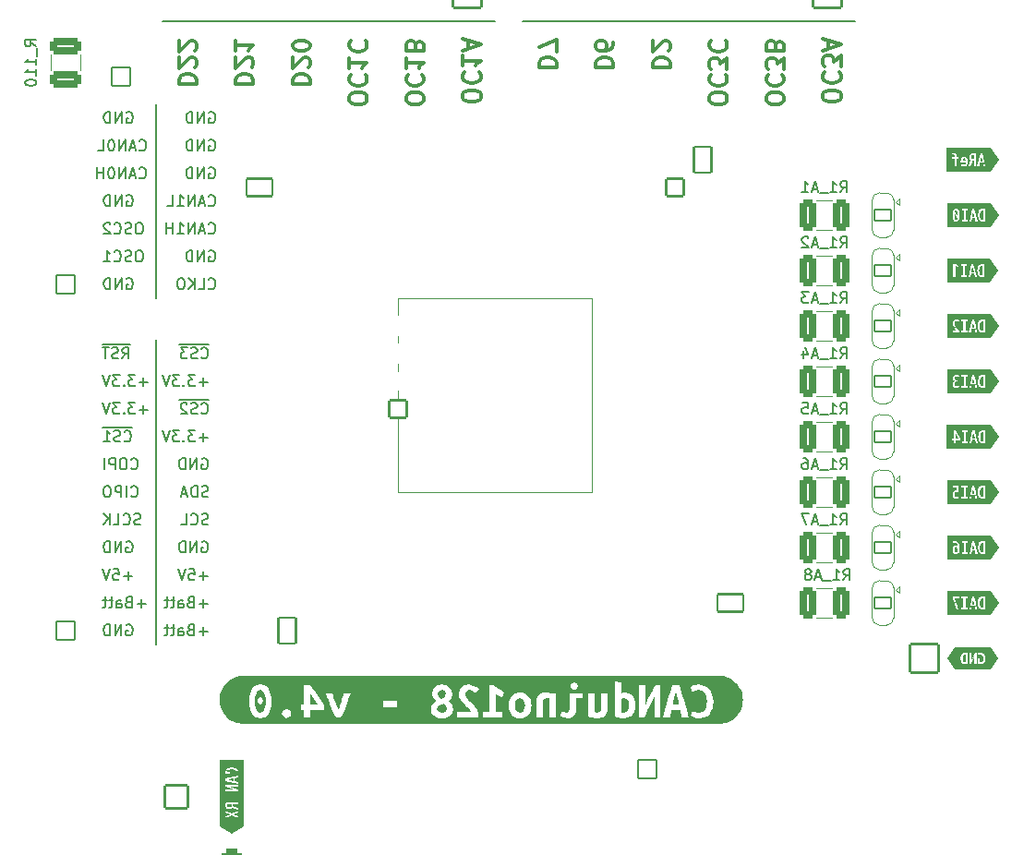
<source format=gbo>
G04 #@! TF.GenerationSoftware,KiCad,Pcbnew,7.0.3-24-g09febce4ce*
G04 #@! TF.CreationDate,2023-05-23T12:12:19+02:00*
G04 #@! TF.ProjectId,CANduino128,43414e64-7569-46e6-9f31-32382e6b6963,rev?*
G04 #@! TF.SameCoordinates,Original*
G04 #@! TF.FileFunction,Legend,Bot*
G04 #@! TF.FilePolarity,Positive*
%FSLAX46Y46*%
G04 Gerber Fmt 4.6, Leading zero omitted, Abs format (unit mm)*
G04 Created by KiCad (PCBNEW 7.0.3-24-g09febce4ce) date 2023-05-23 12:12:19*
%MOMM*%
%LPD*%
G01*
G04 APERTURE LIST*
G04 Aperture macros list*
%AMRoundRect*
0 Rectangle with rounded corners*
0 $1 Rounding radius*
0 $2 $3 $4 $5 $6 $7 $8 $9 X,Y pos of 4 corners*
0 Add a 4 corners polygon primitive as box body*
4,1,4,$2,$3,$4,$5,$6,$7,$8,$9,$2,$3,0*
0 Add four circle primitives for the rounded corners*
1,1,$1+$1,$2,$3*
1,1,$1+$1,$4,$5*
1,1,$1+$1,$6,$7*
1,1,$1+$1,$8,$9*
0 Add four rect primitives between the rounded corners*
20,1,$1+$1,$2,$3,$4,$5,0*
20,1,$1+$1,$4,$5,$6,$7,0*
20,1,$1+$1,$6,$7,$8,$9,0*
20,1,$1+$1,$8,$9,$2,$3,0*%
%AMFreePoly0*
4,1,38,0.608779,0.830902,0.645106,0.780902,0.650000,0.750000,0.650000,-0.750000,0.630902,-0.808779,0.580902,-0.845106,0.550000,-0.850000,0.000000,-0.850000,-0.015663,-0.844911,-0.071157,-0.844911,-0.099330,-0.840860,-0.235881,-0.800765,-0.261772,-0.788941,-0.381494,-0.712000,-0.403005,-0.693361,-0.496202,-0.585806,-0.511590,-0.561861,-0.570709,-0.432407,-0.578728,-0.405098,-0.598982,-0.264232,
-0.600000,-0.250000,-0.600000,0.250000,-0.598982,0.264232,-0.578728,0.405098,-0.570709,0.432407,-0.511590,0.561861,-0.496202,0.585806,-0.403005,0.693361,-0.381494,0.712000,-0.261772,0.788941,-0.235881,0.800765,-0.099330,0.840860,-0.071157,0.844911,-0.031170,0.844911,-0.030902,0.845106,0.000000,0.850000,0.550000,0.850000,0.608779,0.830902,0.608779,0.830902,$1*%
%AMFreePoly1*
4,1,38,0.015663,0.844911,0.071157,0.844911,0.099330,0.840860,0.235881,0.800765,0.261772,0.788941,0.381494,0.712000,0.403005,0.693361,0.496202,0.585806,0.511590,0.561861,0.570709,0.432407,0.578728,0.405098,0.598982,0.264232,0.600000,0.250000,0.600000,-0.250000,0.598982,-0.264232,0.578728,-0.405098,0.570709,-0.432407,0.511590,-0.561861,0.496202,-0.585806,0.403005,-0.693361,
0.381494,-0.712000,0.261772,-0.788941,0.235881,-0.800765,0.099330,-0.840860,0.071157,-0.844911,0.031170,-0.844911,0.030902,-0.845106,0.000000,-0.850000,-0.550000,-0.850000,-0.608779,-0.830902,-0.645106,-0.780902,-0.650000,-0.750000,-0.650000,0.750000,-0.630902,0.808779,-0.580902,0.845106,-0.550000,0.850000,0.000000,0.850000,0.015663,0.844911,0.015663,0.844911,$1*%
G04 Aperture macros list end*
%ADD10C,0.150000*%
%ADD11C,0.300000*%
%ADD12C,0.120000*%
%ADD13RoundRect,0.100000X-0.850000X0.850000X-0.850000X-0.850000X0.850000X-0.850000X0.850000X0.850000X0*%
%ADD14C,1.900000*%
%ADD15O,1.900000X1.900000*%
%ADD16RoundRect,0.350000X-0.550000X0.550000X-0.550000X-0.550000X0.550000X-0.550000X0.550000X0.550000X0*%
%ADD17RoundRect,0.100000X1.300000X-1.300000X1.300000X1.300000X-1.300000X1.300000X-1.300000X-1.300000X0*%
%ADD18C,2.800000*%
%ADD19RoundRect,0.100000X0.850000X0.850000X-0.850000X0.850000X-0.850000X-0.850000X0.850000X-0.850000X0*%
%ADD20C,1.000000*%
%ADD21C,6.600000*%
%ADD22RoundRect,0.100000X1.300000X1.300000X-1.300000X1.300000X-1.300000X-1.300000X1.300000X-1.300000X0*%
%ADD23RoundRect,0.100000X0.800000X0.800000X-0.800000X0.800000X-0.800000X-0.800000X0.800000X-0.800000X0*%
%ADD24C,1.800000*%
%ADD25O,1.800000X1.800000*%
%ADD26RoundRect,0.100000X-0.800000X1.200000X-0.800000X-1.200000X0.800000X-1.200000X0.800000X1.200000X0*%
%ADD27O,1.800000X2.600000*%
%ADD28RoundRect,0.100000X-1.200000X-0.800000X1.200000X-0.800000X1.200000X0.800000X-1.200000X0.800000X0*%
%ADD29O,2.600000X1.800000*%
%ADD30RoundRect,0.100000X0.800000X-1.200000X0.800000X1.200000X-0.800000X1.200000X-0.800000X-1.200000X0*%
%ADD31RoundRect,0.100000X1.200000X0.800000X-1.200000X0.800000X-1.200000X-0.800000X1.200000X-0.800000X0*%
%ADD32RoundRect,0.100000X1.050000X1.050000X-1.050000X1.050000X-1.050000X-1.050000X1.050000X-1.050000X0*%
%ADD33C,2.300000*%
%ADD34RoundRect,0.350000X-0.400000X-1.075000X0.400000X-1.075000X0.400000X1.075000X-0.400000X1.075000X0*%
%ADD35FreePoly0,270.000000*%
%ADD36RoundRect,0.100000X-0.750000X0.500000X-0.750000X-0.500000X0.750000X-0.500000X0.750000X0.500000X0*%
%ADD37FreePoly1,270.000000*%
%ADD38RoundRect,0.350000X1.075000X-0.400000X1.075000X0.400000X-1.075000X0.400000X-1.075000X-0.400000X0*%
G04 APERTURE END LIST*
D10*
X148590000Y-55880000D02*
X118110000Y-55880000D01*
X117475000Y-113030000D02*
X117475000Y-85090000D01*
X181610000Y-55880000D02*
X151130000Y-55880000D01*
X117475000Y-81280000D02*
X117475000Y-63500000D01*
D11*
X147259982Y-62894796D02*
X147259982Y-62586605D01*
X147259982Y-62586605D02*
X147182934Y-62432510D01*
X147182934Y-62432510D02*
X147028839Y-62278415D01*
X147028839Y-62278415D02*
X146720649Y-62201367D01*
X146720649Y-62201367D02*
X146181315Y-62201367D01*
X146181315Y-62201367D02*
X145873125Y-62278415D01*
X145873125Y-62278415D02*
X145719030Y-62432510D01*
X145719030Y-62432510D02*
X145641982Y-62586605D01*
X145641982Y-62586605D02*
X145641982Y-62894796D01*
X145641982Y-62894796D02*
X145719030Y-63048891D01*
X145719030Y-63048891D02*
X145873125Y-63202986D01*
X145873125Y-63202986D02*
X146181315Y-63280034D01*
X146181315Y-63280034D02*
X146720649Y-63280034D01*
X146720649Y-63280034D02*
X147028839Y-63202986D01*
X147028839Y-63202986D02*
X147182934Y-63048891D01*
X147182934Y-63048891D02*
X147259982Y-62894796D01*
X145796077Y-60583367D02*
X145719030Y-60660415D01*
X145719030Y-60660415D02*
X145641982Y-60891557D01*
X145641982Y-60891557D02*
X145641982Y-61045653D01*
X145641982Y-61045653D02*
X145719030Y-61276796D01*
X145719030Y-61276796D02*
X145873125Y-61430891D01*
X145873125Y-61430891D02*
X146027220Y-61507938D01*
X146027220Y-61507938D02*
X146335410Y-61584986D01*
X146335410Y-61584986D02*
X146566553Y-61584986D01*
X146566553Y-61584986D02*
X146874744Y-61507938D01*
X146874744Y-61507938D02*
X147028839Y-61430891D01*
X147028839Y-61430891D02*
X147182934Y-61276796D01*
X147182934Y-61276796D02*
X147259982Y-61045653D01*
X147259982Y-61045653D02*
X147259982Y-60891557D01*
X147259982Y-60891557D02*
X147182934Y-60660415D01*
X147182934Y-60660415D02*
X147105887Y-60583367D01*
X145641982Y-59042415D02*
X145641982Y-59966986D01*
X145641982Y-59504700D02*
X147259982Y-59504700D01*
X147259982Y-59504700D02*
X147028839Y-59658796D01*
X147028839Y-59658796D02*
X146874744Y-59812891D01*
X146874744Y-59812891D02*
X146797696Y-59966986D01*
X146104268Y-58426034D02*
X146104268Y-57655558D01*
X145641982Y-58580129D02*
X147259982Y-58040796D01*
X147259982Y-58040796D02*
X145641982Y-57501463D01*
X142050022Y-63125939D02*
X142050022Y-62817748D01*
X142050022Y-62817748D02*
X141972974Y-62663653D01*
X141972974Y-62663653D02*
X141818879Y-62509558D01*
X141818879Y-62509558D02*
X141510689Y-62432510D01*
X141510689Y-62432510D02*
X140971355Y-62432510D01*
X140971355Y-62432510D02*
X140663165Y-62509558D01*
X140663165Y-62509558D02*
X140509070Y-62663653D01*
X140509070Y-62663653D02*
X140432022Y-62817748D01*
X140432022Y-62817748D02*
X140432022Y-63125939D01*
X140432022Y-63125939D02*
X140509070Y-63280034D01*
X140509070Y-63280034D02*
X140663165Y-63434129D01*
X140663165Y-63434129D02*
X140971355Y-63511177D01*
X140971355Y-63511177D02*
X141510689Y-63511177D01*
X141510689Y-63511177D02*
X141818879Y-63434129D01*
X141818879Y-63434129D02*
X141972974Y-63280034D01*
X141972974Y-63280034D02*
X142050022Y-63125939D01*
X140586117Y-60814510D02*
X140509070Y-60891558D01*
X140509070Y-60891558D02*
X140432022Y-61122700D01*
X140432022Y-61122700D02*
X140432022Y-61276796D01*
X140432022Y-61276796D02*
X140509070Y-61507939D01*
X140509070Y-61507939D02*
X140663165Y-61662034D01*
X140663165Y-61662034D02*
X140817260Y-61739081D01*
X140817260Y-61739081D02*
X141125450Y-61816129D01*
X141125450Y-61816129D02*
X141356593Y-61816129D01*
X141356593Y-61816129D02*
X141664784Y-61739081D01*
X141664784Y-61739081D02*
X141818879Y-61662034D01*
X141818879Y-61662034D02*
X141972974Y-61507939D01*
X141972974Y-61507939D02*
X142050022Y-61276796D01*
X142050022Y-61276796D02*
X142050022Y-61122700D01*
X142050022Y-61122700D02*
X141972974Y-60891558D01*
X141972974Y-60891558D02*
X141895927Y-60814510D01*
X140432022Y-59273558D02*
X140432022Y-60198129D01*
X140432022Y-59735843D02*
X142050022Y-59735843D01*
X142050022Y-59735843D02*
X141818879Y-59889939D01*
X141818879Y-59889939D02*
X141664784Y-60044034D01*
X141664784Y-60044034D02*
X141587736Y-60198129D01*
X141279546Y-58040796D02*
X141202498Y-57809653D01*
X141202498Y-57809653D02*
X141125450Y-57732606D01*
X141125450Y-57732606D02*
X140971355Y-57655558D01*
X140971355Y-57655558D02*
X140740212Y-57655558D01*
X140740212Y-57655558D02*
X140586117Y-57732606D01*
X140586117Y-57732606D02*
X140509070Y-57809653D01*
X140509070Y-57809653D02*
X140432022Y-57963748D01*
X140432022Y-57963748D02*
X140432022Y-58580129D01*
X140432022Y-58580129D02*
X142050022Y-58580129D01*
X142050022Y-58580129D02*
X142050022Y-58040796D01*
X142050022Y-58040796D02*
X141972974Y-57886701D01*
X141972974Y-57886701D02*
X141895927Y-57809653D01*
X141895927Y-57809653D02*
X141741831Y-57732606D01*
X141741831Y-57732606D02*
X141587736Y-57732606D01*
X141587736Y-57732606D02*
X141433641Y-57809653D01*
X141433641Y-57809653D02*
X141356593Y-57886701D01*
X141356593Y-57886701D02*
X141279546Y-58040796D01*
X141279546Y-58040796D02*
X141279546Y-58580129D01*
X136840062Y-63125939D02*
X136840062Y-62817748D01*
X136840062Y-62817748D02*
X136763014Y-62663653D01*
X136763014Y-62663653D02*
X136608919Y-62509558D01*
X136608919Y-62509558D02*
X136300729Y-62432510D01*
X136300729Y-62432510D02*
X135761395Y-62432510D01*
X135761395Y-62432510D02*
X135453205Y-62509558D01*
X135453205Y-62509558D02*
X135299110Y-62663653D01*
X135299110Y-62663653D02*
X135222062Y-62817748D01*
X135222062Y-62817748D02*
X135222062Y-63125939D01*
X135222062Y-63125939D02*
X135299110Y-63280034D01*
X135299110Y-63280034D02*
X135453205Y-63434129D01*
X135453205Y-63434129D02*
X135761395Y-63511177D01*
X135761395Y-63511177D02*
X136300729Y-63511177D01*
X136300729Y-63511177D02*
X136608919Y-63434129D01*
X136608919Y-63434129D02*
X136763014Y-63280034D01*
X136763014Y-63280034D02*
X136840062Y-63125939D01*
X135376157Y-60814510D02*
X135299110Y-60891558D01*
X135299110Y-60891558D02*
X135222062Y-61122700D01*
X135222062Y-61122700D02*
X135222062Y-61276796D01*
X135222062Y-61276796D02*
X135299110Y-61507939D01*
X135299110Y-61507939D02*
X135453205Y-61662034D01*
X135453205Y-61662034D02*
X135607300Y-61739081D01*
X135607300Y-61739081D02*
X135915490Y-61816129D01*
X135915490Y-61816129D02*
X136146633Y-61816129D01*
X136146633Y-61816129D02*
X136454824Y-61739081D01*
X136454824Y-61739081D02*
X136608919Y-61662034D01*
X136608919Y-61662034D02*
X136763014Y-61507939D01*
X136763014Y-61507939D02*
X136840062Y-61276796D01*
X136840062Y-61276796D02*
X136840062Y-61122700D01*
X136840062Y-61122700D02*
X136763014Y-60891558D01*
X136763014Y-60891558D02*
X136685967Y-60814510D01*
X135222062Y-59273558D02*
X135222062Y-60198129D01*
X135222062Y-59735843D02*
X136840062Y-59735843D01*
X136840062Y-59735843D02*
X136608919Y-59889939D01*
X136608919Y-59889939D02*
X136454824Y-60044034D01*
X136454824Y-60044034D02*
X136377776Y-60198129D01*
X135376157Y-57655558D02*
X135299110Y-57732606D01*
X135299110Y-57732606D02*
X135222062Y-57963748D01*
X135222062Y-57963748D02*
X135222062Y-58117844D01*
X135222062Y-58117844D02*
X135299110Y-58348987D01*
X135299110Y-58348987D02*
X135453205Y-58503082D01*
X135453205Y-58503082D02*
X135607300Y-58580129D01*
X135607300Y-58580129D02*
X135915490Y-58657177D01*
X135915490Y-58657177D02*
X136146633Y-58657177D01*
X136146633Y-58657177D02*
X136454824Y-58580129D01*
X136454824Y-58580129D02*
X136608919Y-58503082D01*
X136608919Y-58503082D02*
X136763014Y-58348987D01*
X136763014Y-58348987D02*
X136840062Y-58117844D01*
X136840062Y-58117844D02*
X136840062Y-57963748D01*
X136840062Y-57963748D02*
X136763014Y-57732606D01*
X136763014Y-57732606D02*
X136685967Y-57655558D01*
X130012102Y-61662033D02*
X131630102Y-61662033D01*
X131630102Y-61662033D02*
X131630102Y-61276795D01*
X131630102Y-61276795D02*
X131553054Y-61045652D01*
X131553054Y-61045652D02*
X131398959Y-60891557D01*
X131398959Y-60891557D02*
X131244864Y-60814510D01*
X131244864Y-60814510D02*
X130936673Y-60737462D01*
X130936673Y-60737462D02*
X130705530Y-60737462D01*
X130705530Y-60737462D02*
X130397340Y-60814510D01*
X130397340Y-60814510D02*
X130243245Y-60891557D01*
X130243245Y-60891557D02*
X130089150Y-61045652D01*
X130089150Y-61045652D02*
X130012102Y-61276795D01*
X130012102Y-61276795D02*
X130012102Y-61662033D01*
X131476007Y-60121081D02*
X131553054Y-60044033D01*
X131553054Y-60044033D02*
X131630102Y-59889938D01*
X131630102Y-59889938D02*
X131630102Y-59504700D01*
X131630102Y-59504700D02*
X131553054Y-59350605D01*
X131553054Y-59350605D02*
X131476007Y-59273557D01*
X131476007Y-59273557D02*
X131321911Y-59196510D01*
X131321911Y-59196510D02*
X131167816Y-59196510D01*
X131167816Y-59196510D02*
X130936673Y-59273557D01*
X130936673Y-59273557D02*
X130012102Y-60198129D01*
X130012102Y-60198129D02*
X130012102Y-59196510D01*
X131630102Y-58194891D02*
X131630102Y-58040796D01*
X131630102Y-58040796D02*
X131553054Y-57886700D01*
X131553054Y-57886700D02*
X131476007Y-57809653D01*
X131476007Y-57809653D02*
X131321911Y-57732605D01*
X131321911Y-57732605D02*
X131013721Y-57655558D01*
X131013721Y-57655558D02*
X130628483Y-57655558D01*
X130628483Y-57655558D02*
X130320292Y-57732605D01*
X130320292Y-57732605D02*
X130166197Y-57809653D01*
X130166197Y-57809653D02*
X130089150Y-57886700D01*
X130089150Y-57886700D02*
X130012102Y-58040796D01*
X130012102Y-58040796D02*
X130012102Y-58194891D01*
X130012102Y-58194891D02*
X130089150Y-58348986D01*
X130089150Y-58348986D02*
X130166197Y-58426034D01*
X130166197Y-58426034D02*
X130320292Y-58503081D01*
X130320292Y-58503081D02*
X130628483Y-58580129D01*
X130628483Y-58580129D02*
X131013721Y-58580129D01*
X131013721Y-58580129D02*
X131321911Y-58503081D01*
X131321911Y-58503081D02*
X131476007Y-58426034D01*
X131476007Y-58426034D02*
X131553054Y-58348986D01*
X131553054Y-58348986D02*
X131630102Y-58194891D01*
X124802142Y-61662033D02*
X126420142Y-61662033D01*
X126420142Y-61662033D02*
X126420142Y-61276795D01*
X126420142Y-61276795D02*
X126343094Y-61045652D01*
X126343094Y-61045652D02*
X126188999Y-60891557D01*
X126188999Y-60891557D02*
X126034904Y-60814510D01*
X126034904Y-60814510D02*
X125726713Y-60737462D01*
X125726713Y-60737462D02*
X125495570Y-60737462D01*
X125495570Y-60737462D02*
X125187380Y-60814510D01*
X125187380Y-60814510D02*
X125033285Y-60891557D01*
X125033285Y-60891557D02*
X124879190Y-61045652D01*
X124879190Y-61045652D02*
X124802142Y-61276795D01*
X124802142Y-61276795D02*
X124802142Y-61662033D01*
X126266047Y-60121081D02*
X126343094Y-60044033D01*
X126343094Y-60044033D02*
X126420142Y-59889938D01*
X126420142Y-59889938D02*
X126420142Y-59504700D01*
X126420142Y-59504700D02*
X126343094Y-59350605D01*
X126343094Y-59350605D02*
X126266047Y-59273557D01*
X126266047Y-59273557D02*
X126111951Y-59196510D01*
X126111951Y-59196510D02*
X125957856Y-59196510D01*
X125957856Y-59196510D02*
X125726713Y-59273557D01*
X125726713Y-59273557D02*
X124802142Y-60198129D01*
X124802142Y-60198129D02*
X124802142Y-59196510D01*
X124802142Y-57655558D02*
X124802142Y-58580129D01*
X124802142Y-58117843D02*
X126420142Y-58117843D01*
X126420142Y-58117843D02*
X126188999Y-58271939D01*
X126188999Y-58271939D02*
X126034904Y-58426034D01*
X126034904Y-58426034D02*
X125957856Y-58580129D01*
X119592182Y-61662033D02*
X121210182Y-61662033D01*
X121210182Y-61662033D02*
X121210182Y-61276795D01*
X121210182Y-61276795D02*
X121133134Y-61045652D01*
X121133134Y-61045652D02*
X120979039Y-60891557D01*
X120979039Y-60891557D02*
X120824944Y-60814510D01*
X120824944Y-60814510D02*
X120516753Y-60737462D01*
X120516753Y-60737462D02*
X120285610Y-60737462D01*
X120285610Y-60737462D02*
X119977420Y-60814510D01*
X119977420Y-60814510D02*
X119823325Y-60891557D01*
X119823325Y-60891557D02*
X119669230Y-61045652D01*
X119669230Y-61045652D02*
X119592182Y-61276795D01*
X119592182Y-61276795D02*
X119592182Y-61662033D01*
X121056087Y-60121081D02*
X121133134Y-60044033D01*
X121133134Y-60044033D02*
X121210182Y-59889938D01*
X121210182Y-59889938D02*
X121210182Y-59504700D01*
X121210182Y-59504700D02*
X121133134Y-59350605D01*
X121133134Y-59350605D02*
X121056087Y-59273557D01*
X121056087Y-59273557D02*
X120901991Y-59196510D01*
X120901991Y-59196510D02*
X120747896Y-59196510D01*
X120747896Y-59196510D02*
X120516753Y-59273557D01*
X120516753Y-59273557D02*
X119592182Y-60198129D01*
X119592182Y-60198129D02*
X119592182Y-59196510D01*
X121056087Y-58580129D02*
X121133134Y-58503081D01*
X121133134Y-58503081D02*
X121210182Y-58348986D01*
X121210182Y-58348986D02*
X121210182Y-57963748D01*
X121210182Y-57963748D02*
X121133134Y-57809653D01*
X121133134Y-57809653D02*
X121056087Y-57732605D01*
X121056087Y-57732605D02*
X120901991Y-57655558D01*
X120901991Y-57655558D02*
X120747896Y-57655558D01*
X120747896Y-57655558D02*
X120516753Y-57732605D01*
X120516753Y-57732605D02*
X119592182Y-58657177D01*
X119592182Y-58657177D02*
X119592182Y-57655558D01*
D10*
X116731778Y-88973866D02*
X115969874Y-88973866D01*
X116350826Y-89354819D02*
X116350826Y-88592914D01*
X115588921Y-88354819D02*
X114969874Y-88354819D01*
X114969874Y-88354819D02*
X115303207Y-88735771D01*
X115303207Y-88735771D02*
X115160350Y-88735771D01*
X115160350Y-88735771D02*
X115065112Y-88783390D01*
X115065112Y-88783390D02*
X115017493Y-88831009D01*
X115017493Y-88831009D02*
X114969874Y-88926247D01*
X114969874Y-88926247D02*
X114969874Y-89164342D01*
X114969874Y-89164342D02*
X115017493Y-89259580D01*
X115017493Y-89259580D02*
X115065112Y-89307200D01*
X115065112Y-89307200D02*
X115160350Y-89354819D01*
X115160350Y-89354819D02*
X115446064Y-89354819D01*
X115446064Y-89354819D02*
X115541302Y-89307200D01*
X115541302Y-89307200D02*
X115588921Y-89259580D01*
X114541302Y-89259580D02*
X114493683Y-89307200D01*
X114493683Y-89307200D02*
X114541302Y-89354819D01*
X114541302Y-89354819D02*
X114588921Y-89307200D01*
X114588921Y-89307200D02*
X114541302Y-89259580D01*
X114541302Y-89259580D02*
X114541302Y-89354819D01*
X114160350Y-88354819D02*
X113541303Y-88354819D01*
X113541303Y-88354819D02*
X113874636Y-88735771D01*
X113874636Y-88735771D02*
X113731779Y-88735771D01*
X113731779Y-88735771D02*
X113636541Y-88783390D01*
X113636541Y-88783390D02*
X113588922Y-88831009D01*
X113588922Y-88831009D02*
X113541303Y-88926247D01*
X113541303Y-88926247D02*
X113541303Y-89164342D01*
X113541303Y-89164342D02*
X113588922Y-89259580D01*
X113588922Y-89259580D02*
X113636541Y-89307200D01*
X113636541Y-89307200D02*
X113731779Y-89354819D01*
X113731779Y-89354819D02*
X114017493Y-89354819D01*
X114017493Y-89354819D02*
X114112731Y-89307200D01*
X114112731Y-89307200D02*
X114160350Y-89259580D01*
X113255588Y-88354819D02*
X112922255Y-89354819D01*
X112922255Y-89354819D02*
X112588922Y-88354819D01*
X122354649Y-69352438D02*
X122449887Y-69304819D01*
X122449887Y-69304819D02*
X122592744Y-69304819D01*
X122592744Y-69304819D02*
X122735601Y-69352438D01*
X122735601Y-69352438D02*
X122830839Y-69447676D01*
X122830839Y-69447676D02*
X122878458Y-69542914D01*
X122878458Y-69542914D02*
X122926077Y-69733390D01*
X122926077Y-69733390D02*
X122926077Y-69876247D01*
X122926077Y-69876247D02*
X122878458Y-70066723D01*
X122878458Y-70066723D02*
X122830839Y-70161961D01*
X122830839Y-70161961D02*
X122735601Y-70257200D01*
X122735601Y-70257200D02*
X122592744Y-70304819D01*
X122592744Y-70304819D02*
X122497506Y-70304819D01*
X122497506Y-70304819D02*
X122354649Y-70257200D01*
X122354649Y-70257200D02*
X122307030Y-70209580D01*
X122307030Y-70209580D02*
X122307030Y-69876247D01*
X122307030Y-69876247D02*
X122497506Y-69876247D01*
X121878458Y-70304819D02*
X121878458Y-69304819D01*
X121878458Y-69304819D02*
X121307030Y-70304819D01*
X121307030Y-70304819D02*
X121307030Y-69304819D01*
X120830839Y-70304819D02*
X120830839Y-69304819D01*
X120830839Y-69304819D02*
X120592744Y-69304819D01*
X120592744Y-69304819D02*
X120449887Y-69352438D01*
X120449887Y-69352438D02*
X120354649Y-69447676D01*
X120354649Y-69447676D02*
X120307030Y-69542914D01*
X120307030Y-69542914D02*
X120259411Y-69733390D01*
X120259411Y-69733390D02*
X120259411Y-69876247D01*
X120259411Y-69876247D02*
X120307030Y-70066723D01*
X120307030Y-70066723D02*
X120354649Y-70161961D01*
X120354649Y-70161961D02*
X120449887Y-70257200D01*
X120449887Y-70257200D02*
X120592744Y-70304819D01*
X120592744Y-70304819D02*
X120830839Y-70304819D01*
X122307030Y-80369580D02*
X122354649Y-80417200D01*
X122354649Y-80417200D02*
X122497506Y-80464819D01*
X122497506Y-80464819D02*
X122592744Y-80464819D01*
X122592744Y-80464819D02*
X122735601Y-80417200D01*
X122735601Y-80417200D02*
X122830839Y-80321961D01*
X122830839Y-80321961D02*
X122878458Y-80226723D01*
X122878458Y-80226723D02*
X122926077Y-80036247D01*
X122926077Y-80036247D02*
X122926077Y-79893390D01*
X122926077Y-79893390D02*
X122878458Y-79702914D01*
X122878458Y-79702914D02*
X122830839Y-79607676D01*
X122830839Y-79607676D02*
X122735601Y-79512438D01*
X122735601Y-79512438D02*
X122592744Y-79464819D01*
X122592744Y-79464819D02*
X122497506Y-79464819D01*
X122497506Y-79464819D02*
X122354649Y-79512438D01*
X122354649Y-79512438D02*
X122307030Y-79560057D01*
X121402268Y-80464819D02*
X121878458Y-80464819D01*
X121878458Y-80464819D02*
X121878458Y-79464819D01*
X121068934Y-80464819D02*
X121068934Y-79464819D01*
X120497506Y-80464819D02*
X120926077Y-79893390D01*
X120497506Y-79464819D02*
X121068934Y-80036247D01*
X119878458Y-79464819D02*
X119687982Y-79464819D01*
X119687982Y-79464819D02*
X119592744Y-79512438D01*
X119592744Y-79512438D02*
X119497506Y-79607676D01*
X119497506Y-79607676D02*
X119449887Y-79798152D01*
X119449887Y-79798152D02*
X119449887Y-80131485D01*
X119449887Y-80131485D02*
X119497506Y-80321961D01*
X119497506Y-80321961D02*
X119592744Y-80417200D01*
X119592744Y-80417200D02*
X119687982Y-80464819D01*
X119687982Y-80464819D02*
X119878458Y-80464819D01*
X119878458Y-80464819D02*
X119973696Y-80417200D01*
X119973696Y-80417200D02*
X120068934Y-80321961D01*
X120068934Y-80321961D02*
X120116553Y-80131485D01*
X120116553Y-80131485D02*
X120116553Y-79798152D01*
X120116553Y-79798152D02*
X120068934Y-79607676D01*
X120068934Y-79607676D02*
X119973696Y-79512438D01*
X119973696Y-79512438D02*
X119878458Y-79464819D01*
X114779398Y-111262438D02*
X114874636Y-111214819D01*
X114874636Y-111214819D02*
X115017493Y-111214819D01*
X115017493Y-111214819D02*
X115160350Y-111262438D01*
X115160350Y-111262438D02*
X115255588Y-111357676D01*
X115255588Y-111357676D02*
X115303207Y-111452914D01*
X115303207Y-111452914D02*
X115350826Y-111643390D01*
X115350826Y-111643390D02*
X115350826Y-111786247D01*
X115350826Y-111786247D02*
X115303207Y-111976723D01*
X115303207Y-111976723D02*
X115255588Y-112071961D01*
X115255588Y-112071961D02*
X115160350Y-112167200D01*
X115160350Y-112167200D02*
X115017493Y-112214819D01*
X115017493Y-112214819D02*
X114922255Y-112214819D01*
X114922255Y-112214819D02*
X114779398Y-112167200D01*
X114779398Y-112167200D02*
X114731779Y-112119580D01*
X114731779Y-112119580D02*
X114731779Y-111786247D01*
X114731779Y-111786247D02*
X114922255Y-111786247D01*
X114303207Y-112214819D02*
X114303207Y-111214819D01*
X114303207Y-111214819D02*
X113731779Y-112214819D01*
X113731779Y-112214819D02*
X113731779Y-111214819D01*
X113255588Y-112214819D02*
X113255588Y-111214819D01*
X113255588Y-111214819D02*
X113017493Y-111214819D01*
X113017493Y-111214819D02*
X112874636Y-111262438D01*
X112874636Y-111262438D02*
X112779398Y-111357676D01*
X112779398Y-111357676D02*
X112731779Y-111452914D01*
X112731779Y-111452914D02*
X112684160Y-111643390D01*
X112684160Y-111643390D02*
X112684160Y-111786247D01*
X112684160Y-111786247D02*
X112731779Y-111976723D01*
X112731779Y-111976723D02*
X112779398Y-112071961D01*
X112779398Y-112071961D02*
X112874636Y-112167200D01*
X112874636Y-112167200D02*
X113017493Y-112214819D01*
X113017493Y-112214819D02*
X113255588Y-112214819D01*
X116042731Y-76924819D02*
X115852255Y-76924819D01*
X115852255Y-76924819D02*
X115757017Y-76972438D01*
X115757017Y-76972438D02*
X115661779Y-77067676D01*
X115661779Y-77067676D02*
X115614160Y-77258152D01*
X115614160Y-77258152D02*
X115614160Y-77591485D01*
X115614160Y-77591485D02*
X115661779Y-77781961D01*
X115661779Y-77781961D02*
X115757017Y-77877200D01*
X115757017Y-77877200D02*
X115852255Y-77924819D01*
X115852255Y-77924819D02*
X116042731Y-77924819D01*
X116042731Y-77924819D02*
X116137969Y-77877200D01*
X116137969Y-77877200D02*
X116233207Y-77781961D01*
X116233207Y-77781961D02*
X116280826Y-77591485D01*
X116280826Y-77591485D02*
X116280826Y-77258152D01*
X116280826Y-77258152D02*
X116233207Y-77067676D01*
X116233207Y-77067676D02*
X116137969Y-76972438D01*
X116137969Y-76972438D02*
X116042731Y-76924819D01*
X115233207Y-77877200D02*
X115090350Y-77924819D01*
X115090350Y-77924819D02*
X114852255Y-77924819D01*
X114852255Y-77924819D02*
X114757017Y-77877200D01*
X114757017Y-77877200D02*
X114709398Y-77829580D01*
X114709398Y-77829580D02*
X114661779Y-77734342D01*
X114661779Y-77734342D02*
X114661779Y-77639104D01*
X114661779Y-77639104D02*
X114709398Y-77543866D01*
X114709398Y-77543866D02*
X114757017Y-77496247D01*
X114757017Y-77496247D02*
X114852255Y-77448628D01*
X114852255Y-77448628D02*
X115042731Y-77401009D01*
X115042731Y-77401009D02*
X115137969Y-77353390D01*
X115137969Y-77353390D02*
X115185588Y-77305771D01*
X115185588Y-77305771D02*
X115233207Y-77210533D01*
X115233207Y-77210533D02*
X115233207Y-77115295D01*
X115233207Y-77115295D02*
X115185588Y-77020057D01*
X115185588Y-77020057D02*
X115137969Y-76972438D01*
X115137969Y-76972438D02*
X115042731Y-76924819D01*
X115042731Y-76924819D02*
X114804636Y-76924819D01*
X114804636Y-76924819D02*
X114661779Y-76972438D01*
X113661779Y-77829580D02*
X113709398Y-77877200D01*
X113709398Y-77877200D02*
X113852255Y-77924819D01*
X113852255Y-77924819D02*
X113947493Y-77924819D01*
X113947493Y-77924819D02*
X114090350Y-77877200D01*
X114090350Y-77877200D02*
X114185588Y-77781961D01*
X114185588Y-77781961D02*
X114233207Y-77686723D01*
X114233207Y-77686723D02*
X114280826Y-77496247D01*
X114280826Y-77496247D02*
X114280826Y-77353390D01*
X114280826Y-77353390D02*
X114233207Y-77162914D01*
X114233207Y-77162914D02*
X114185588Y-77067676D01*
X114185588Y-77067676D02*
X114090350Y-76972438D01*
X114090350Y-76972438D02*
X113947493Y-76924819D01*
X113947493Y-76924819D02*
X113852255Y-76924819D01*
X113852255Y-76924819D02*
X113709398Y-76972438D01*
X113709398Y-76972438D02*
X113661779Y-77020057D01*
X112709398Y-77924819D02*
X113280826Y-77924819D01*
X112995112Y-77924819D02*
X112995112Y-76924819D01*
X112995112Y-76924819D02*
X113090350Y-77067676D01*
X113090350Y-77067676D02*
X113185588Y-77162914D01*
X113185588Y-77162914D02*
X113280826Y-77210533D01*
X122354649Y-66812438D02*
X122449887Y-66764819D01*
X122449887Y-66764819D02*
X122592744Y-66764819D01*
X122592744Y-66764819D02*
X122735601Y-66812438D01*
X122735601Y-66812438D02*
X122830839Y-66907676D01*
X122830839Y-66907676D02*
X122878458Y-67002914D01*
X122878458Y-67002914D02*
X122926077Y-67193390D01*
X122926077Y-67193390D02*
X122926077Y-67336247D01*
X122926077Y-67336247D02*
X122878458Y-67526723D01*
X122878458Y-67526723D02*
X122830839Y-67621961D01*
X122830839Y-67621961D02*
X122735601Y-67717200D01*
X122735601Y-67717200D02*
X122592744Y-67764819D01*
X122592744Y-67764819D02*
X122497506Y-67764819D01*
X122497506Y-67764819D02*
X122354649Y-67717200D01*
X122354649Y-67717200D02*
X122307030Y-67669580D01*
X122307030Y-67669580D02*
X122307030Y-67336247D01*
X122307030Y-67336247D02*
X122497506Y-67336247D01*
X121878458Y-67764819D02*
X121878458Y-66764819D01*
X121878458Y-66764819D02*
X121307030Y-67764819D01*
X121307030Y-67764819D02*
X121307030Y-66764819D01*
X120830839Y-67764819D02*
X120830839Y-66764819D01*
X120830839Y-66764819D02*
X120592744Y-66764819D01*
X120592744Y-66764819D02*
X120449887Y-66812438D01*
X120449887Y-66812438D02*
X120354649Y-66907676D01*
X120354649Y-66907676D02*
X120307030Y-67002914D01*
X120307030Y-67002914D02*
X120259411Y-67193390D01*
X120259411Y-67193390D02*
X120259411Y-67336247D01*
X120259411Y-67336247D02*
X120307030Y-67526723D01*
X120307030Y-67526723D02*
X120354649Y-67621961D01*
X120354649Y-67621961D02*
X120449887Y-67717200D01*
X120449887Y-67717200D02*
X120592744Y-67764819D01*
X120592744Y-67764819D02*
X120830839Y-67764819D01*
X114398446Y-86814819D02*
X114731779Y-86338628D01*
X114969874Y-86814819D02*
X114969874Y-85814819D01*
X114969874Y-85814819D02*
X114588922Y-85814819D01*
X114588922Y-85814819D02*
X114493684Y-85862438D01*
X114493684Y-85862438D02*
X114446065Y-85910057D01*
X114446065Y-85910057D02*
X114398446Y-86005295D01*
X114398446Y-86005295D02*
X114398446Y-86148152D01*
X114398446Y-86148152D02*
X114446065Y-86243390D01*
X114446065Y-86243390D02*
X114493684Y-86291009D01*
X114493684Y-86291009D02*
X114588922Y-86338628D01*
X114588922Y-86338628D02*
X114969874Y-86338628D01*
X114017493Y-86767200D02*
X113874636Y-86814819D01*
X113874636Y-86814819D02*
X113636541Y-86814819D01*
X113636541Y-86814819D02*
X113541303Y-86767200D01*
X113541303Y-86767200D02*
X113493684Y-86719580D01*
X113493684Y-86719580D02*
X113446065Y-86624342D01*
X113446065Y-86624342D02*
X113446065Y-86529104D01*
X113446065Y-86529104D02*
X113493684Y-86433866D01*
X113493684Y-86433866D02*
X113541303Y-86386247D01*
X113541303Y-86386247D02*
X113636541Y-86338628D01*
X113636541Y-86338628D02*
X113827017Y-86291009D01*
X113827017Y-86291009D02*
X113922255Y-86243390D01*
X113922255Y-86243390D02*
X113969874Y-86195771D01*
X113969874Y-86195771D02*
X114017493Y-86100533D01*
X114017493Y-86100533D02*
X114017493Y-86005295D01*
X114017493Y-86005295D02*
X113969874Y-85910057D01*
X113969874Y-85910057D02*
X113922255Y-85862438D01*
X113922255Y-85862438D02*
X113827017Y-85814819D01*
X113827017Y-85814819D02*
X113588922Y-85814819D01*
X113588922Y-85814819D02*
X113446065Y-85862438D01*
X113160350Y-85814819D02*
X112588922Y-85814819D01*
X112874636Y-86814819D02*
X112874636Y-85814819D01*
X115107970Y-85537200D02*
X112593684Y-85537200D01*
X122307030Y-75289580D02*
X122354649Y-75337200D01*
X122354649Y-75337200D02*
X122497506Y-75384819D01*
X122497506Y-75384819D02*
X122592744Y-75384819D01*
X122592744Y-75384819D02*
X122735601Y-75337200D01*
X122735601Y-75337200D02*
X122830839Y-75241961D01*
X122830839Y-75241961D02*
X122878458Y-75146723D01*
X122878458Y-75146723D02*
X122926077Y-74956247D01*
X122926077Y-74956247D02*
X122926077Y-74813390D01*
X122926077Y-74813390D02*
X122878458Y-74622914D01*
X122878458Y-74622914D02*
X122830839Y-74527676D01*
X122830839Y-74527676D02*
X122735601Y-74432438D01*
X122735601Y-74432438D02*
X122592744Y-74384819D01*
X122592744Y-74384819D02*
X122497506Y-74384819D01*
X122497506Y-74384819D02*
X122354649Y-74432438D01*
X122354649Y-74432438D02*
X122307030Y-74480057D01*
X121926077Y-75099104D02*
X121449887Y-75099104D01*
X122021315Y-75384819D02*
X121687982Y-74384819D01*
X121687982Y-74384819D02*
X121354649Y-75384819D01*
X121021315Y-75384819D02*
X121021315Y-74384819D01*
X121021315Y-74384819D02*
X120449887Y-75384819D01*
X120449887Y-75384819D02*
X120449887Y-74384819D01*
X119449887Y-75384819D02*
X120021315Y-75384819D01*
X119735601Y-75384819D02*
X119735601Y-74384819D01*
X119735601Y-74384819D02*
X119830839Y-74527676D01*
X119830839Y-74527676D02*
X119926077Y-74622914D01*
X119926077Y-74622914D02*
X120021315Y-74670533D01*
X119021315Y-75384819D02*
X119021315Y-74384819D01*
X119021315Y-74861009D02*
X118449887Y-74861009D01*
X118449887Y-75384819D02*
X118449887Y-74384819D01*
X115303207Y-106753866D02*
X114541303Y-106753866D01*
X114922255Y-107134819D02*
X114922255Y-106372914D01*
X113588922Y-106134819D02*
X114065112Y-106134819D01*
X114065112Y-106134819D02*
X114112731Y-106611009D01*
X114112731Y-106611009D02*
X114065112Y-106563390D01*
X114065112Y-106563390D02*
X113969874Y-106515771D01*
X113969874Y-106515771D02*
X113731779Y-106515771D01*
X113731779Y-106515771D02*
X113636541Y-106563390D01*
X113636541Y-106563390D02*
X113588922Y-106611009D01*
X113588922Y-106611009D02*
X113541303Y-106706247D01*
X113541303Y-106706247D02*
X113541303Y-106944342D01*
X113541303Y-106944342D02*
X113588922Y-107039580D01*
X113588922Y-107039580D02*
X113636541Y-107087200D01*
X113636541Y-107087200D02*
X113731779Y-107134819D01*
X113731779Y-107134819D02*
X113969874Y-107134819D01*
X113969874Y-107134819D02*
X114065112Y-107087200D01*
X114065112Y-107087200D02*
X114112731Y-107039580D01*
X113255588Y-106134819D02*
X112922255Y-107134819D01*
X112922255Y-107134819D02*
X112588922Y-106134819D01*
X115957030Y-70209580D02*
X116004649Y-70257200D01*
X116004649Y-70257200D02*
X116147506Y-70304819D01*
X116147506Y-70304819D02*
X116242744Y-70304819D01*
X116242744Y-70304819D02*
X116385601Y-70257200D01*
X116385601Y-70257200D02*
X116480839Y-70161961D01*
X116480839Y-70161961D02*
X116528458Y-70066723D01*
X116528458Y-70066723D02*
X116576077Y-69876247D01*
X116576077Y-69876247D02*
X116576077Y-69733390D01*
X116576077Y-69733390D02*
X116528458Y-69542914D01*
X116528458Y-69542914D02*
X116480839Y-69447676D01*
X116480839Y-69447676D02*
X116385601Y-69352438D01*
X116385601Y-69352438D02*
X116242744Y-69304819D01*
X116242744Y-69304819D02*
X116147506Y-69304819D01*
X116147506Y-69304819D02*
X116004649Y-69352438D01*
X116004649Y-69352438D02*
X115957030Y-69400057D01*
X115576077Y-70019104D02*
X115099887Y-70019104D01*
X115671315Y-70304819D02*
X115337982Y-69304819D01*
X115337982Y-69304819D02*
X115004649Y-70304819D01*
X114671315Y-70304819D02*
X114671315Y-69304819D01*
X114671315Y-69304819D02*
X114099887Y-70304819D01*
X114099887Y-70304819D02*
X114099887Y-69304819D01*
X113433220Y-69304819D02*
X113337982Y-69304819D01*
X113337982Y-69304819D02*
X113242744Y-69352438D01*
X113242744Y-69352438D02*
X113195125Y-69400057D01*
X113195125Y-69400057D02*
X113147506Y-69495295D01*
X113147506Y-69495295D02*
X113099887Y-69685771D01*
X113099887Y-69685771D02*
X113099887Y-69923866D01*
X113099887Y-69923866D02*
X113147506Y-70114342D01*
X113147506Y-70114342D02*
X113195125Y-70209580D01*
X113195125Y-70209580D02*
X113242744Y-70257200D01*
X113242744Y-70257200D02*
X113337982Y-70304819D01*
X113337982Y-70304819D02*
X113433220Y-70304819D01*
X113433220Y-70304819D02*
X113528458Y-70257200D01*
X113528458Y-70257200D02*
X113576077Y-70209580D01*
X113576077Y-70209580D02*
X113623696Y-70114342D01*
X113623696Y-70114342D02*
X113671315Y-69923866D01*
X113671315Y-69923866D02*
X113671315Y-69685771D01*
X113671315Y-69685771D02*
X113623696Y-69495295D01*
X113623696Y-69495295D02*
X113576077Y-69400057D01*
X113576077Y-69400057D02*
X113528458Y-69352438D01*
X113528458Y-69352438D02*
X113433220Y-69304819D01*
X112671315Y-70304819D02*
X112671315Y-69304819D01*
X112671315Y-69781009D02*
X112099887Y-69781009D01*
X112099887Y-70304819D02*
X112099887Y-69304819D01*
X114779398Y-103642438D02*
X114874636Y-103594819D01*
X114874636Y-103594819D02*
X115017493Y-103594819D01*
X115017493Y-103594819D02*
X115160350Y-103642438D01*
X115160350Y-103642438D02*
X115255588Y-103737676D01*
X115255588Y-103737676D02*
X115303207Y-103832914D01*
X115303207Y-103832914D02*
X115350826Y-104023390D01*
X115350826Y-104023390D02*
X115350826Y-104166247D01*
X115350826Y-104166247D02*
X115303207Y-104356723D01*
X115303207Y-104356723D02*
X115255588Y-104451961D01*
X115255588Y-104451961D02*
X115160350Y-104547200D01*
X115160350Y-104547200D02*
X115017493Y-104594819D01*
X115017493Y-104594819D02*
X114922255Y-104594819D01*
X114922255Y-104594819D02*
X114779398Y-104547200D01*
X114779398Y-104547200D02*
X114731779Y-104499580D01*
X114731779Y-104499580D02*
X114731779Y-104166247D01*
X114731779Y-104166247D02*
X114922255Y-104166247D01*
X114303207Y-104594819D02*
X114303207Y-103594819D01*
X114303207Y-103594819D02*
X113731779Y-104594819D01*
X113731779Y-104594819D02*
X113731779Y-103594819D01*
X113255588Y-104594819D02*
X113255588Y-103594819D01*
X113255588Y-103594819D02*
X113017493Y-103594819D01*
X113017493Y-103594819D02*
X112874636Y-103642438D01*
X112874636Y-103642438D02*
X112779398Y-103737676D01*
X112779398Y-103737676D02*
X112731779Y-103832914D01*
X112731779Y-103832914D02*
X112684160Y-104023390D01*
X112684160Y-104023390D02*
X112684160Y-104166247D01*
X112684160Y-104166247D02*
X112731779Y-104356723D01*
X112731779Y-104356723D02*
X112779398Y-104451961D01*
X112779398Y-104451961D02*
X112874636Y-104547200D01*
X112874636Y-104547200D02*
X113017493Y-104594819D01*
X113017493Y-104594819D02*
X113255588Y-104594819D01*
X122218220Y-111833866D02*
X121456316Y-111833866D01*
X121837268Y-112214819D02*
X121837268Y-111452914D01*
X120646792Y-111691009D02*
X120503935Y-111738628D01*
X120503935Y-111738628D02*
X120456316Y-111786247D01*
X120456316Y-111786247D02*
X120408697Y-111881485D01*
X120408697Y-111881485D02*
X120408697Y-112024342D01*
X120408697Y-112024342D02*
X120456316Y-112119580D01*
X120456316Y-112119580D02*
X120503935Y-112167200D01*
X120503935Y-112167200D02*
X120599173Y-112214819D01*
X120599173Y-112214819D02*
X120980125Y-112214819D01*
X120980125Y-112214819D02*
X120980125Y-111214819D01*
X120980125Y-111214819D02*
X120646792Y-111214819D01*
X120646792Y-111214819D02*
X120551554Y-111262438D01*
X120551554Y-111262438D02*
X120503935Y-111310057D01*
X120503935Y-111310057D02*
X120456316Y-111405295D01*
X120456316Y-111405295D02*
X120456316Y-111500533D01*
X120456316Y-111500533D02*
X120503935Y-111595771D01*
X120503935Y-111595771D02*
X120551554Y-111643390D01*
X120551554Y-111643390D02*
X120646792Y-111691009D01*
X120646792Y-111691009D02*
X120980125Y-111691009D01*
X119551554Y-112214819D02*
X119551554Y-111691009D01*
X119551554Y-111691009D02*
X119599173Y-111595771D01*
X119599173Y-111595771D02*
X119694411Y-111548152D01*
X119694411Y-111548152D02*
X119884887Y-111548152D01*
X119884887Y-111548152D02*
X119980125Y-111595771D01*
X119551554Y-112167200D02*
X119646792Y-112214819D01*
X119646792Y-112214819D02*
X119884887Y-112214819D01*
X119884887Y-112214819D02*
X119980125Y-112167200D01*
X119980125Y-112167200D02*
X120027744Y-112071961D01*
X120027744Y-112071961D02*
X120027744Y-111976723D01*
X120027744Y-111976723D02*
X119980125Y-111881485D01*
X119980125Y-111881485D02*
X119884887Y-111833866D01*
X119884887Y-111833866D02*
X119646792Y-111833866D01*
X119646792Y-111833866D02*
X119551554Y-111786247D01*
X119218220Y-111548152D02*
X118837268Y-111548152D01*
X119075363Y-111214819D02*
X119075363Y-112071961D01*
X119075363Y-112071961D02*
X119027744Y-112167200D01*
X119027744Y-112167200D02*
X118932506Y-112214819D01*
X118932506Y-112214819D02*
X118837268Y-112214819D01*
X118646791Y-111548152D02*
X118265839Y-111548152D01*
X118503934Y-111214819D02*
X118503934Y-112071961D01*
X118503934Y-112071961D02*
X118456315Y-112167200D01*
X118456315Y-112167200D02*
X118361077Y-112214819D01*
X118361077Y-112214819D02*
X118265839Y-112214819D01*
X114804636Y-79512438D02*
X114899874Y-79464819D01*
X114899874Y-79464819D02*
X115042731Y-79464819D01*
X115042731Y-79464819D02*
X115185588Y-79512438D01*
X115185588Y-79512438D02*
X115280826Y-79607676D01*
X115280826Y-79607676D02*
X115328445Y-79702914D01*
X115328445Y-79702914D02*
X115376064Y-79893390D01*
X115376064Y-79893390D02*
X115376064Y-80036247D01*
X115376064Y-80036247D02*
X115328445Y-80226723D01*
X115328445Y-80226723D02*
X115280826Y-80321961D01*
X115280826Y-80321961D02*
X115185588Y-80417200D01*
X115185588Y-80417200D02*
X115042731Y-80464819D01*
X115042731Y-80464819D02*
X114947493Y-80464819D01*
X114947493Y-80464819D02*
X114804636Y-80417200D01*
X114804636Y-80417200D02*
X114757017Y-80369580D01*
X114757017Y-80369580D02*
X114757017Y-80036247D01*
X114757017Y-80036247D02*
X114947493Y-80036247D01*
X114328445Y-80464819D02*
X114328445Y-79464819D01*
X114328445Y-79464819D02*
X113757017Y-80464819D01*
X113757017Y-80464819D02*
X113757017Y-79464819D01*
X113280826Y-80464819D02*
X113280826Y-79464819D01*
X113280826Y-79464819D02*
X113042731Y-79464819D01*
X113042731Y-79464819D02*
X112899874Y-79512438D01*
X112899874Y-79512438D02*
X112804636Y-79607676D01*
X112804636Y-79607676D02*
X112757017Y-79702914D01*
X112757017Y-79702914D02*
X112709398Y-79893390D01*
X112709398Y-79893390D02*
X112709398Y-80036247D01*
X112709398Y-80036247D02*
X112757017Y-80226723D01*
X112757017Y-80226723D02*
X112804636Y-80321961D01*
X112804636Y-80321961D02*
X112899874Y-80417200D01*
X112899874Y-80417200D02*
X113042731Y-80464819D01*
X113042731Y-80464819D02*
X113280826Y-80464819D01*
X121694411Y-103642438D02*
X121789649Y-103594819D01*
X121789649Y-103594819D02*
X121932506Y-103594819D01*
X121932506Y-103594819D02*
X122075363Y-103642438D01*
X122075363Y-103642438D02*
X122170601Y-103737676D01*
X122170601Y-103737676D02*
X122218220Y-103832914D01*
X122218220Y-103832914D02*
X122265839Y-104023390D01*
X122265839Y-104023390D02*
X122265839Y-104166247D01*
X122265839Y-104166247D02*
X122218220Y-104356723D01*
X122218220Y-104356723D02*
X122170601Y-104451961D01*
X122170601Y-104451961D02*
X122075363Y-104547200D01*
X122075363Y-104547200D02*
X121932506Y-104594819D01*
X121932506Y-104594819D02*
X121837268Y-104594819D01*
X121837268Y-104594819D02*
X121694411Y-104547200D01*
X121694411Y-104547200D02*
X121646792Y-104499580D01*
X121646792Y-104499580D02*
X121646792Y-104166247D01*
X121646792Y-104166247D02*
X121837268Y-104166247D01*
X121218220Y-104594819D02*
X121218220Y-103594819D01*
X121218220Y-103594819D02*
X120646792Y-104594819D01*
X120646792Y-104594819D02*
X120646792Y-103594819D01*
X120170601Y-104594819D02*
X120170601Y-103594819D01*
X120170601Y-103594819D02*
X119932506Y-103594819D01*
X119932506Y-103594819D02*
X119789649Y-103642438D01*
X119789649Y-103642438D02*
X119694411Y-103737676D01*
X119694411Y-103737676D02*
X119646792Y-103832914D01*
X119646792Y-103832914D02*
X119599173Y-104023390D01*
X119599173Y-104023390D02*
X119599173Y-104166247D01*
X119599173Y-104166247D02*
X119646792Y-104356723D01*
X119646792Y-104356723D02*
X119694411Y-104451961D01*
X119694411Y-104451961D02*
X119789649Y-104547200D01*
X119789649Y-104547200D02*
X119932506Y-104594819D01*
X119932506Y-104594819D02*
X120170601Y-104594819D01*
D11*
X180279982Y-62894796D02*
X180279982Y-62586605D01*
X180279982Y-62586605D02*
X180202934Y-62432510D01*
X180202934Y-62432510D02*
X180048839Y-62278415D01*
X180048839Y-62278415D02*
X179740649Y-62201367D01*
X179740649Y-62201367D02*
X179201315Y-62201367D01*
X179201315Y-62201367D02*
X178893125Y-62278415D01*
X178893125Y-62278415D02*
X178739030Y-62432510D01*
X178739030Y-62432510D02*
X178661982Y-62586605D01*
X178661982Y-62586605D02*
X178661982Y-62894796D01*
X178661982Y-62894796D02*
X178739030Y-63048891D01*
X178739030Y-63048891D02*
X178893125Y-63202986D01*
X178893125Y-63202986D02*
X179201315Y-63280034D01*
X179201315Y-63280034D02*
X179740649Y-63280034D01*
X179740649Y-63280034D02*
X180048839Y-63202986D01*
X180048839Y-63202986D02*
X180202934Y-63048891D01*
X180202934Y-63048891D02*
X180279982Y-62894796D01*
X178816077Y-60583367D02*
X178739030Y-60660415D01*
X178739030Y-60660415D02*
X178661982Y-60891557D01*
X178661982Y-60891557D02*
X178661982Y-61045653D01*
X178661982Y-61045653D02*
X178739030Y-61276796D01*
X178739030Y-61276796D02*
X178893125Y-61430891D01*
X178893125Y-61430891D02*
X179047220Y-61507938D01*
X179047220Y-61507938D02*
X179355410Y-61584986D01*
X179355410Y-61584986D02*
X179586553Y-61584986D01*
X179586553Y-61584986D02*
X179894744Y-61507938D01*
X179894744Y-61507938D02*
X180048839Y-61430891D01*
X180048839Y-61430891D02*
X180202934Y-61276796D01*
X180202934Y-61276796D02*
X180279982Y-61045653D01*
X180279982Y-61045653D02*
X180279982Y-60891557D01*
X180279982Y-60891557D02*
X180202934Y-60660415D01*
X180202934Y-60660415D02*
X180125887Y-60583367D01*
X180279982Y-60044034D02*
X180279982Y-59042415D01*
X180279982Y-59042415D02*
X179663601Y-59581748D01*
X179663601Y-59581748D02*
X179663601Y-59350605D01*
X179663601Y-59350605D02*
X179586553Y-59196510D01*
X179586553Y-59196510D02*
X179509506Y-59119462D01*
X179509506Y-59119462D02*
X179355410Y-59042415D01*
X179355410Y-59042415D02*
X178970172Y-59042415D01*
X178970172Y-59042415D02*
X178816077Y-59119462D01*
X178816077Y-59119462D02*
X178739030Y-59196510D01*
X178739030Y-59196510D02*
X178661982Y-59350605D01*
X178661982Y-59350605D02*
X178661982Y-59812891D01*
X178661982Y-59812891D02*
X178739030Y-59966986D01*
X178739030Y-59966986D02*
X178816077Y-60044034D01*
X179124268Y-58426034D02*
X179124268Y-57655558D01*
X178661982Y-58580129D02*
X180279982Y-58040796D01*
X180279982Y-58040796D02*
X178661982Y-57501463D01*
X175070022Y-63125939D02*
X175070022Y-62817748D01*
X175070022Y-62817748D02*
X174992974Y-62663653D01*
X174992974Y-62663653D02*
X174838879Y-62509558D01*
X174838879Y-62509558D02*
X174530689Y-62432510D01*
X174530689Y-62432510D02*
X173991355Y-62432510D01*
X173991355Y-62432510D02*
X173683165Y-62509558D01*
X173683165Y-62509558D02*
X173529070Y-62663653D01*
X173529070Y-62663653D02*
X173452022Y-62817748D01*
X173452022Y-62817748D02*
X173452022Y-63125939D01*
X173452022Y-63125939D02*
X173529070Y-63280034D01*
X173529070Y-63280034D02*
X173683165Y-63434129D01*
X173683165Y-63434129D02*
X173991355Y-63511177D01*
X173991355Y-63511177D02*
X174530689Y-63511177D01*
X174530689Y-63511177D02*
X174838879Y-63434129D01*
X174838879Y-63434129D02*
X174992974Y-63280034D01*
X174992974Y-63280034D02*
X175070022Y-63125939D01*
X173606117Y-60814510D02*
X173529070Y-60891558D01*
X173529070Y-60891558D02*
X173452022Y-61122700D01*
X173452022Y-61122700D02*
X173452022Y-61276796D01*
X173452022Y-61276796D02*
X173529070Y-61507939D01*
X173529070Y-61507939D02*
X173683165Y-61662034D01*
X173683165Y-61662034D02*
X173837260Y-61739081D01*
X173837260Y-61739081D02*
X174145450Y-61816129D01*
X174145450Y-61816129D02*
X174376593Y-61816129D01*
X174376593Y-61816129D02*
X174684784Y-61739081D01*
X174684784Y-61739081D02*
X174838879Y-61662034D01*
X174838879Y-61662034D02*
X174992974Y-61507939D01*
X174992974Y-61507939D02*
X175070022Y-61276796D01*
X175070022Y-61276796D02*
X175070022Y-61122700D01*
X175070022Y-61122700D02*
X174992974Y-60891558D01*
X174992974Y-60891558D02*
X174915927Y-60814510D01*
X175070022Y-60275177D02*
X175070022Y-59273558D01*
X175070022Y-59273558D02*
X174453641Y-59812891D01*
X174453641Y-59812891D02*
X174453641Y-59581748D01*
X174453641Y-59581748D02*
X174376593Y-59427653D01*
X174376593Y-59427653D02*
X174299546Y-59350605D01*
X174299546Y-59350605D02*
X174145450Y-59273558D01*
X174145450Y-59273558D02*
X173760212Y-59273558D01*
X173760212Y-59273558D02*
X173606117Y-59350605D01*
X173606117Y-59350605D02*
X173529070Y-59427653D01*
X173529070Y-59427653D02*
X173452022Y-59581748D01*
X173452022Y-59581748D02*
X173452022Y-60044034D01*
X173452022Y-60044034D02*
X173529070Y-60198129D01*
X173529070Y-60198129D02*
X173606117Y-60275177D01*
X174299546Y-58040796D02*
X174222498Y-57809653D01*
X174222498Y-57809653D02*
X174145450Y-57732606D01*
X174145450Y-57732606D02*
X173991355Y-57655558D01*
X173991355Y-57655558D02*
X173760212Y-57655558D01*
X173760212Y-57655558D02*
X173606117Y-57732606D01*
X173606117Y-57732606D02*
X173529070Y-57809653D01*
X173529070Y-57809653D02*
X173452022Y-57963748D01*
X173452022Y-57963748D02*
X173452022Y-58580129D01*
X173452022Y-58580129D02*
X175070022Y-58580129D01*
X175070022Y-58580129D02*
X175070022Y-58040796D01*
X175070022Y-58040796D02*
X174992974Y-57886701D01*
X174992974Y-57886701D02*
X174915927Y-57809653D01*
X174915927Y-57809653D02*
X174761831Y-57732606D01*
X174761831Y-57732606D02*
X174607736Y-57732606D01*
X174607736Y-57732606D02*
X174453641Y-57809653D01*
X174453641Y-57809653D02*
X174376593Y-57886701D01*
X174376593Y-57886701D02*
X174299546Y-58040796D01*
X174299546Y-58040796D02*
X174299546Y-58580129D01*
X169860062Y-63125939D02*
X169860062Y-62817748D01*
X169860062Y-62817748D02*
X169783014Y-62663653D01*
X169783014Y-62663653D02*
X169628919Y-62509558D01*
X169628919Y-62509558D02*
X169320729Y-62432510D01*
X169320729Y-62432510D02*
X168781395Y-62432510D01*
X168781395Y-62432510D02*
X168473205Y-62509558D01*
X168473205Y-62509558D02*
X168319110Y-62663653D01*
X168319110Y-62663653D02*
X168242062Y-62817748D01*
X168242062Y-62817748D02*
X168242062Y-63125939D01*
X168242062Y-63125939D02*
X168319110Y-63280034D01*
X168319110Y-63280034D02*
X168473205Y-63434129D01*
X168473205Y-63434129D02*
X168781395Y-63511177D01*
X168781395Y-63511177D02*
X169320729Y-63511177D01*
X169320729Y-63511177D02*
X169628919Y-63434129D01*
X169628919Y-63434129D02*
X169783014Y-63280034D01*
X169783014Y-63280034D02*
X169860062Y-63125939D01*
X168396157Y-60814510D02*
X168319110Y-60891558D01*
X168319110Y-60891558D02*
X168242062Y-61122700D01*
X168242062Y-61122700D02*
X168242062Y-61276796D01*
X168242062Y-61276796D02*
X168319110Y-61507939D01*
X168319110Y-61507939D02*
X168473205Y-61662034D01*
X168473205Y-61662034D02*
X168627300Y-61739081D01*
X168627300Y-61739081D02*
X168935490Y-61816129D01*
X168935490Y-61816129D02*
X169166633Y-61816129D01*
X169166633Y-61816129D02*
X169474824Y-61739081D01*
X169474824Y-61739081D02*
X169628919Y-61662034D01*
X169628919Y-61662034D02*
X169783014Y-61507939D01*
X169783014Y-61507939D02*
X169860062Y-61276796D01*
X169860062Y-61276796D02*
X169860062Y-61122700D01*
X169860062Y-61122700D02*
X169783014Y-60891558D01*
X169783014Y-60891558D02*
X169705967Y-60814510D01*
X169860062Y-60275177D02*
X169860062Y-59273558D01*
X169860062Y-59273558D02*
X169243681Y-59812891D01*
X169243681Y-59812891D02*
X169243681Y-59581748D01*
X169243681Y-59581748D02*
X169166633Y-59427653D01*
X169166633Y-59427653D02*
X169089586Y-59350605D01*
X169089586Y-59350605D02*
X168935490Y-59273558D01*
X168935490Y-59273558D02*
X168550252Y-59273558D01*
X168550252Y-59273558D02*
X168396157Y-59350605D01*
X168396157Y-59350605D02*
X168319110Y-59427653D01*
X168319110Y-59427653D02*
X168242062Y-59581748D01*
X168242062Y-59581748D02*
X168242062Y-60044034D01*
X168242062Y-60044034D02*
X168319110Y-60198129D01*
X168319110Y-60198129D02*
X168396157Y-60275177D01*
X168396157Y-57655558D02*
X168319110Y-57732606D01*
X168319110Y-57732606D02*
X168242062Y-57963748D01*
X168242062Y-57963748D02*
X168242062Y-58117844D01*
X168242062Y-58117844D02*
X168319110Y-58348987D01*
X168319110Y-58348987D02*
X168473205Y-58503082D01*
X168473205Y-58503082D02*
X168627300Y-58580129D01*
X168627300Y-58580129D02*
X168935490Y-58657177D01*
X168935490Y-58657177D02*
X169166633Y-58657177D01*
X169166633Y-58657177D02*
X169474824Y-58580129D01*
X169474824Y-58580129D02*
X169628919Y-58503082D01*
X169628919Y-58503082D02*
X169783014Y-58348987D01*
X169783014Y-58348987D02*
X169860062Y-58117844D01*
X169860062Y-58117844D02*
X169860062Y-57963748D01*
X169860062Y-57963748D02*
X169783014Y-57732606D01*
X169783014Y-57732606D02*
X169705967Y-57655558D01*
X163032102Y-60121081D02*
X164650102Y-60121081D01*
X164650102Y-60121081D02*
X164650102Y-59735843D01*
X164650102Y-59735843D02*
X164573054Y-59504700D01*
X164573054Y-59504700D02*
X164418959Y-59350605D01*
X164418959Y-59350605D02*
X164264864Y-59273558D01*
X164264864Y-59273558D02*
X163956673Y-59196510D01*
X163956673Y-59196510D02*
X163725530Y-59196510D01*
X163725530Y-59196510D02*
X163417340Y-59273558D01*
X163417340Y-59273558D02*
X163263245Y-59350605D01*
X163263245Y-59350605D02*
X163109150Y-59504700D01*
X163109150Y-59504700D02*
X163032102Y-59735843D01*
X163032102Y-59735843D02*
X163032102Y-60121081D01*
X164496007Y-58580129D02*
X164573054Y-58503081D01*
X164573054Y-58503081D02*
X164650102Y-58348986D01*
X164650102Y-58348986D02*
X164650102Y-57963748D01*
X164650102Y-57963748D02*
X164573054Y-57809653D01*
X164573054Y-57809653D02*
X164496007Y-57732605D01*
X164496007Y-57732605D02*
X164341911Y-57655558D01*
X164341911Y-57655558D02*
X164187816Y-57655558D01*
X164187816Y-57655558D02*
X163956673Y-57732605D01*
X163956673Y-57732605D02*
X163032102Y-58657177D01*
X163032102Y-58657177D02*
X163032102Y-57655558D01*
X157822142Y-60121081D02*
X159440142Y-60121081D01*
X159440142Y-60121081D02*
X159440142Y-59735843D01*
X159440142Y-59735843D02*
X159363094Y-59504700D01*
X159363094Y-59504700D02*
X159208999Y-59350605D01*
X159208999Y-59350605D02*
X159054904Y-59273558D01*
X159054904Y-59273558D02*
X158746713Y-59196510D01*
X158746713Y-59196510D02*
X158515570Y-59196510D01*
X158515570Y-59196510D02*
X158207380Y-59273558D01*
X158207380Y-59273558D02*
X158053285Y-59350605D01*
X158053285Y-59350605D02*
X157899190Y-59504700D01*
X157899190Y-59504700D02*
X157822142Y-59735843D01*
X157822142Y-59735843D02*
X157822142Y-60121081D01*
X159440142Y-57809653D02*
X159440142Y-58117843D01*
X159440142Y-58117843D02*
X159363094Y-58271939D01*
X159363094Y-58271939D02*
X159286047Y-58348986D01*
X159286047Y-58348986D02*
X159054904Y-58503081D01*
X159054904Y-58503081D02*
X158746713Y-58580129D01*
X158746713Y-58580129D02*
X158130332Y-58580129D01*
X158130332Y-58580129D02*
X157976237Y-58503081D01*
X157976237Y-58503081D02*
X157899190Y-58426034D01*
X157899190Y-58426034D02*
X157822142Y-58271939D01*
X157822142Y-58271939D02*
X157822142Y-57963748D01*
X157822142Y-57963748D02*
X157899190Y-57809653D01*
X157899190Y-57809653D02*
X157976237Y-57732605D01*
X157976237Y-57732605D02*
X158130332Y-57655558D01*
X158130332Y-57655558D02*
X158515570Y-57655558D01*
X158515570Y-57655558D02*
X158669666Y-57732605D01*
X158669666Y-57732605D02*
X158746713Y-57809653D01*
X158746713Y-57809653D02*
X158823761Y-57963748D01*
X158823761Y-57963748D02*
X158823761Y-58271939D01*
X158823761Y-58271939D02*
X158746713Y-58426034D01*
X158746713Y-58426034D02*
X158669666Y-58503081D01*
X158669666Y-58503081D02*
X158515570Y-58580129D01*
X152612182Y-60121081D02*
X154230182Y-60121081D01*
X154230182Y-60121081D02*
X154230182Y-59735843D01*
X154230182Y-59735843D02*
X154153134Y-59504700D01*
X154153134Y-59504700D02*
X153999039Y-59350605D01*
X153999039Y-59350605D02*
X153844944Y-59273558D01*
X153844944Y-59273558D02*
X153536753Y-59196510D01*
X153536753Y-59196510D02*
X153305610Y-59196510D01*
X153305610Y-59196510D02*
X152997420Y-59273558D01*
X152997420Y-59273558D02*
X152843325Y-59350605D01*
X152843325Y-59350605D02*
X152689230Y-59504700D01*
X152689230Y-59504700D02*
X152612182Y-59735843D01*
X152612182Y-59735843D02*
X152612182Y-60121081D01*
X154230182Y-58657177D02*
X154230182Y-57578510D01*
X154230182Y-57578510D02*
X152612182Y-58271939D01*
D10*
X114588922Y-94339580D02*
X114636541Y-94387200D01*
X114636541Y-94387200D02*
X114779398Y-94434819D01*
X114779398Y-94434819D02*
X114874636Y-94434819D01*
X114874636Y-94434819D02*
X115017493Y-94387200D01*
X115017493Y-94387200D02*
X115112731Y-94291961D01*
X115112731Y-94291961D02*
X115160350Y-94196723D01*
X115160350Y-94196723D02*
X115207969Y-94006247D01*
X115207969Y-94006247D02*
X115207969Y-93863390D01*
X115207969Y-93863390D02*
X115160350Y-93672914D01*
X115160350Y-93672914D02*
X115112731Y-93577676D01*
X115112731Y-93577676D02*
X115017493Y-93482438D01*
X115017493Y-93482438D02*
X114874636Y-93434819D01*
X114874636Y-93434819D02*
X114779398Y-93434819D01*
X114779398Y-93434819D02*
X114636541Y-93482438D01*
X114636541Y-93482438D02*
X114588922Y-93530057D01*
X114207969Y-94387200D02*
X114065112Y-94434819D01*
X114065112Y-94434819D02*
X113827017Y-94434819D01*
X113827017Y-94434819D02*
X113731779Y-94387200D01*
X113731779Y-94387200D02*
X113684160Y-94339580D01*
X113684160Y-94339580D02*
X113636541Y-94244342D01*
X113636541Y-94244342D02*
X113636541Y-94149104D01*
X113636541Y-94149104D02*
X113684160Y-94053866D01*
X113684160Y-94053866D02*
X113731779Y-94006247D01*
X113731779Y-94006247D02*
X113827017Y-93958628D01*
X113827017Y-93958628D02*
X114017493Y-93911009D01*
X114017493Y-93911009D02*
X114112731Y-93863390D01*
X114112731Y-93863390D02*
X114160350Y-93815771D01*
X114160350Y-93815771D02*
X114207969Y-93720533D01*
X114207969Y-93720533D02*
X114207969Y-93625295D01*
X114207969Y-93625295D02*
X114160350Y-93530057D01*
X114160350Y-93530057D02*
X114112731Y-93482438D01*
X114112731Y-93482438D02*
X114017493Y-93434819D01*
X114017493Y-93434819D02*
X113779398Y-93434819D01*
X113779398Y-93434819D02*
X113636541Y-93482438D01*
X112684160Y-94434819D02*
X113255588Y-94434819D01*
X112969874Y-94434819D02*
X112969874Y-93434819D01*
X112969874Y-93434819D02*
X113065112Y-93577676D01*
X113065112Y-93577676D02*
X113160350Y-93672914D01*
X113160350Y-93672914D02*
X113255588Y-93720533D01*
X115298446Y-93157200D02*
X112593684Y-93157200D01*
X122218220Y-94053866D02*
X121456316Y-94053866D01*
X121837268Y-94434819D02*
X121837268Y-93672914D01*
X121075363Y-93434819D02*
X120456316Y-93434819D01*
X120456316Y-93434819D02*
X120789649Y-93815771D01*
X120789649Y-93815771D02*
X120646792Y-93815771D01*
X120646792Y-93815771D02*
X120551554Y-93863390D01*
X120551554Y-93863390D02*
X120503935Y-93911009D01*
X120503935Y-93911009D02*
X120456316Y-94006247D01*
X120456316Y-94006247D02*
X120456316Y-94244342D01*
X120456316Y-94244342D02*
X120503935Y-94339580D01*
X120503935Y-94339580D02*
X120551554Y-94387200D01*
X120551554Y-94387200D02*
X120646792Y-94434819D01*
X120646792Y-94434819D02*
X120932506Y-94434819D01*
X120932506Y-94434819D02*
X121027744Y-94387200D01*
X121027744Y-94387200D02*
X121075363Y-94339580D01*
X120027744Y-94339580D02*
X119980125Y-94387200D01*
X119980125Y-94387200D02*
X120027744Y-94434819D01*
X120027744Y-94434819D02*
X120075363Y-94387200D01*
X120075363Y-94387200D02*
X120027744Y-94339580D01*
X120027744Y-94339580D02*
X120027744Y-94434819D01*
X119646792Y-93434819D02*
X119027745Y-93434819D01*
X119027745Y-93434819D02*
X119361078Y-93815771D01*
X119361078Y-93815771D02*
X119218221Y-93815771D01*
X119218221Y-93815771D02*
X119122983Y-93863390D01*
X119122983Y-93863390D02*
X119075364Y-93911009D01*
X119075364Y-93911009D02*
X119027745Y-94006247D01*
X119027745Y-94006247D02*
X119027745Y-94244342D01*
X119027745Y-94244342D02*
X119075364Y-94339580D01*
X119075364Y-94339580D02*
X119122983Y-94387200D01*
X119122983Y-94387200D02*
X119218221Y-94434819D01*
X119218221Y-94434819D02*
X119503935Y-94434819D01*
X119503935Y-94434819D02*
X119599173Y-94387200D01*
X119599173Y-94387200D02*
X119646792Y-94339580D01*
X118742030Y-93434819D02*
X118408697Y-94434819D01*
X118408697Y-94434819D02*
X118075364Y-93434819D01*
X122218220Y-88973866D02*
X121456316Y-88973866D01*
X121837268Y-89354819D02*
X121837268Y-88592914D01*
X121075363Y-88354819D02*
X120456316Y-88354819D01*
X120456316Y-88354819D02*
X120789649Y-88735771D01*
X120789649Y-88735771D02*
X120646792Y-88735771D01*
X120646792Y-88735771D02*
X120551554Y-88783390D01*
X120551554Y-88783390D02*
X120503935Y-88831009D01*
X120503935Y-88831009D02*
X120456316Y-88926247D01*
X120456316Y-88926247D02*
X120456316Y-89164342D01*
X120456316Y-89164342D02*
X120503935Y-89259580D01*
X120503935Y-89259580D02*
X120551554Y-89307200D01*
X120551554Y-89307200D02*
X120646792Y-89354819D01*
X120646792Y-89354819D02*
X120932506Y-89354819D01*
X120932506Y-89354819D02*
X121027744Y-89307200D01*
X121027744Y-89307200D02*
X121075363Y-89259580D01*
X120027744Y-89259580D02*
X119980125Y-89307200D01*
X119980125Y-89307200D02*
X120027744Y-89354819D01*
X120027744Y-89354819D02*
X120075363Y-89307200D01*
X120075363Y-89307200D02*
X120027744Y-89259580D01*
X120027744Y-89259580D02*
X120027744Y-89354819D01*
X119646792Y-88354819D02*
X119027745Y-88354819D01*
X119027745Y-88354819D02*
X119361078Y-88735771D01*
X119361078Y-88735771D02*
X119218221Y-88735771D01*
X119218221Y-88735771D02*
X119122983Y-88783390D01*
X119122983Y-88783390D02*
X119075364Y-88831009D01*
X119075364Y-88831009D02*
X119027745Y-88926247D01*
X119027745Y-88926247D02*
X119027745Y-89164342D01*
X119027745Y-89164342D02*
X119075364Y-89259580D01*
X119075364Y-89259580D02*
X119122983Y-89307200D01*
X119122983Y-89307200D02*
X119218221Y-89354819D01*
X119218221Y-89354819D02*
X119503935Y-89354819D01*
X119503935Y-89354819D02*
X119599173Y-89307200D01*
X119599173Y-89307200D02*
X119646792Y-89259580D01*
X118742030Y-88354819D02*
X118408697Y-89354819D01*
X118408697Y-89354819D02*
X118075364Y-88354819D01*
X114804636Y-71892438D02*
X114899874Y-71844819D01*
X114899874Y-71844819D02*
X115042731Y-71844819D01*
X115042731Y-71844819D02*
X115185588Y-71892438D01*
X115185588Y-71892438D02*
X115280826Y-71987676D01*
X115280826Y-71987676D02*
X115328445Y-72082914D01*
X115328445Y-72082914D02*
X115376064Y-72273390D01*
X115376064Y-72273390D02*
X115376064Y-72416247D01*
X115376064Y-72416247D02*
X115328445Y-72606723D01*
X115328445Y-72606723D02*
X115280826Y-72701961D01*
X115280826Y-72701961D02*
X115185588Y-72797200D01*
X115185588Y-72797200D02*
X115042731Y-72844819D01*
X115042731Y-72844819D02*
X114947493Y-72844819D01*
X114947493Y-72844819D02*
X114804636Y-72797200D01*
X114804636Y-72797200D02*
X114757017Y-72749580D01*
X114757017Y-72749580D02*
X114757017Y-72416247D01*
X114757017Y-72416247D02*
X114947493Y-72416247D01*
X114328445Y-72844819D02*
X114328445Y-71844819D01*
X114328445Y-71844819D02*
X113757017Y-72844819D01*
X113757017Y-72844819D02*
X113757017Y-71844819D01*
X113280826Y-72844819D02*
X113280826Y-71844819D01*
X113280826Y-71844819D02*
X113042731Y-71844819D01*
X113042731Y-71844819D02*
X112899874Y-71892438D01*
X112899874Y-71892438D02*
X112804636Y-71987676D01*
X112804636Y-71987676D02*
X112757017Y-72082914D01*
X112757017Y-72082914D02*
X112709398Y-72273390D01*
X112709398Y-72273390D02*
X112709398Y-72416247D01*
X112709398Y-72416247D02*
X112757017Y-72606723D01*
X112757017Y-72606723D02*
X112804636Y-72701961D01*
X112804636Y-72701961D02*
X112899874Y-72797200D01*
X112899874Y-72797200D02*
X113042731Y-72844819D01*
X113042731Y-72844819D02*
X113280826Y-72844819D01*
X115957030Y-67669580D02*
X116004649Y-67717200D01*
X116004649Y-67717200D02*
X116147506Y-67764819D01*
X116147506Y-67764819D02*
X116242744Y-67764819D01*
X116242744Y-67764819D02*
X116385601Y-67717200D01*
X116385601Y-67717200D02*
X116480839Y-67621961D01*
X116480839Y-67621961D02*
X116528458Y-67526723D01*
X116528458Y-67526723D02*
X116576077Y-67336247D01*
X116576077Y-67336247D02*
X116576077Y-67193390D01*
X116576077Y-67193390D02*
X116528458Y-67002914D01*
X116528458Y-67002914D02*
X116480839Y-66907676D01*
X116480839Y-66907676D02*
X116385601Y-66812438D01*
X116385601Y-66812438D02*
X116242744Y-66764819D01*
X116242744Y-66764819D02*
X116147506Y-66764819D01*
X116147506Y-66764819D02*
X116004649Y-66812438D01*
X116004649Y-66812438D02*
X115957030Y-66860057D01*
X115576077Y-67479104D02*
X115099887Y-67479104D01*
X115671315Y-67764819D02*
X115337982Y-66764819D01*
X115337982Y-66764819D02*
X115004649Y-67764819D01*
X114671315Y-67764819D02*
X114671315Y-66764819D01*
X114671315Y-66764819D02*
X114099887Y-67764819D01*
X114099887Y-67764819D02*
X114099887Y-66764819D01*
X113433220Y-66764819D02*
X113337982Y-66764819D01*
X113337982Y-66764819D02*
X113242744Y-66812438D01*
X113242744Y-66812438D02*
X113195125Y-66860057D01*
X113195125Y-66860057D02*
X113147506Y-66955295D01*
X113147506Y-66955295D02*
X113099887Y-67145771D01*
X113099887Y-67145771D02*
X113099887Y-67383866D01*
X113099887Y-67383866D02*
X113147506Y-67574342D01*
X113147506Y-67574342D02*
X113195125Y-67669580D01*
X113195125Y-67669580D02*
X113242744Y-67717200D01*
X113242744Y-67717200D02*
X113337982Y-67764819D01*
X113337982Y-67764819D02*
X113433220Y-67764819D01*
X113433220Y-67764819D02*
X113528458Y-67717200D01*
X113528458Y-67717200D02*
X113576077Y-67669580D01*
X113576077Y-67669580D02*
X113623696Y-67574342D01*
X113623696Y-67574342D02*
X113671315Y-67383866D01*
X113671315Y-67383866D02*
X113671315Y-67145771D01*
X113671315Y-67145771D02*
X113623696Y-66955295D01*
X113623696Y-66955295D02*
X113576077Y-66860057D01*
X113576077Y-66860057D02*
X113528458Y-66812438D01*
X113528458Y-66812438D02*
X113433220Y-66764819D01*
X112195125Y-67764819D02*
X112671315Y-67764819D01*
X112671315Y-67764819D02*
X112671315Y-66764819D01*
X122218220Y-109293866D02*
X121456316Y-109293866D01*
X121837268Y-109674819D02*
X121837268Y-108912914D01*
X120646792Y-109151009D02*
X120503935Y-109198628D01*
X120503935Y-109198628D02*
X120456316Y-109246247D01*
X120456316Y-109246247D02*
X120408697Y-109341485D01*
X120408697Y-109341485D02*
X120408697Y-109484342D01*
X120408697Y-109484342D02*
X120456316Y-109579580D01*
X120456316Y-109579580D02*
X120503935Y-109627200D01*
X120503935Y-109627200D02*
X120599173Y-109674819D01*
X120599173Y-109674819D02*
X120980125Y-109674819D01*
X120980125Y-109674819D02*
X120980125Y-108674819D01*
X120980125Y-108674819D02*
X120646792Y-108674819D01*
X120646792Y-108674819D02*
X120551554Y-108722438D01*
X120551554Y-108722438D02*
X120503935Y-108770057D01*
X120503935Y-108770057D02*
X120456316Y-108865295D01*
X120456316Y-108865295D02*
X120456316Y-108960533D01*
X120456316Y-108960533D02*
X120503935Y-109055771D01*
X120503935Y-109055771D02*
X120551554Y-109103390D01*
X120551554Y-109103390D02*
X120646792Y-109151009D01*
X120646792Y-109151009D02*
X120980125Y-109151009D01*
X119551554Y-109674819D02*
X119551554Y-109151009D01*
X119551554Y-109151009D02*
X119599173Y-109055771D01*
X119599173Y-109055771D02*
X119694411Y-109008152D01*
X119694411Y-109008152D02*
X119884887Y-109008152D01*
X119884887Y-109008152D02*
X119980125Y-109055771D01*
X119551554Y-109627200D02*
X119646792Y-109674819D01*
X119646792Y-109674819D02*
X119884887Y-109674819D01*
X119884887Y-109674819D02*
X119980125Y-109627200D01*
X119980125Y-109627200D02*
X120027744Y-109531961D01*
X120027744Y-109531961D02*
X120027744Y-109436723D01*
X120027744Y-109436723D02*
X119980125Y-109341485D01*
X119980125Y-109341485D02*
X119884887Y-109293866D01*
X119884887Y-109293866D02*
X119646792Y-109293866D01*
X119646792Y-109293866D02*
X119551554Y-109246247D01*
X119218220Y-109008152D02*
X118837268Y-109008152D01*
X119075363Y-108674819D02*
X119075363Y-109531961D01*
X119075363Y-109531961D02*
X119027744Y-109627200D01*
X119027744Y-109627200D02*
X118932506Y-109674819D01*
X118932506Y-109674819D02*
X118837268Y-109674819D01*
X118646791Y-109008152D02*
X118265839Y-109008152D01*
X118503934Y-108674819D02*
X118503934Y-109531961D01*
X118503934Y-109531961D02*
X118456315Y-109627200D01*
X118456315Y-109627200D02*
X118361077Y-109674819D01*
X118361077Y-109674819D02*
X118265839Y-109674819D01*
X122265839Y-102007200D02*
X122122982Y-102054819D01*
X122122982Y-102054819D02*
X121884887Y-102054819D01*
X121884887Y-102054819D02*
X121789649Y-102007200D01*
X121789649Y-102007200D02*
X121742030Y-101959580D01*
X121742030Y-101959580D02*
X121694411Y-101864342D01*
X121694411Y-101864342D02*
X121694411Y-101769104D01*
X121694411Y-101769104D02*
X121742030Y-101673866D01*
X121742030Y-101673866D02*
X121789649Y-101626247D01*
X121789649Y-101626247D02*
X121884887Y-101578628D01*
X121884887Y-101578628D02*
X122075363Y-101531009D01*
X122075363Y-101531009D02*
X122170601Y-101483390D01*
X122170601Y-101483390D02*
X122218220Y-101435771D01*
X122218220Y-101435771D02*
X122265839Y-101340533D01*
X122265839Y-101340533D02*
X122265839Y-101245295D01*
X122265839Y-101245295D02*
X122218220Y-101150057D01*
X122218220Y-101150057D02*
X122170601Y-101102438D01*
X122170601Y-101102438D02*
X122075363Y-101054819D01*
X122075363Y-101054819D02*
X121837268Y-101054819D01*
X121837268Y-101054819D02*
X121694411Y-101102438D01*
X120694411Y-101959580D02*
X120742030Y-102007200D01*
X120742030Y-102007200D02*
X120884887Y-102054819D01*
X120884887Y-102054819D02*
X120980125Y-102054819D01*
X120980125Y-102054819D02*
X121122982Y-102007200D01*
X121122982Y-102007200D02*
X121218220Y-101911961D01*
X121218220Y-101911961D02*
X121265839Y-101816723D01*
X121265839Y-101816723D02*
X121313458Y-101626247D01*
X121313458Y-101626247D02*
X121313458Y-101483390D01*
X121313458Y-101483390D02*
X121265839Y-101292914D01*
X121265839Y-101292914D02*
X121218220Y-101197676D01*
X121218220Y-101197676D02*
X121122982Y-101102438D01*
X121122982Y-101102438D02*
X120980125Y-101054819D01*
X120980125Y-101054819D02*
X120884887Y-101054819D01*
X120884887Y-101054819D02*
X120742030Y-101102438D01*
X120742030Y-101102438D02*
X120694411Y-101150057D01*
X119789649Y-102054819D02*
X120265839Y-102054819D01*
X120265839Y-102054819D02*
X120265839Y-101054819D01*
X114804636Y-64272438D02*
X114899874Y-64224819D01*
X114899874Y-64224819D02*
X115042731Y-64224819D01*
X115042731Y-64224819D02*
X115185588Y-64272438D01*
X115185588Y-64272438D02*
X115280826Y-64367676D01*
X115280826Y-64367676D02*
X115328445Y-64462914D01*
X115328445Y-64462914D02*
X115376064Y-64653390D01*
X115376064Y-64653390D02*
X115376064Y-64796247D01*
X115376064Y-64796247D02*
X115328445Y-64986723D01*
X115328445Y-64986723D02*
X115280826Y-65081961D01*
X115280826Y-65081961D02*
X115185588Y-65177200D01*
X115185588Y-65177200D02*
X115042731Y-65224819D01*
X115042731Y-65224819D02*
X114947493Y-65224819D01*
X114947493Y-65224819D02*
X114804636Y-65177200D01*
X114804636Y-65177200D02*
X114757017Y-65129580D01*
X114757017Y-65129580D02*
X114757017Y-64796247D01*
X114757017Y-64796247D02*
X114947493Y-64796247D01*
X114328445Y-65224819D02*
X114328445Y-64224819D01*
X114328445Y-64224819D02*
X113757017Y-65224819D01*
X113757017Y-65224819D02*
X113757017Y-64224819D01*
X113280826Y-65224819D02*
X113280826Y-64224819D01*
X113280826Y-64224819D02*
X113042731Y-64224819D01*
X113042731Y-64224819D02*
X112899874Y-64272438D01*
X112899874Y-64272438D02*
X112804636Y-64367676D01*
X112804636Y-64367676D02*
X112757017Y-64462914D01*
X112757017Y-64462914D02*
X112709398Y-64653390D01*
X112709398Y-64653390D02*
X112709398Y-64796247D01*
X112709398Y-64796247D02*
X112757017Y-64986723D01*
X112757017Y-64986723D02*
X112804636Y-65081961D01*
X112804636Y-65081961D02*
X112899874Y-65177200D01*
X112899874Y-65177200D02*
X113042731Y-65224819D01*
X113042731Y-65224819D02*
X113280826Y-65224819D01*
X115207969Y-99419580D02*
X115255588Y-99467200D01*
X115255588Y-99467200D02*
X115398445Y-99514819D01*
X115398445Y-99514819D02*
X115493683Y-99514819D01*
X115493683Y-99514819D02*
X115636540Y-99467200D01*
X115636540Y-99467200D02*
X115731778Y-99371961D01*
X115731778Y-99371961D02*
X115779397Y-99276723D01*
X115779397Y-99276723D02*
X115827016Y-99086247D01*
X115827016Y-99086247D02*
X115827016Y-98943390D01*
X115827016Y-98943390D02*
X115779397Y-98752914D01*
X115779397Y-98752914D02*
X115731778Y-98657676D01*
X115731778Y-98657676D02*
X115636540Y-98562438D01*
X115636540Y-98562438D02*
X115493683Y-98514819D01*
X115493683Y-98514819D02*
X115398445Y-98514819D01*
X115398445Y-98514819D02*
X115255588Y-98562438D01*
X115255588Y-98562438D02*
X115207969Y-98610057D01*
X114779397Y-99514819D02*
X114779397Y-98514819D01*
X114303207Y-99514819D02*
X114303207Y-98514819D01*
X114303207Y-98514819D02*
X113922255Y-98514819D01*
X113922255Y-98514819D02*
X113827017Y-98562438D01*
X113827017Y-98562438D02*
X113779398Y-98610057D01*
X113779398Y-98610057D02*
X113731779Y-98705295D01*
X113731779Y-98705295D02*
X113731779Y-98848152D01*
X113731779Y-98848152D02*
X113779398Y-98943390D01*
X113779398Y-98943390D02*
X113827017Y-98991009D01*
X113827017Y-98991009D02*
X113922255Y-99038628D01*
X113922255Y-99038628D02*
X114303207Y-99038628D01*
X113112731Y-98514819D02*
X112922255Y-98514819D01*
X112922255Y-98514819D02*
X112827017Y-98562438D01*
X112827017Y-98562438D02*
X112731779Y-98657676D01*
X112731779Y-98657676D02*
X112684160Y-98848152D01*
X112684160Y-98848152D02*
X112684160Y-99181485D01*
X112684160Y-99181485D02*
X112731779Y-99371961D01*
X112731779Y-99371961D02*
X112827017Y-99467200D01*
X112827017Y-99467200D02*
X112922255Y-99514819D01*
X112922255Y-99514819D02*
X113112731Y-99514819D01*
X113112731Y-99514819D02*
X113207969Y-99467200D01*
X113207969Y-99467200D02*
X113303207Y-99371961D01*
X113303207Y-99371961D02*
X113350826Y-99181485D01*
X113350826Y-99181485D02*
X113350826Y-98848152D01*
X113350826Y-98848152D02*
X113303207Y-98657676D01*
X113303207Y-98657676D02*
X113207969Y-98562438D01*
X113207969Y-98562438D02*
X113112731Y-98514819D01*
X122354649Y-76972438D02*
X122449887Y-76924819D01*
X122449887Y-76924819D02*
X122592744Y-76924819D01*
X122592744Y-76924819D02*
X122735601Y-76972438D01*
X122735601Y-76972438D02*
X122830839Y-77067676D01*
X122830839Y-77067676D02*
X122878458Y-77162914D01*
X122878458Y-77162914D02*
X122926077Y-77353390D01*
X122926077Y-77353390D02*
X122926077Y-77496247D01*
X122926077Y-77496247D02*
X122878458Y-77686723D01*
X122878458Y-77686723D02*
X122830839Y-77781961D01*
X122830839Y-77781961D02*
X122735601Y-77877200D01*
X122735601Y-77877200D02*
X122592744Y-77924819D01*
X122592744Y-77924819D02*
X122497506Y-77924819D01*
X122497506Y-77924819D02*
X122354649Y-77877200D01*
X122354649Y-77877200D02*
X122307030Y-77829580D01*
X122307030Y-77829580D02*
X122307030Y-77496247D01*
X122307030Y-77496247D02*
X122497506Y-77496247D01*
X121878458Y-77924819D02*
X121878458Y-76924819D01*
X121878458Y-76924819D02*
X121307030Y-77924819D01*
X121307030Y-77924819D02*
X121307030Y-76924819D01*
X120830839Y-77924819D02*
X120830839Y-76924819D01*
X120830839Y-76924819D02*
X120592744Y-76924819D01*
X120592744Y-76924819D02*
X120449887Y-76972438D01*
X120449887Y-76972438D02*
X120354649Y-77067676D01*
X120354649Y-77067676D02*
X120307030Y-77162914D01*
X120307030Y-77162914D02*
X120259411Y-77353390D01*
X120259411Y-77353390D02*
X120259411Y-77496247D01*
X120259411Y-77496247D02*
X120307030Y-77686723D01*
X120307030Y-77686723D02*
X120354649Y-77781961D01*
X120354649Y-77781961D02*
X120449887Y-77877200D01*
X120449887Y-77877200D02*
X120592744Y-77924819D01*
X120592744Y-77924819D02*
X120830839Y-77924819D01*
X122218220Y-106753866D02*
X121456316Y-106753866D01*
X121837268Y-107134819D02*
X121837268Y-106372914D01*
X120503935Y-106134819D02*
X120980125Y-106134819D01*
X120980125Y-106134819D02*
X121027744Y-106611009D01*
X121027744Y-106611009D02*
X120980125Y-106563390D01*
X120980125Y-106563390D02*
X120884887Y-106515771D01*
X120884887Y-106515771D02*
X120646792Y-106515771D01*
X120646792Y-106515771D02*
X120551554Y-106563390D01*
X120551554Y-106563390D02*
X120503935Y-106611009D01*
X120503935Y-106611009D02*
X120456316Y-106706247D01*
X120456316Y-106706247D02*
X120456316Y-106944342D01*
X120456316Y-106944342D02*
X120503935Y-107039580D01*
X120503935Y-107039580D02*
X120551554Y-107087200D01*
X120551554Y-107087200D02*
X120646792Y-107134819D01*
X120646792Y-107134819D02*
X120884887Y-107134819D01*
X120884887Y-107134819D02*
X120980125Y-107087200D01*
X120980125Y-107087200D02*
X121027744Y-107039580D01*
X120170601Y-106134819D02*
X119837268Y-107134819D01*
X119837268Y-107134819D02*
X119503935Y-106134819D01*
X116042731Y-74384819D02*
X115852255Y-74384819D01*
X115852255Y-74384819D02*
X115757017Y-74432438D01*
X115757017Y-74432438D02*
X115661779Y-74527676D01*
X115661779Y-74527676D02*
X115614160Y-74718152D01*
X115614160Y-74718152D02*
X115614160Y-75051485D01*
X115614160Y-75051485D02*
X115661779Y-75241961D01*
X115661779Y-75241961D02*
X115757017Y-75337200D01*
X115757017Y-75337200D02*
X115852255Y-75384819D01*
X115852255Y-75384819D02*
X116042731Y-75384819D01*
X116042731Y-75384819D02*
X116137969Y-75337200D01*
X116137969Y-75337200D02*
X116233207Y-75241961D01*
X116233207Y-75241961D02*
X116280826Y-75051485D01*
X116280826Y-75051485D02*
X116280826Y-74718152D01*
X116280826Y-74718152D02*
X116233207Y-74527676D01*
X116233207Y-74527676D02*
X116137969Y-74432438D01*
X116137969Y-74432438D02*
X116042731Y-74384819D01*
X115233207Y-75337200D02*
X115090350Y-75384819D01*
X115090350Y-75384819D02*
X114852255Y-75384819D01*
X114852255Y-75384819D02*
X114757017Y-75337200D01*
X114757017Y-75337200D02*
X114709398Y-75289580D01*
X114709398Y-75289580D02*
X114661779Y-75194342D01*
X114661779Y-75194342D02*
X114661779Y-75099104D01*
X114661779Y-75099104D02*
X114709398Y-75003866D01*
X114709398Y-75003866D02*
X114757017Y-74956247D01*
X114757017Y-74956247D02*
X114852255Y-74908628D01*
X114852255Y-74908628D02*
X115042731Y-74861009D01*
X115042731Y-74861009D02*
X115137969Y-74813390D01*
X115137969Y-74813390D02*
X115185588Y-74765771D01*
X115185588Y-74765771D02*
X115233207Y-74670533D01*
X115233207Y-74670533D02*
X115233207Y-74575295D01*
X115233207Y-74575295D02*
X115185588Y-74480057D01*
X115185588Y-74480057D02*
X115137969Y-74432438D01*
X115137969Y-74432438D02*
X115042731Y-74384819D01*
X115042731Y-74384819D02*
X114804636Y-74384819D01*
X114804636Y-74384819D02*
X114661779Y-74432438D01*
X113661779Y-75289580D02*
X113709398Y-75337200D01*
X113709398Y-75337200D02*
X113852255Y-75384819D01*
X113852255Y-75384819D02*
X113947493Y-75384819D01*
X113947493Y-75384819D02*
X114090350Y-75337200D01*
X114090350Y-75337200D02*
X114185588Y-75241961D01*
X114185588Y-75241961D02*
X114233207Y-75146723D01*
X114233207Y-75146723D02*
X114280826Y-74956247D01*
X114280826Y-74956247D02*
X114280826Y-74813390D01*
X114280826Y-74813390D02*
X114233207Y-74622914D01*
X114233207Y-74622914D02*
X114185588Y-74527676D01*
X114185588Y-74527676D02*
X114090350Y-74432438D01*
X114090350Y-74432438D02*
X113947493Y-74384819D01*
X113947493Y-74384819D02*
X113852255Y-74384819D01*
X113852255Y-74384819D02*
X113709398Y-74432438D01*
X113709398Y-74432438D02*
X113661779Y-74480057D01*
X113280826Y-74480057D02*
X113233207Y-74432438D01*
X113233207Y-74432438D02*
X113137969Y-74384819D01*
X113137969Y-74384819D02*
X112899874Y-74384819D01*
X112899874Y-74384819D02*
X112804636Y-74432438D01*
X112804636Y-74432438D02*
X112757017Y-74480057D01*
X112757017Y-74480057D02*
X112709398Y-74575295D01*
X112709398Y-74575295D02*
X112709398Y-74670533D01*
X112709398Y-74670533D02*
X112757017Y-74813390D01*
X112757017Y-74813390D02*
X113328445Y-75384819D01*
X113328445Y-75384819D02*
X112709398Y-75384819D01*
X121646792Y-91799580D02*
X121694411Y-91847200D01*
X121694411Y-91847200D02*
X121837268Y-91894819D01*
X121837268Y-91894819D02*
X121932506Y-91894819D01*
X121932506Y-91894819D02*
X122075363Y-91847200D01*
X122075363Y-91847200D02*
X122170601Y-91751961D01*
X122170601Y-91751961D02*
X122218220Y-91656723D01*
X122218220Y-91656723D02*
X122265839Y-91466247D01*
X122265839Y-91466247D02*
X122265839Y-91323390D01*
X122265839Y-91323390D02*
X122218220Y-91132914D01*
X122218220Y-91132914D02*
X122170601Y-91037676D01*
X122170601Y-91037676D02*
X122075363Y-90942438D01*
X122075363Y-90942438D02*
X121932506Y-90894819D01*
X121932506Y-90894819D02*
X121837268Y-90894819D01*
X121837268Y-90894819D02*
X121694411Y-90942438D01*
X121694411Y-90942438D02*
X121646792Y-90990057D01*
X121265839Y-91847200D02*
X121122982Y-91894819D01*
X121122982Y-91894819D02*
X120884887Y-91894819D01*
X120884887Y-91894819D02*
X120789649Y-91847200D01*
X120789649Y-91847200D02*
X120742030Y-91799580D01*
X120742030Y-91799580D02*
X120694411Y-91704342D01*
X120694411Y-91704342D02*
X120694411Y-91609104D01*
X120694411Y-91609104D02*
X120742030Y-91513866D01*
X120742030Y-91513866D02*
X120789649Y-91466247D01*
X120789649Y-91466247D02*
X120884887Y-91418628D01*
X120884887Y-91418628D02*
X121075363Y-91371009D01*
X121075363Y-91371009D02*
X121170601Y-91323390D01*
X121170601Y-91323390D02*
X121218220Y-91275771D01*
X121218220Y-91275771D02*
X121265839Y-91180533D01*
X121265839Y-91180533D02*
X121265839Y-91085295D01*
X121265839Y-91085295D02*
X121218220Y-90990057D01*
X121218220Y-90990057D02*
X121170601Y-90942438D01*
X121170601Y-90942438D02*
X121075363Y-90894819D01*
X121075363Y-90894819D02*
X120837268Y-90894819D01*
X120837268Y-90894819D02*
X120694411Y-90942438D01*
X120313458Y-90990057D02*
X120265839Y-90942438D01*
X120265839Y-90942438D02*
X120170601Y-90894819D01*
X120170601Y-90894819D02*
X119932506Y-90894819D01*
X119932506Y-90894819D02*
X119837268Y-90942438D01*
X119837268Y-90942438D02*
X119789649Y-90990057D01*
X119789649Y-90990057D02*
X119742030Y-91085295D01*
X119742030Y-91085295D02*
X119742030Y-91180533D01*
X119742030Y-91180533D02*
X119789649Y-91323390D01*
X119789649Y-91323390D02*
X120361077Y-91894819D01*
X120361077Y-91894819D02*
X119742030Y-91894819D01*
X122356316Y-90617200D02*
X119651554Y-90617200D01*
X116731778Y-91513866D02*
X115969874Y-91513866D01*
X116350826Y-91894819D02*
X116350826Y-91132914D01*
X115588921Y-90894819D02*
X114969874Y-90894819D01*
X114969874Y-90894819D02*
X115303207Y-91275771D01*
X115303207Y-91275771D02*
X115160350Y-91275771D01*
X115160350Y-91275771D02*
X115065112Y-91323390D01*
X115065112Y-91323390D02*
X115017493Y-91371009D01*
X115017493Y-91371009D02*
X114969874Y-91466247D01*
X114969874Y-91466247D02*
X114969874Y-91704342D01*
X114969874Y-91704342D02*
X115017493Y-91799580D01*
X115017493Y-91799580D02*
X115065112Y-91847200D01*
X115065112Y-91847200D02*
X115160350Y-91894819D01*
X115160350Y-91894819D02*
X115446064Y-91894819D01*
X115446064Y-91894819D02*
X115541302Y-91847200D01*
X115541302Y-91847200D02*
X115588921Y-91799580D01*
X114541302Y-91799580D02*
X114493683Y-91847200D01*
X114493683Y-91847200D02*
X114541302Y-91894819D01*
X114541302Y-91894819D02*
X114588921Y-91847200D01*
X114588921Y-91847200D02*
X114541302Y-91799580D01*
X114541302Y-91799580D02*
X114541302Y-91894819D01*
X114160350Y-90894819D02*
X113541303Y-90894819D01*
X113541303Y-90894819D02*
X113874636Y-91275771D01*
X113874636Y-91275771D02*
X113731779Y-91275771D01*
X113731779Y-91275771D02*
X113636541Y-91323390D01*
X113636541Y-91323390D02*
X113588922Y-91371009D01*
X113588922Y-91371009D02*
X113541303Y-91466247D01*
X113541303Y-91466247D02*
X113541303Y-91704342D01*
X113541303Y-91704342D02*
X113588922Y-91799580D01*
X113588922Y-91799580D02*
X113636541Y-91847200D01*
X113636541Y-91847200D02*
X113731779Y-91894819D01*
X113731779Y-91894819D02*
X114017493Y-91894819D01*
X114017493Y-91894819D02*
X114112731Y-91847200D01*
X114112731Y-91847200D02*
X114160350Y-91799580D01*
X113255588Y-90894819D02*
X112922255Y-91894819D01*
X112922255Y-91894819D02*
X112588922Y-90894819D01*
X116541303Y-109293866D02*
X115779399Y-109293866D01*
X116160351Y-109674819D02*
X116160351Y-108912914D01*
X114969875Y-109151009D02*
X114827018Y-109198628D01*
X114827018Y-109198628D02*
X114779399Y-109246247D01*
X114779399Y-109246247D02*
X114731780Y-109341485D01*
X114731780Y-109341485D02*
X114731780Y-109484342D01*
X114731780Y-109484342D02*
X114779399Y-109579580D01*
X114779399Y-109579580D02*
X114827018Y-109627200D01*
X114827018Y-109627200D02*
X114922256Y-109674819D01*
X114922256Y-109674819D02*
X115303208Y-109674819D01*
X115303208Y-109674819D02*
X115303208Y-108674819D01*
X115303208Y-108674819D02*
X114969875Y-108674819D01*
X114969875Y-108674819D02*
X114874637Y-108722438D01*
X114874637Y-108722438D02*
X114827018Y-108770057D01*
X114827018Y-108770057D02*
X114779399Y-108865295D01*
X114779399Y-108865295D02*
X114779399Y-108960533D01*
X114779399Y-108960533D02*
X114827018Y-109055771D01*
X114827018Y-109055771D02*
X114874637Y-109103390D01*
X114874637Y-109103390D02*
X114969875Y-109151009D01*
X114969875Y-109151009D02*
X115303208Y-109151009D01*
X113874637Y-109674819D02*
X113874637Y-109151009D01*
X113874637Y-109151009D02*
X113922256Y-109055771D01*
X113922256Y-109055771D02*
X114017494Y-109008152D01*
X114017494Y-109008152D02*
X114207970Y-109008152D01*
X114207970Y-109008152D02*
X114303208Y-109055771D01*
X113874637Y-109627200D02*
X113969875Y-109674819D01*
X113969875Y-109674819D02*
X114207970Y-109674819D01*
X114207970Y-109674819D02*
X114303208Y-109627200D01*
X114303208Y-109627200D02*
X114350827Y-109531961D01*
X114350827Y-109531961D02*
X114350827Y-109436723D01*
X114350827Y-109436723D02*
X114303208Y-109341485D01*
X114303208Y-109341485D02*
X114207970Y-109293866D01*
X114207970Y-109293866D02*
X113969875Y-109293866D01*
X113969875Y-109293866D02*
X113874637Y-109246247D01*
X113541303Y-109008152D02*
X113160351Y-109008152D01*
X113398446Y-108674819D02*
X113398446Y-109531961D01*
X113398446Y-109531961D02*
X113350827Y-109627200D01*
X113350827Y-109627200D02*
X113255589Y-109674819D01*
X113255589Y-109674819D02*
X113160351Y-109674819D01*
X112969874Y-109008152D02*
X112588922Y-109008152D01*
X112827017Y-108674819D02*
X112827017Y-109531961D01*
X112827017Y-109531961D02*
X112779398Y-109627200D01*
X112779398Y-109627200D02*
X112684160Y-109674819D01*
X112684160Y-109674819D02*
X112588922Y-109674819D01*
X122265839Y-99467200D02*
X122122982Y-99514819D01*
X122122982Y-99514819D02*
X121884887Y-99514819D01*
X121884887Y-99514819D02*
X121789649Y-99467200D01*
X121789649Y-99467200D02*
X121742030Y-99419580D01*
X121742030Y-99419580D02*
X121694411Y-99324342D01*
X121694411Y-99324342D02*
X121694411Y-99229104D01*
X121694411Y-99229104D02*
X121742030Y-99133866D01*
X121742030Y-99133866D02*
X121789649Y-99086247D01*
X121789649Y-99086247D02*
X121884887Y-99038628D01*
X121884887Y-99038628D02*
X122075363Y-98991009D01*
X122075363Y-98991009D02*
X122170601Y-98943390D01*
X122170601Y-98943390D02*
X122218220Y-98895771D01*
X122218220Y-98895771D02*
X122265839Y-98800533D01*
X122265839Y-98800533D02*
X122265839Y-98705295D01*
X122265839Y-98705295D02*
X122218220Y-98610057D01*
X122218220Y-98610057D02*
X122170601Y-98562438D01*
X122170601Y-98562438D02*
X122075363Y-98514819D01*
X122075363Y-98514819D02*
X121837268Y-98514819D01*
X121837268Y-98514819D02*
X121694411Y-98562438D01*
X121265839Y-99514819D02*
X121265839Y-98514819D01*
X121265839Y-98514819D02*
X121027744Y-98514819D01*
X121027744Y-98514819D02*
X120884887Y-98562438D01*
X120884887Y-98562438D02*
X120789649Y-98657676D01*
X120789649Y-98657676D02*
X120742030Y-98752914D01*
X120742030Y-98752914D02*
X120694411Y-98943390D01*
X120694411Y-98943390D02*
X120694411Y-99086247D01*
X120694411Y-99086247D02*
X120742030Y-99276723D01*
X120742030Y-99276723D02*
X120789649Y-99371961D01*
X120789649Y-99371961D02*
X120884887Y-99467200D01*
X120884887Y-99467200D02*
X121027744Y-99514819D01*
X121027744Y-99514819D02*
X121265839Y-99514819D01*
X120313458Y-99229104D02*
X119837268Y-99229104D01*
X120408696Y-99514819D02*
X120075363Y-98514819D01*
X120075363Y-98514819D02*
X119742030Y-99514819D01*
X121694411Y-96022438D02*
X121789649Y-95974819D01*
X121789649Y-95974819D02*
X121932506Y-95974819D01*
X121932506Y-95974819D02*
X122075363Y-96022438D01*
X122075363Y-96022438D02*
X122170601Y-96117676D01*
X122170601Y-96117676D02*
X122218220Y-96212914D01*
X122218220Y-96212914D02*
X122265839Y-96403390D01*
X122265839Y-96403390D02*
X122265839Y-96546247D01*
X122265839Y-96546247D02*
X122218220Y-96736723D01*
X122218220Y-96736723D02*
X122170601Y-96831961D01*
X122170601Y-96831961D02*
X122075363Y-96927200D01*
X122075363Y-96927200D02*
X121932506Y-96974819D01*
X121932506Y-96974819D02*
X121837268Y-96974819D01*
X121837268Y-96974819D02*
X121694411Y-96927200D01*
X121694411Y-96927200D02*
X121646792Y-96879580D01*
X121646792Y-96879580D02*
X121646792Y-96546247D01*
X121646792Y-96546247D02*
X121837268Y-96546247D01*
X121218220Y-96974819D02*
X121218220Y-95974819D01*
X121218220Y-95974819D02*
X120646792Y-96974819D01*
X120646792Y-96974819D02*
X120646792Y-95974819D01*
X120170601Y-96974819D02*
X120170601Y-95974819D01*
X120170601Y-95974819D02*
X119932506Y-95974819D01*
X119932506Y-95974819D02*
X119789649Y-96022438D01*
X119789649Y-96022438D02*
X119694411Y-96117676D01*
X119694411Y-96117676D02*
X119646792Y-96212914D01*
X119646792Y-96212914D02*
X119599173Y-96403390D01*
X119599173Y-96403390D02*
X119599173Y-96546247D01*
X119599173Y-96546247D02*
X119646792Y-96736723D01*
X119646792Y-96736723D02*
X119694411Y-96831961D01*
X119694411Y-96831961D02*
X119789649Y-96927200D01*
X119789649Y-96927200D02*
X119932506Y-96974819D01*
X119932506Y-96974819D02*
X120170601Y-96974819D01*
X116065112Y-102007200D02*
X115922255Y-102054819D01*
X115922255Y-102054819D02*
X115684160Y-102054819D01*
X115684160Y-102054819D02*
X115588922Y-102007200D01*
X115588922Y-102007200D02*
X115541303Y-101959580D01*
X115541303Y-101959580D02*
X115493684Y-101864342D01*
X115493684Y-101864342D02*
X115493684Y-101769104D01*
X115493684Y-101769104D02*
X115541303Y-101673866D01*
X115541303Y-101673866D02*
X115588922Y-101626247D01*
X115588922Y-101626247D02*
X115684160Y-101578628D01*
X115684160Y-101578628D02*
X115874636Y-101531009D01*
X115874636Y-101531009D02*
X115969874Y-101483390D01*
X115969874Y-101483390D02*
X116017493Y-101435771D01*
X116017493Y-101435771D02*
X116065112Y-101340533D01*
X116065112Y-101340533D02*
X116065112Y-101245295D01*
X116065112Y-101245295D02*
X116017493Y-101150057D01*
X116017493Y-101150057D02*
X115969874Y-101102438D01*
X115969874Y-101102438D02*
X115874636Y-101054819D01*
X115874636Y-101054819D02*
X115636541Y-101054819D01*
X115636541Y-101054819D02*
X115493684Y-101102438D01*
X114493684Y-101959580D02*
X114541303Y-102007200D01*
X114541303Y-102007200D02*
X114684160Y-102054819D01*
X114684160Y-102054819D02*
X114779398Y-102054819D01*
X114779398Y-102054819D02*
X114922255Y-102007200D01*
X114922255Y-102007200D02*
X115017493Y-101911961D01*
X115017493Y-101911961D02*
X115065112Y-101816723D01*
X115065112Y-101816723D02*
X115112731Y-101626247D01*
X115112731Y-101626247D02*
X115112731Y-101483390D01*
X115112731Y-101483390D02*
X115065112Y-101292914D01*
X115065112Y-101292914D02*
X115017493Y-101197676D01*
X115017493Y-101197676D02*
X114922255Y-101102438D01*
X114922255Y-101102438D02*
X114779398Y-101054819D01*
X114779398Y-101054819D02*
X114684160Y-101054819D01*
X114684160Y-101054819D02*
X114541303Y-101102438D01*
X114541303Y-101102438D02*
X114493684Y-101150057D01*
X113588922Y-102054819D02*
X114065112Y-102054819D01*
X114065112Y-102054819D02*
X114065112Y-101054819D01*
X113255588Y-102054819D02*
X113255588Y-101054819D01*
X112684160Y-102054819D02*
X113112731Y-101483390D01*
X112684160Y-101054819D02*
X113255588Y-101626247D01*
X115207969Y-96879580D02*
X115255588Y-96927200D01*
X115255588Y-96927200D02*
X115398445Y-96974819D01*
X115398445Y-96974819D02*
X115493683Y-96974819D01*
X115493683Y-96974819D02*
X115636540Y-96927200D01*
X115636540Y-96927200D02*
X115731778Y-96831961D01*
X115731778Y-96831961D02*
X115779397Y-96736723D01*
X115779397Y-96736723D02*
X115827016Y-96546247D01*
X115827016Y-96546247D02*
X115827016Y-96403390D01*
X115827016Y-96403390D02*
X115779397Y-96212914D01*
X115779397Y-96212914D02*
X115731778Y-96117676D01*
X115731778Y-96117676D02*
X115636540Y-96022438D01*
X115636540Y-96022438D02*
X115493683Y-95974819D01*
X115493683Y-95974819D02*
X115398445Y-95974819D01*
X115398445Y-95974819D02*
X115255588Y-96022438D01*
X115255588Y-96022438D02*
X115207969Y-96070057D01*
X114588921Y-95974819D02*
X114398445Y-95974819D01*
X114398445Y-95974819D02*
X114303207Y-96022438D01*
X114303207Y-96022438D02*
X114207969Y-96117676D01*
X114207969Y-96117676D02*
X114160350Y-96308152D01*
X114160350Y-96308152D02*
X114160350Y-96641485D01*
X114160350Y-96641485D02*
X114207969Y-96831961D01*
X114207969Y-96831961D02*
X114303207Y-96927200D01*
X114303207Y-96927200D02*
X114398445Y-96974819D01*
X114398445Y-96974819D02*
X114588921Y-96974819D01*
X114588921Y-96974819D02*
X114684159Y-96927200D01*
X114684159Y-96927200D02*
X114779397Y-96831961D01*
X114779397Y-96831961D02*
X114827016Y-96641485D01*
X114827016Y-96641485D02*
X114827016Y-96308152D01*
X114827016Y-96308152D02*
X114779397Y-96117676D01*
X114779397Y-96117676D02*
X114684159Y-96022438D01*
X114684159Y-96022438D02*
X114588921Y-95974819D01*
X113731778Y-96974819D02*
X113731778Y-95974819D01*
X113731778Y-95974819D02*
X113350826Y-95974819D01*
X113350826Y-95974819D02*
X113255588Y-96022438D01*
X113255588Y-96022438D02*
X113207969Y-96070057D01*
X113207969Y-96070057D02*
X113160350Y-96165295D01*
X113160350Y-96165295D02*
X113160350Y-96308152D01*
X113160350Y-96308152D02*
X113207969Y-96403390D01*
X113207969Y-96403390D02*
X113255588Y-96451009D01*
X113255588Y-96451009D02*
X113350826Y-96498628D01*
X113350826Y-96498628D02*
X113731778Y-96498628D01*
X112731778Y-96974819D02*
X112731778Y-95974819D01*
X122307030Y-72749580D02*
X122354649Y-72797200D01*
X122354649Y-72797200D02*
X122497506Y-72844819D01*
X122497506Y-72844819D02*
X122592744Y-72844819D01*
X122592744Y-72844819D02*
X122735601Y-72797200D01*
X122735601Y-72797200D02*
X122830839Y-72701961D01*
X122830839Y-72701961D02*
X122878458Y-72606723D01*
X122878458Y-72606723D02*
X122926077Y-72416247D01*
X122926077Y-72416247D02*
X122926077Y-72273390D01*
X122926077Y-72273390D02*
X122878458Y-72082914D01*
X122878458Y-72082914D02*
X122830839Y-71987676D01*
X122830839Y-71987676D02*
X122735601Y-71892438D01*
X122735601Y-71892438D02*
X122592744Y-71844819D01*
X122592744Y-71844819D02*
X122497506Y-71844819D01*
X122497506Y-71844819D02*
X122354649Y-71892438D01*
X122354649Y-71892438D02*
X122307030Y-71940057D01*
X121926077Y-72559104D02*
X121449887Y-72559104D01*
X122021315Y-72844819D02*
X121687982Y-71844819D01*
X121687982Y-71844819D02*
X121354649Y-72844819D01*
X121021315Y-72844819D02*
X121021315Y-71844819D01*
X121021315Y-71844819D02*
X120449887Y-72844819D01*
X120449887Y-72844819D02*
X120449887Y-71844819D01*
X119449887Y-72844819D02*
X120021315Y-72844819D01*
X119735601Y-72844819D02*
X119735601Y-71844819D01*
X119735601Y-71844819D02*
X119830839Y-71987676D01*
X119830839Y-71987676D02*
X119926077Y-72082914D01*
X119926077Y-72082914D02*
X120021315Y-72130533D01*
X118545125Y-72844819D02*
X119021315Y-72844819D01*
X119021315Y-72844819D02*
X119021315Y-71844819D01*
X121646792Y-86719580D02*
X121694411Y-86767200D01*
X121694411Y-86767200D02*
X121837268Y-86814819D01*
X121837268Y-86814819D02*
X121932506Y-86814819D01*
X121932506Y-86814819D02*
X122075363Y-86767200D01*
X122075363Y-86767200D02*
X122170601Y-86671961D01*
X122170601Y-86671961D02*
X122218220Y-86576723D01*
X122218220Y-86576723D02*
X122265839Y-86386247D01*
X122265839Y-86386247D02*
X122265839Y-86243390D01*
X122265839Y-86243390D02*
X122218220Y-86052914D01*
X122218220Y-86052914D02*
X122170601Y-85957676D01*
X122170601Y-85957676D02*
X122075363Y-85862438D01*
X122075363Y-85862438D02*
X121932506Y-85814819D01*
X121932506Y-85814819D02*
X121837268Y-85814819D01*
X121837268Y-85814819D02*
X121694411Y-85862438D01*
X121694411Y-85862438D02*
X121646792Y-85910057D01*
X121265839Y-86767200D02*
X121122982Y-86814819D01*
X121122982Y-86814819D02*
X120884887Y-86814819D01*
X120884887Y-86814819D02*
X120789649Y-86767200D01*
X120789649Y-86767200D02*
X120742030Y-86719580D01*
X120742030Y-86719580D02*
X120694411Y-86624342D01*
X120694411Y-86624342D02*
X120694411Y-86529104D01*
X120694411Y-86529104D02*
X120742030Y-86433866D01*
X120742030Y-86433866D02*
X120789649Y-86386247D01*
X120789649Y-86386247D02*
X120884887Y-86338628D01*
X120884887Y-86338628D02*
X121075363Y-86291009D01*
X121075363Y-86291009D02*
X121170601Y-86243390D01*
X121170601Y-86243390D02*
X121218220Y-86195771D01*
X121218220Y-86195771D02*
X121265839Y-86100533D01*
X121265839Y-86100533D02*
X121265839Y-86005295D01*
X121265839Y-86005295D02*
X121218220Y-85910057D01*
X121218220Y-85910057D02*
X121170601Y-85862438D01*
X121170601Y-85862438D02*
X121075363Y-85814819D01*
X121075363Y-85814819D02*
X120837268Y-85814819D01*
X120837268Y-85814819D02*
X120694411Y-85862438D01*
X120361077Y-85814819D02*
X119742030Y-85814819D01*
X119742030Y-85814819D02*
X120075363Y-86195771D01*
X120075363Y-86195771D02*
X119932506Y-86195771D01*
X119932506Y-86195771D02*
X119837268Y-86243390D01*
X119837268Y-86243390D02*
X119789649Y-86291009D01*
X119789649Y-86291009D02*
X119742030Y-86386247D01*
X119742030Y-86386247D02*
X119742030Y-86624342D01*
X119742030Y-86624342D02*
X119789649Y-86719580D01*
X119789649Y-86719580D02*
X119837268Y-86767200D01*
X119837268Y-86767200D02*
X119932506Y-86814819D01*
X119932506Y-86814819D02*
X120218220Y-86814819D01*
X120218220Y-86814819D02*
X120313458Y-86767200D01*
X120313458Y-86767200D02*
X120361077Y-86719580D01*
X122356316Y-85537200D02*
X119651554Y-85537200D01*
X122354649Y-64272438D02*
X122449887Y-64224819D01*
X122449887Y-64224819D02*
X122592744Y-64224819D01*
X122592744Y-64224819D02*
X122735601Y-64272438D01*
X122735601Y-64272438D02*
X122830839Y-64367676D01*
X122830839Y-64367676D02*
X122878458Y-64462914D01*
X122878458Y-64462914D02*
X122926077Y-64653390D01*
X122926077Y-64653390D02*
X122926077Y-64796247D01*
X122926077Y-64796247D02*
X122878458Y-64986723D01*
X122878458Y-64986723D02*
X122830839Y-65081961D01*
X122830839Y-65081961D02*
X122735601Y-65177200D01*
X122735601Y-65177200D02*
X122592744Y-65224819D01*
X122592744Y-65224819D02*
X122497506Y-65224819D01*
X122497506Y-65224819D02*
X122354649Y-65177200D01*
X122354649Y-65177200D02*
X122307030Y-65129580D01*
X122307030Y-65129580D02*
X122307030Y-64796247D01*
X122307030Y-64796247D02*
X122497506Y-64796247D01*
X121878458Y-65224819D02*
X121878458Y-64224819D01*
X121878458Y-64224819D02*
X121307030Y-65224819D01*
X121307030Y-65224819D02*
X121307030Y-64224819D01*
X120830839Y-65224819D02*
X120830839Y-64224819D01*
X120830839Y-64224819D02*
X120592744Y-64224819D01*
X120592744Y-64224819D02*
X120449887Y-64272438D01*
X120449887Y-64272438D02*
X120354649Y-64367676D01*
X120354649Y-64367676D02*
X120307030Y-64462914D01*
X120307030Y-64462914D02*
X120259411Y-64653390D01*
X120259411Y-64653390D02*
X120259411Y-64796247D01*
X120259411Y-64796247D02*
X120307030Y-64986723D01*
X120307030Y-64986723D02*
X120354649Y-65081961D01*
X120354649Y-65081961D02*
X120449887Y-65177200D01*
X120449887Y-65177200D02*
X120592744Y-65224819D01*
X120592744Y-65224819D02*
X120830839Y-65224819D01*
X180242381Y-91894819D02*
X180575714Y-91418628D01*
X180813809Y-91894819D02*
X180813809Y-90894819D01*
X180813809Y-90894819D02*
X180432857Y-90894819D01*
X180432857Y-90894819D02*
X180337619Y-90942438D01*
X180337619Y-90942438D02*
X180290000Y-90990057D01*
X180290000Y-90990057D02*
X180242381Y-91085295D01*
X180242381Y-91085295D02*
X180242381Y-91228152D01*
X180242381Y-91228152D02*
X180290000Y-91323390D01*
X180290000Y-91323390D02*
X180337619Y-91371009D01*
X180337619Y-91371009D02*
X180432857Y-91418628D01*
X180432857Y-91418628D02*
X180813809Y-91418628D01*
X179290000Y-91894819D02*
X179861428Y-91894819D01*
X179575714Y-91894819D02*
X179575714Y-90894819D01*
X179575714Y-90894819D02*
X179670952Y-91037676D01*
X179670952Y-91037676D02*
X179766190Y-91132914D01*
X179766190Y-91132914D02*
X179861428Y-91180533D01*
X179099524Y-91990057D02*
X178337619Y-91990057D01*
X178147142Y-91609104D02*
X177670952Y-91609104D01*
X178242380Y-91894819D02*
X177909047Y-90894819D01*
X177909047Y-90894819D02*
X177575714Y-91894819D01*
X176766190Y-90894819D02*
X177242380Y-90894819D01*
X177242380Y-90894819D02*
X177289999Y-91371009D01*
X177289999Y-91371009D02*
X177242380Y-91323390D01*
X177242380Y-91323390D02*
X177147142Y-91275771D01*
X177147142Y-91275771D02*
X176909047Y-91275771D01*
X176909047Y-91275771D02*
X176813809Y-91323390D01*
X176813809Y-91323390D02*
X176766190Y-91371009D01*
X176766190Y-91371009D02*
X176718571Y-91466247D01*
X176718571Y-91466247D02*
X176718571Y-91704342D01*
X176718571Y-91704342D02*
X176766190Y-91799580D01*
X176766190Y-91799580D02*
X176813809Y-91847200D01*
X176813809Y-91847200D02*
X176909047Y-91894819D01*
X176909047Y-91894819D02*
X177147142Y-91894819D01*
X177147142Y-91894819D02*
X177242380Y-91847200D01*
X177242380Y-91847200D02*
X177289999Y-91799580D01*
X180242381Y-102054819D02*
X180575714Y-101578628D01*
X180813809Y-102054819D02*
X180813809Y-101054819D01*
X180813809Y-101054819D02*
X180432857Y-101054819D01*
X180432857Y-101054819D02*
X180337619Y-101102438D01*
X180337619Y-101102438D02*
X180290000Y-101150057D01*
X180290000Y-101150057D02*
X180242381Y-101245295D01*
X180242381Y-101245295D02*
X180242381Y-101388152D01*
X180242381Y-101388152D02*
X180290000Y-101483390D01*
X180290000Y-101483390D02*
X180337619Y-101531009D01*
X180337619Y-101531009D02*
X180432857Y-101578628D01*
X180432857Y-101578628D02*
X180813809Y-101578628D01*
X179290000Y-102054819D02*
X179861428Y-102054819D01*
X179575714Y-102054819D02*
X179575714Y-101054819D01*
X179575714Y-101054819D02*
X179670952Y-101197676D01*
X179670952Y-101197676D02*
X179766190Y-101292914D01*
X179766190Y-101292914D02*
X179861428Y-101340533D01*
X179099524Y-102150057D02*
X178337619Y-102150057D01*
X178147142Y-101769104D02*
X177670952Y-101769104D01*
X178242380Y-102054819D02*
X177909047Y-101054819D01*
X177909047Y-101054819D02*
X177575714Y-102054819D01*
X177337618Y-101054819D02*
X176670952Y-101054819D01*
X176670952Y-101054819D02*
X177099523Y-102054819D01*
X180242381Y-76654819D02*
X180575714Y-76178628D01*
X180813809Y-76654819D02*
X180813809Y-75654819D01*
X180813809Y-75654819D02*
X180432857Y-75654819D01*
X180432857Y-75654819D02*
X180337619Y-75702438D01*
X180337619Y-75702438D02*
X180290000Y-75750057D01*
X180290000Y-75750057D02*
X180242381Y-75845295D01*
X180242381Y-75845295D02*
X180242381Y-75988152D01*
X180242381Y-75988152D02*
X180290000Y-76083390D01*
X180290000Y-76083390D02*
X180337619Y-76131009D01*
X180337619Y-76131009D02*
X180432857Y-76178628D01*
X180432857Y-76178628D02*
X180813809Y-76178628D01*
X179290000Y-76654819D02*
X179861428Y-76654819D01*
X179575714Y-76654819D02*
X179575714Y-75654819D01*
X179575714Y-75654819D02*
X179670952Y-75797676D01*
X179670952Y-75797676D02*
X179766190Y-75892914D01*
X179766190Y-75892914D02*
X179861428Y-75940533D01*
X179099524Y-76750057D02*
X178337619Y-76750057D01*
X178147142Y-76369104D02*
X177670952Y-76369104D01*
X178242380Y-76654819D02*
X177909047Y-75654819D01*
X177909047Y-75654819D02*
X177575714Y-76654819D01*
X177289999Y-75750057D02*
X177242380Y-75702438D01*
X177242380Y-75702438D02*
X177147142Y-75654819D01*
X177147142Y-75654819D02*
X176909047Y-75654819D01*
X176909047Y-75654819D02*
X176813809Y-75702438D01*
X176813809Y-75702438D02*
X176766190Y-75750057D01*
X176766190Y-75750057D02*
X176718571Y-75845295D01*
X176718571Y-75845295D02*
X176718571Y-75940533D01*
X176718571Y-75940533D02*
X176766190Y-76083390D01*
X176766190Y-76083390D02*
X177337618Y-76654819D01*
X177337618Y-76654819D02*
X176718571Y-76654819D01*
X106499819Y-58189999D02*
X106023628Y-57856666D01*
X106499819Y-57618571D02*
X105499819Y-57618571D01*
X105499819Y-57618571D02*
X105499819Y-57999523D01*
X105499819Y-57999523D02*
X105547438Y-58094761D01*
X105547438Y-58094761D02*
X105595057Y-58142380D01*
X105595057Y-58142380D02*
X105690295Y-58189999D01*
X105690295Y-58189999D02*
X105833152Y-58189999D01*
X105833152Y-58189999D02*
X105928390Y-58142380D01*
X105928390Y-58142380D02*
X105976009Y-58094761D01*
X105976009Y-58094761D02*
X106023628Y-57999523D01*
X106023628Y-57999523D02*
X106023628Y-57618571D01*
X106595057Y-58380476D02*
X106595057Y-59142380D01*
X106499819Y-59904285D02*
X106499819Y-59332857D01*
X106499819Y-59618571D02*
X105499819Y-59618571D01*
X105499819Y-59618571D02*
X105642676Y-59523333D01*
X105642676Y-59523333D02*
X105737914Y-59428095D01*
X105737914Y-59428095D02*
X105785533Y-59332857D01*
X106499819Y-60856666D02*
X106499819Y-60285238D01*
X106499819Y-60570952D02*
X105499819Y-60570952D01*
X105499819Y-60570952D02*
X105642676Y-60475714D01*
X105642676Y-60475714D02*
X105737914Y-60380476D01*
X105737914Y-60380476D02*
X105785533Y-60285238D01*
X105499819Y-61475714D02*
X105499819Y-61570952D01*
X105499819Y-61570952D02*
X105547438Y-61666190D01*
X105547438Y-61666190D02*
X105595057Y-61713809D01*
X105595057Y-61713809D02*
X105690295Y-61761428D01*
X105690295Y-61761428D02*
X105880771Y-61809047D01*
X105880771Y-61809047D02*
X106118866Y-61809047D01*
X106118866Y-61809047D02*
X106309342Y-61761428D01*
X106309342Y-61761428D02*
X106404580Y-61713809D01*
X106404580Y-61713809D02*
X106452200Y-61666190D01*
X106452200Y-61666190D02*
X106499819Y-61570952D01*
X106499819Y-61570952D02*
X106499819Y-61475714D01*
X106499819Y-61475714D02*
X106452200Y-61380476D01*
X106452200Y-61380476D02*
X106404580Y-61332857D01*
X106404580Y-61332857D02*
X106309342Y-61285238D01*
X106309342Y-61285238D02*
X106118866Y-61237619D01*
X106118866Y-61237619D02*
X105880771Y-61237619D01*
X105880771Y-61237619D02*
X105690295Y-61285238D01*
X105690295Y-61285238D02*
X105595057Y-61332857D01*
X105595057Y-61332857D02*
X105547438Y-61380476D01*
X105547438Y-61380476D02*
X105499819Y-61475714D01*
X180242381Y-71574819D02*
X180575714Y-71098628D01*
X180813809Y-71574819D02*
X180813809Y-70574819D01*
X180813809Y-70574819D02*
X180432857Y-70574819D01*
X180432857Y-70574819D02*
X180337619Y-70622438D01*
X180337619Y-70622438D02*
X180290000Y-70670057D01*
X180290000Y-70670057D02*
X180242381Y-70765295D01*
X180242381Y-70765295D02*
X180242381Y-70908152D01*
X180242381Y-70908152D02*
X180290000Y-71003390D01*
X180290000Y-71003390D02*
X180337619Y-71051009D01*
X180337619Y-71051009D02*
X180432857Y-71098628D01*
X180432857Y-71098628D02*
X180813809Y-71098628D01*
X179290000Y-71574819D02*
X179861428Y-71574819D01*
X179575714Y-71574819D02*
X179575714Y-70574819D01*
X179575714Y-70574819D02*
X179670952Y-70717676D01*
X179670952Y-70717676D02*
X179766190Y-70812914D01*
X179766190Y-70812914D02*
X179861428Y-70860533D01*
X179099524Y-71670057D02*
X178337619Y-71670057D01*
X178147142Y-71289104D02*
X177670952Y-71289104D01*
X178242380Y-71574819D02*
X177909047Y-70574819D01*
X177909047Y-70574819D02*
X177575714Y-71574819D01*
X176718571Y-71574819D02*
X177289999Y-71574819D01*
X177004285Y-71574819D02*
X177004285Y-70574819D01*
X177004285Y-70574819D02*
X177099523Y-70717676D01*
X177099523Y-70717676D02*
X177194761Y-70812914D01*
X177194761Y-70812914D02*
X177289999Y-70860533D01*
X180522381Y-107134819D02*
X180855714Y-106658628D01*
X181093809Y-107134819D02*
X181093809Y-106134819D01*
X181093809Y-106134819D02*
X180712857Y-106134819D01*
X180712857Y-106134819D02*
X180617619Y-106182438D01*
X180617619Y-106182438D02*
X180570000Y-106230057D01*
X180570000Y-106230057D02*
X180522381Y-106325295D01*
X180522381Y-106325295D02*
X180522381Y-106468152D01*
X180522381Y-106468152D02*
X180570000Y-106563390D01*
X180570000Y-106563390D02*
X180617619Y-106611009D01*
X180617619Y-106611009D02*
X180712857Y-106658628D01*
X180712857Y-106658628D02*
X181093809Y-106658628D01*
X179570000Y-107134819D02*
X180141428Y-107134819D01*
X179855714Y-107134819D02*
X179855714Y-106134819D01*
X179855714Y-106134819D02*
X179950952Y-106277676D01*
X179950952Y-106277676D02*
X180046190Y-106372914D01*
X180046190Y-106372914D02*
X180141428Y-106420533D01*
X179379524Y-107230057D02*
X178617619Y-107230057D01*
X178427142Y-106849104D02*
X177950952Y-106849104D01*
X178522380Y-107134819D02*
X178189047Y-106134819D01*
X178189047Y-106134819D02*
X177855714Y-107134819D01*
X177379523Y-106563390D02*
X177474761Y-106515771D01*
X177474761Y-106515771D02*
X177522380Y-106468152D01*
X177522380Y-106468152D02*
X177569999Y-106372914D01*
X177569999Y-106372914D02*
X177569999Y-106325295D01*
X177569999Y-106325295D02*
X177522380Y-106230057D01*
X177522380Y-106230057D02*
X177474761Y-106182438D01*
X177474761Y-106182438D02*
X177379523Y-106134819D01*
X177379523Y-106134819D02*
X177189047Y-106134819D01*
X177189047Y-106134819D02*
X177093809Y-106182438D01*
X177093809Y-106182438D02*
X177046190Y-106230057D01*
X177046190Y-106230057D02*
X176998571Y-106325295D01*
X176998571Y-106325295D02*
X176998571Y-106372914D01*
X176998571Y-106372914D02*
X177046190Y-106468152D01*
X177046190Y-106468152D02*
X177093809Y-106515771D01*
X177093809Y-106515771D02*
X177189047Y-106563390D01*
X177189047Y-106563390D02*
X177379523Y-106563390D01*
X177379523Y-106563390D02*
X177474761Y-106611009D01*
X177474761Y-106611009D02*
X177522380Y-106658628D01*
X177522380Y-106658628D02*
X177569999Y-106753866D01*
X177569999Y-106753866D02*
X177569999Y-106944342D01*
X177569999Y-106944342D02*
X177522380Y-107039580D01*
X177522380Y-107039580D02*
X177474761Y-107087200D01*
X177474761Y-107087200D02*
X177379523Y-107134819D01*
X177379523Y-107134819D02*
X177189047Y-107134819D01*
X177189047Y-107134819D02*
X177093809Y-107087200D01*
X177093809Y-107087200D02*
X177046190Y-107039580D01*
X177046190Y-107039580D02*
X176998571Y-106944342D01*
X176998571Y-106944342D02*
X176998571Y-106753866D01*
X176998571Y-106753866D02*
X177046190Y-106658628D01*
X177046190Y-106658628D02*
X177093809Y-106611009D01*
X177093809Y-106611009D02*
X177189047Y-106563390D01*
X180242381Y-81734819D02*
X180575714Y-81258628D01*
X180813809Y-81734819D02*
X180813809Y-80734819D01*
X180813809Y-80734819D02*
X180432857Y-80734819D01*
X180432857Y-80734819D02*
X180337619Y-80782438D01*
X180337619Y-80782438D02*
X180290000Y-80830057D01*
X180290000Y-80830057D02*
X180242381Y-80925295D01*
X180242381Y-80925295D02*
X180242381Y-81068152D01*
X180242381Y-81068152D02*
X180290000Y-81163390D01*
X180290000Y-81163390D02*
X180337619Y-81211009D01*
X180337619Y-81211009D02*
X180432857Y-81258628D01*
X180432857Y-81258628D02*
X180813809Y-81258628D01*
X179290000Y-81734819D02*
X179861428Y-81734819D01*
X179575714Y-81734819D02*
X179575714Y-80734819D01*
X179575714Y-80734819D02*
X179670952Y-80877676D01*
X179670952Y-80877676D02*
X179766190Y-80972914D01*
X179766190Y-80972914D02*
X179861428Y-81020533D01*
X179099524Y-81830057D02*
X178337619Y-81830057D01*
X178147142Y-81449104D02*
X177670952Y-81449104D01*
X178242380Y-81734819D02*
X177909047Y-80734819D01*
X177909047Y-80734819D02*
X177575714Y-81734819D01*
X177337618Y-80734819D02*
X176718571Y-80734819D01*
X176718571Y-80734819D02*
X177051904Y-81115771D01*
X177051904Y-81115771D02*
X176909047Y-81115771D01*
X176909047Y-81115771D02*
X176813809Y-81163390D01*
X176813809Y-81163390D02*
X176766190Y-81211009D01*
X176766190Y-81211009D02*
X176718571Y-81306247D01*
X176718571Y-81306247D02*
X176718571Y-81544342D01*
X176718571Y-81544342D02*
X176766190Y-81639580D01*
X176766190Y-81639580D02*
X176813809Y-81687200D01*
X176813809Y-81687200D02*
X176909047Y-81734819D01*
X176909047Y-81734819D02*
X177194761Y-81734819D01*
X177194761Y-81734819D02*
X177289999Y-81687200D01*
X177289999Y-81687200D02*
X177337618Y-81639580D01*
X180242381Y-86814819D02*
X180575714Y-86338628D01*
X180813809Y-86814819D02*
X180813809Y-85814819D01*
X180813809Y-85814819D02*
X180432857Y-85814819D01*
X180432857Y-85814819D02*
X180337619Y-85862438D01*
X180337619Y-85862438D02*
X180290000Y-85910057D01*
X180290000Y-85910057D02*
X180242381Y-86005295D01*
X180242381Y-86005295D02*
X180242381Y-86148152D01*
X180242381Y-86148152D02*
X180290000Y-86243390D01*
X180290000Y-86243390D02*
X180337619Y-86291009D01*
X180337619Y-86291009D02*
X180432857Y-86338628D01*
X180432857Y-86338628D02*
X180813809Y-86338628D01*
X179290000Y-86814819D02*
X179861428Y-86814819D01*
X179575714Y-86814819D02*
X179575714Y-85814819D01*
X179575714Y-85814819D02*
X179670952Y-85957676D01*
X179670952Y-85957676D02*
X179766190Y-86052914D01*
X179766190Y-86052914D02*
X179861428Y-86100533D01*
X179099524Y-86910057D02*
X178337619Y-86910057D01*
X178147142Y-86529104D02*
X177670952Y-86529104D01*
X178242380Y-86814819D02*
X177909047Y-85814819D01*
X177909047Y-85814819D02*
X177575714Y-86814819D01*
X176813809Y-86148152D02*
X176813809Y-86814819D01*
X177051904Y-85767200D02*
X177289999Y-86481485D01*
X177289999Y-86481485D02*
X176670952Y-86481485D01*
X180242381Y-96974819D02*
X180575714Y-96498628D01*
X180813809Y-96974819D02*
X180813809Y-95974819D01*
X180813809Y-95974819D02*
X180432857Y-95974819D01*
X180432857Y-95974819D02*
X180337619Y-96022438D01*
X180337619Y-96022438D02*
X180290000Y-96070057D01*
X180290000Y-96070057D02*
X180242381Y-96165295D01*
X180242381Y-96165295D02*
X180242381Y-96308152D01*
X180242381Y-96308152D02*
X180290000Y-96403390D01*
X180290000Y-96403390D02*
X180337619Y-96451009D01*
X180337619Y-96451009D02*
X180432857Y-96498628D01*
X180432857Y-96498628D02*
X180813809Y-96498628D01*
X179290000Y-96974819D02*
X179861428Y-96974819D01*
X179575714Y-96974819D02*
X179575714Y-95974819D01*
X179575714Y-95974819D02*
X179670952Y-96117676D01*
X179670952Y-96117676D02*
X179766190Y-96212914D01*
X179766190Y-96212914D02*
X179861428Y-96260533D01*
X179099524Y-97070057D02*
X178337619Y-97070057D01*
X178147142Y-96689104D02*
X177670952Y-96689104D01*
X178242380Y-96974819D02*
X177909047Y-95974819D01*
X177909047Y-95974819D02*
X177575714Y-96974819D01*
X176813809Y-95974819D02*
X177004285Y-95974819D01*
X177004285Y-95974819D02*
X177099523Y-96022438D01*
X177099523Y-96022438D02*
X177147142Y-96070057D01*
X177147142Y-96070057D02*
X177242380Y-96212914D01*
X177242380Y-96212914D02*
X177289999Y-96403390D01*
X177289999Y-96403390D02*
X177289999Y-96784342D01*
X177289999Y-96784342D02*
X177242380Y-96879580D01*
X177242380Y-96879580D02*
X177194761Y-96927200D01*
X177194761Y-96927200D02*
X177099523Y-96974819D01*
X177099523Y-96974819D02*
X176909047Y-96974819D01*
X176909047Y-96974819D02*
X176813809Y-96927200D01*
X176813809Y-96927200D02*
X176766190Y-96879580D01*
X176766190Y-96879580D02*
X176718571Y-96784342D01*
X176718571Y-96784342D02*
X176718571Y-96546247D01*
X176718571Y-96546247D02*
X176766190Y-96451009D01*
X176766190Y-96451009D02*
X176813809Y-96403390D01*
X176813809Y-96403390D02*
X176909047Y-96355771D01*
X176909047Y-96355771D02*
X177099523Y-96355771D01*
X177099523Y-96355771D02*
X177194761Y-96403390D01*
X177194761Y-96403390D02*
X177242380Y-96451009D01*
X177242380Y-96451009D02*
X177289999Y-96546247D01*
D12*
X157480000Y-81280000D02*
X139700000Y-81280000D01*
X139700000Y-81280000D02*
X139700000Y-99060000D01*
X139700000Y-99060000D02*
X157480000Y-99060000D01*
X157480000Y-99060000D02*
X157480000Y-81280000D01*
X178066263Y-92625000D02*
X179513737Y-92625000D01*
X178066263Y-95335000D02*
X179513737Y-95335000D01*
G36*
X124599700Y-125539280D02*
G01*
X124055187Y-125431330D01*
X124055187Y-125429742D01*
X124599700Y-125321792D01*
X124599700Y-125539280D01*
G37*
G36*
X124420312Y-127749080D02*
G01*
X124408406Y-127852267D01*
X124372687Y-127920530D01*
X124308394Y-127958630D01*
X124210762Y-127971330D01*
X124117298Y-127959423D01*
X124052806Y-127923705D01*
X124015302Y-127863776D01*
X124002800Y-127779242D01*
X124015500Y-127687167D01*
X124420312Y-127687167D01*
X124420312Y-127749080D01*
G37*
G36*
X125567943Y-129673659D02*
G01*
X124460000Y-130412287D01*
X123352057Y-129673659D01*
X123352057Y-128946055D01*
X123352057Y-128942880D01*
X123880562Y-128942880D01*
X124448887Y-128720630D01*
X125039438Y-128946055D01*
X125039438Y-128752380D01*
X124575888Y-128606330D01*
X124575888Y-128603155D01*
X125039438Y-128458692D01*
X125039438Y-128271367D01*
X124448887Y-128498380D01*
X123880562Y-128276130D01*
X123880562Y-128465042D01*
X124325062Y-128609505D01*
X124325062Y-128612680D01*
X123880562Y-128758730D01*
X123880562Y-128942880D01*
X123352057Y-128942880D01*
X123352057Y-127779242D01*
X123864687Y-127779242D01*
X123873948Y-127893983D01*
X123901729Y-127986323D01*
X123948031Y-128056261D01*
X124014265Y-128105209D01*
X124101842Y-128134577D01*
X124210762Y-128144367D01*
X124314545Y-128133255D01*
X124398881Y-128099917D01*
X124463770Y-128044355D01*
X124509213Y-127966567D01*
X124512388Y-127966567D01*
X124590969Y-128026892D01*
X124715588Y-128077692D01*
X125039438Y-128176117D01*
X125039438Y-127993555D01*
X124706063Y-127901480D01*
X124634030Y-127875484D01*
X124589381Y-127845123D01*
X124558425Y-127749080D01*
X124558425Y-127687167D01*
X125039438Y-127687167D01*
X125039438Y-127509367D01*
X123896437Y-127509367D01*
X123878799Y-127597914D01*
X123868215Y-127687873D01*
X123864687Y-127779242D01*
X123352057Y-127779242D01*
X123352057Y-126529880D01*
X123880562Y-126529880D01*
X125039438Y-126529880D01*
X125039438Y-126352080D01*
X124198062Y-126104430D01*
X124198062Y-126101255D01*
X125039438Y-126101255D01*
X125039438Y-125926630D01*
X123880562Y-125926630D01*
X123880562Y-126110780D01*
X124721938Y-126358430D01*
X124721938Y-126363192D01*
X123880562Y-126363192D01*
X123880562Y-126529880D01*
X123352057Y-126529880D01*
X123352057Y-125536105D01*
X123880562Y-125536105D01*
X125039438Y-125810742D01*
X125039438Y-125626592D01*
X124734638Y-125566267D01*
X124734638Y-125294805D01*
X125039438Y-125234480D01*
X125039438Y-125056680D01*
X123880562Y-125329730D01*
X123880562Y-125536105D01*
X123352057Y-125536105D01*
X123352057Y-124712192D01*
X123864687Y-124712192D01*
X123873419Y-124825301D01*
X123899612Y-124926505D01*
X124258387Y-124926505D01*
X124258387Y-124756642D01*
X124010737Y-124756642D01*
X124004387Y-124720130D01*
X124016602Y-124649794D01*
X124053247Y-124592248D01*
X124114322Y-124547489D01*
X124199826Y-124515518D01*
X124309761Y-124496336D01*
X124444125Y-124489942D01*
X124589161Y-124496998D01*
X124707826Y-124518164D01*
X124800122Y-124553442D01*
X124866047Y-124602831D01*
X124905602Y-124666331D01*
X124918788Y-124743942D01*
X124906484Y-124828080D01*
X124869575Y-124918567D01*
X125015625Y-124918567D01*
X125045391Y-124822920D01*
X125055313Y-124716955D01*
X125045763Y-124622821D01*
X125017113Y-124541238D01*
X124969364Y-124472207D01*
X124902516Y-124415726D01*
X124816567Y-124371797D01*
X124711520Y-124340419D01*
X124587372Y-124321593D01*
X124444125Y-124315317D01*
X124308319Y-124321518D01*
X124190621Y-124340122D01*
X124091030Y-124371128D01*
X124009547Y-124414536D01*
X123946171Y-124470346D01*
X123900902Y-124538559D01*
X123873741Y-124619174D01*
X123864687Y-124712192D01*
X123352057Y-124712192D01*
X123352057Y-124315317D01*
X123352057Y-123587713D01*
X125567943Y-123587713D01*
X125567943Y-124315317D01*
X125567943Y-128946055D01*
X125567943Y-129673659D01*
G37*
G36*
X192540511Y-89039700D02*
G01*
X192323023Y-89039700D01*
X192430973Y-88495187D01*
X192432561Y-88495187D01*
X192540511Y-89039700D01*
G37*
G36*
X193358073Y-88457087D02*
G01*
X193358073Y-89344500D01*
X193286636Y-89358788D01*
X193175709Y-89333388D01*
X193100105Y-89257188D01*
X193067914Y-89170581D01*
X193048599Y-89046226D01*
X193042161Y-88884125D01*
X193048687Y-88737369D01*
X193068266Y-88623069D01*
X193100898Y-88541225D01*
X193176701Y-88467406D01*
X193286636Y-88442800D01*
X193358073Y-88457087D01*
G37*
G36*
X193535873Y-87792057D02*
G01*
X194048503Y-87792057D01*
X194787132Y-88900000D01*
X194048503Y-90007943D01*
X193535873Y-90007943D01*
X190535498Y-90007943D01*
X190022868Y-90007943D01*
X190022868Y-89146063D01*
X190535498Y-89146063D01*
X190545420Y-89252778D01*
X190575186Y-89340090D01*
X190624795Y-89408000D01*
X190694248Y-89456507D01*
X190783545Y-89485611D01*
X190892686Y-89495313D01*
X191022067Y-89482613D01*
X191146686Y-89444513D01*
X191146686Y-89292113D01*
X191031195Y-89340928D01*
X190913323Y-89357200D01*
X190825812Y-89343508D01*
X190763305Y-89302431D01*
X190725800Y-89233970D01*
X190713298Y-89138125D01*
X190727586Y-89043867D01*
X190770448Y-88980169D01*
X190848236Y-88943855D01*
X190967298Y-88931750D01*
X190999048Y-88931750D01*
X190999048Y-88792050D01*
X190967298Y-88792050D01*
X190856570Y-88780144D01*
X190781561Y-88744425D01*
X190738698Y-88682909D01*
X190724411Y-88593612D01*
X190742755Y-88508946D01*
X190797789Y-88458146D01*
X190889511Y-88441212D01*
X191001430Y-88457881D01*
X191124461Y-88507887D01*
X191124461Y-88360250D01*
X191032739Y-88329382D01*
X190990403Y-88320562D01*
X191364173Y-88320562D01*
X191364173Y-88458675D01*
X191541973Y-88458675D01*
X191541973Y-89341325D01*
X191364173Y-89341325D01*
X191364173Y-89479438D01*
X191903923Y-89479438D01*
X192051561Y-89479438D01*
X192235711Y-89479438D01*
X192296036Y-89174638D01*
X192567498Y-89174638D01*
X192627823Y-89479438D01*
X192805623Y-89479438D01*
X192665358Y-88884125D01*
X192869123Y-88884125D01*
X192874327Y-89027882D01*
X192889937Y-89150119D01*
X192915955Y-89250838D01*
X192973303Y-89365733D01*
X193051686Y-89440544D01*
X193154873Y-89481620D01*
X193286636Y-89495313D01*
X193416414Y-89487375D01*
X193535873Y-89463563D01*
X193535873Y-88336437D01*
X193411651Y-88312625D01*
X193286636Y-88304687D01*
X193152316Y-88319063D01*
X193045689Y-88362190D01*
X192966755Y-88434069D01*
X192924041Y-88510715D01*
X192893531Y-88611273D01*
X192875225Y-88735743D01*
X192869123Y-88884125D01*
X192665358Y-88884125D01*
X192532573Y-88320562D01*
X192326198Y-88320562D01*
X192051561Y-89479438D01*
X191903923Y-89479438D01*
X191903923Y-89341325D01*
X191726123Y-89341325D01*
X191726123Y-88458675D01*
X191903923Y-88458675D01*
X191903923Y-88320562D01*
X191364173Y-88320562D01*
X190990403Y-88320562D01*
X190943839Y-88310861D01*
X190857761Y-88304687D01*
X190727189Y-88322348D01*
X190630748Y-88375331D01*
X190571217Y-88459667D01*
X190551373Y-88571387D01*
X190563280Y-88673087D01*
X190598998Y-88754347D01*
X190658530Y-88815168D01*
X190741873Y-88855550D01*
X190741873Y-88857137D01*
X190651584Y-88890078D01*
X190587092Y-88949213D01*
X190548397Y-89034541D01*
X190535498Y-89146063D01*
X190022868Y-89146063D01*
X190022868Y-87792057D01*
X190535498Y-87792057D01*
X193535873Y-87792057D01*
G37*
G36*
X191698562Y-113969006D02*
G01*
X191727137Y-113972975D01*
X191727137Y-114633375D01*
X191709675Y-114634963D01*
X191692212Y-114634963D01*
X191580294Y-114609563D01*
X191507269Y-114539713D01*
X191467581Y-114434144D01*
X191458652Y-114370048D01*
X191455675Y-114300000D01*
X191465200Y-114176175D01*
X191498537Y-114069812D01*
X191563625Y-113995994D01*
X191669987Y-113968212D01*
X191698562Y-113969006D01*
G37*
G36*
X193552763Y-113274607D02*
G01*
X194065393Y-113274607D01*
X194748988Y-114300000D01*
X194065393Y-115325393D01*
X193552763Y-115325393D01*
X191257237Y-115325393D01*
X190744607Y-115325393D01*
X190061012Y-114300000D01*
X191257237Y-114300000D01*
X191265770Y-114426405D01*
X191291369Y-114532569D01*
X191332048Y-114619683D01*
X191385825Y-114688938D01*
X191451905Y-114741127D01*
X191529494Y-114777044D01*
X191617005Y-114797880D01*
X191712850Y-114804825D01*
X191815244Y-114799269D01*
X191922400Y-114781013D01*
X191922400Y-113822162D01*
X191838791Y-113809462D01*
X192081150Y-113809462D01*
X192081150Y-114792125D01*
X192238312Y-114792125D01*
X192284085Y-114683205D01*
X192332504Y-114574461D01*
X192383569Y-114465894D01*
X192437279Y-114357326D01*
X192493635Y-114248583D01*
X192552638Y-114139662D01*
X192552638Y-114792125D01*
X192728850Y-114792125D01*
X192728850Y-113858675D01*
X192859025Y-113858675D01*
X192909825Y-114014250D01*
X192995550Y-113974562D01*
X193100325Y-113957100D01*
X193217800Y-113982500D01*
X193296381Y-114053144D01*
X193340831Y-114161094D01*
X193350952Y-114227173D01*
X193354325Y-114300000D01*
X193348151Y-114407156D01*
X193329631Y-114493675D01*
X193298763Y-114559556D01*
X193230103Y-114622064D01*
X193135250Y-114642900D01*
X193097150Y-114641313D01*
X193059050Y-114636550D01*
X193059050Y-114277775D01*
X192863788Y-114277775D01*
X192863788Y-114768313D01*
X192972531Y-114796888D01*
X193054089Y-114808794D01*
X193151125Y-114812763D01*
X193238636Y-114804627D01*
X193317019Y-114780219D01*
X193385480Y-114739738D01*
X193443225Y-114683381D01*
X193489659Y-114611150D01*
X193524188Y-114523044D01*
X193545619Y-114419261D01*
X193552763Y-114300000D01*
X193544428Y-114181930D01*
X193519425Y-114078544D01*
X193480134Y-113990239D01*
X193428938Y-113917412D01*
X193366628Y-113860461D01*
X193294000Y-113819781D01*
X193213434Y-113795373D01*
X193127313Y-113787237D01*
X193024919Y-113795969D01*
X192946338Y-113815812D01*
X192891569Y-113839625D01*
X192859025Y-113858675D01*
X192728850Y-113858675D01*
X192728850Y-113809462D01*
X192571688Y-113809462D01*
X192527238Y-113882289D01*
X192482788Y-113961069D01*
X192438933Y-114042627D01*
X192396269Y-114123787D01*
X192355787Y-114203559D01*
X192318481Y-114280950D01*
X192285342Y-114352388D01*
X192257362Y-114414300D01*
X192257362Y-113809462D01*
X192081150Y-113809462D01*
X191838791Y-113809462D01*
X191796987Y-113803112D01*
X191687450Y-113798350D01*
X191594780Y-113805494D01*
X191510444Y-113826925D01*
X191436427Y-113863636D01*
X191374712Y-113916619D01*
X191325302Y-113986072D01*
X191288194Y-114072194D01*
X191264977Y-114176373D01*
X191257237Y-114300000D01*
X190061012Y-114300000D01*
X190744607Y-113274607D01*
X191257237Y-113274607D01*
X193552763Y-113274607D01*
G37*
G36*
X131832350Y-117750431D02*
G01*
X132010943Y-118009987D01*
X132180012Y-118283831D01*
X132322887Y-118555294D01*
X131656137Y-118555294D01*
X131656137Y-117517069D01*
X131832350Y-117750431D01*
G37*
G36*
X165253193Y-117671850D02*
G01*
X165329393Y-117967125D01*
X165396068Y-118260019D01*
X165455600Y-118564819D01*
X164879337Y-118564819D01*
X164936487Y-118260019D01*
X165000781Y-117967125D01*
X165076981Y-117671850D01*
X165165087Y-117355144D01*
X165253193Y-117671850D01*
G37*
G36*
X143998156Y-117283706D02*
G01*
X144114837Y-117536119D01*
X144005300Y-117807581D01*
X143854090Y-117914737D01*
X143619537Y-118026656D01*
X143409987Y-117786150D01*
X143348075Y-117531356D01*
X143459993Y-117281325D01*
X143729075Y-117197981D01*
X143998156Y-117283706D01*
G37*
G36*
X144119600Y-118662450D02*
G01*
X144191037Y-118922006D01*
X144055306Y-119210138D01*
X143733837Y-119307769D01*
X143393318Y-119205375D01*
X143267112Y-118960106D01*
X143302831Y-118793419D01*
X143417131Y-118662450D01*
X143619537Y-118543388D01*
X143914812Y-118417181D01*
X144119600Y-118662450D01*
G37*
G36*
X160640712Y-117992128D02*
G01*
X160764537Y-118117144D01*
X160835975Y-118320741D01*
X160859787Y-118598156D01*
X160831808Y-118870809D01*
X160747868Y-119088694D01*
X160602017Y-119231569D01*
X160388300Y-119279194D01*
X160254950Y-119274431D01*
X160126362Y-119260144D01*
X160126362Y-118040944D01*
X160278762Y-117976650D01*
X160459737Y-117950456D01*
X160640712Y-117992128D01*
G37*
G36*
X151068683Y-117991533D02*
G01*
X151213343Y-118129050D01*
X151300854Y-118341577D01*
X151330025Y-118612444D01*
X151303236Y-118883906D01*
X151222868Y-119098219D01*
X151082970Y-119237522D01*
X150877587Y-119283956D01*
X150676967Y-119237522D01*
X150532306Y-119098219D01*
X150444795Y-118883906D01*
X150415625Y-118612444D01*
X150442414Y-118341577D01*
X150522781Y-118129050D01*
X150662679Y-117991533D01*
X150868062Y-117945694D01*
X151068683Y-117991533D01*
G37*
G36*
X127271065Y-117283111D02*
G01*
X127427037Y-117481350D01*
X127498475Y-117684285D01*
X127541337Y-117940667D01*
X127555625Y-118250494D01*
X127541337Y-118562967D01*
X127498475Y-118820935D01*
X127427037Y-119024400D01*
X127271065Y-119222639D01*
X127060325Y-119288719D01*
X126846608Y-119222639D01*
X126691231Y-119024400D01*
X126621116Y-118820935D01*
X126579048Y-118562967D01*
X126565025Y-118250494D01*
X126567181Y-118202869D01*
X126793625Y-118202869D01*
X126867443Y-118424325D01*
X127055562Y-118517194D01*
X127250825Y-118424325D01*
X127322262Y-118202869D01*
X127250825Y-117979031D01*
X127055562Y-117883781D01*
X126867443Y-117979031D01*
X126793625Y-118202869D01*
X126567181Y-118202869D01*
X126579048Y-117940667D01*
X126621116Y-117684285D01*
X126691231Y-117481350D01*
X126846608Y-117283111D01*
X127060325Y-117217031D01*
X127271065Y-117283111D01*
G37*
G36*
X168603612Y-115913826D02*
G01*
X169116242Y-115913826D01*
X169331505Y-115924401D01*
X169544695Y-115956025D01*
X169753758Y-116008393D01*
X169956682Y-116081000D01*
X170151512Y-116173147D01*
X170336371Y-116283948D01*
X170509480Y-116412335D01*
X170669172Y-116557071D01*
X170813908Y-116716762D01*
X170942294Y-116889871D01*
X171053095Y-117074731D01*
X171145243Y-117269561D01*
X171217850Y-117472484D01*
X171270218Y-117681548D01*
X171301841Y-117894737D01*
X171312416Y-118110000D01*
X171301841Y-118325263D01*
X171270218Y-118538452D01*
X171217850Y-118747516D01*
X171145243Y-118950439D01*
X171053095Y-119145269D01*
X170942294Y-119330129D01*
X170813908Y-119503238D01*
X170669172Y-119662929D01*
X170509480Y-119807665D01*
X170336371Y-119936052D01*
X170151512Y-120046853D01*
X169956682Y-120139000D01*
X169753758Y-120211607D01*
X169544695Y-120263975D01*
X169331505Y-120295599D01*
X169116242Y-120306174D01*
X168603612Y-120306174D01*
X126036387Y-120306174D01*
X125523757Y-120306174D01*
X125308494Y-120295599D01*
X125095305Y-120263975D01*
X124886241Y-120211607D01*
X124683318Y-120139000D01*
X124488488Y-120046852D01*
X124303628Y-119936052D01*
X124130519Y-119807665D01*
X123970828Y-119662929D01*
X123826092Y-119503238D01*
X123697706Y-119330129D01*
X123586905Y-119145269D01*
X123494757Y-118950439D01*
X123422150Y-118747516D01*
X123369782Y-118538452D01*
X123338159Y-118325263D01*
X123334486Y-118250494D01*
X126036387Y-118250494D01*
X126052758Y-118616016D01*
X126101872Y-118931531D01*
X126183727Y-119197041D01*
X126298325Y-119412544D01*
X126499408Y-119624210D01*
X126753408Y-119751210D01*
X127060325Y-119793544D01*
X127367241Y-119751210D01*
X127621241Y-119624210D01*
X127822325Y-119412544D01*
X127852715Y-119355394D01*
X129012950Y-119355394D01*
X129141537Y-119674481D01*
X129436812Y-119784019D01*
X129598737Y-119755444D01*
X129734468Y-119672100D01*
X129829718Y-119538750D01*
X129865437Y-119355394D01*
X129829718Y-119176800D01*
X129734468Y-119045831D01*
X129718500Y-119036306D01*
X130751262Y-119036306D01*
X131070350Y-119036306D01*
X131070350Y-119731631D01*
X131656137Y-119731631D01*
X131656137Y-119036306D01*
X132884862Y-119036306D01*
X132884862Y-118607681D01*
X132781278Y-118409442D01*
X132651500Y-118186200D01*
X132501481Y-117947480D01*
X132337175Y-117702806D01*
X132186989Y-117493256D01*
X133080125Y-117493256D01*
X133182816Y-117824696D01*
X133290865Y-118142742D01*
X133404272Y-118447393D01*
X133523037Y-118738650D01*
X133681787Y-119101923D01*
X133834187Y-119432917D01*
X133980237Y-119731631D01*
X134470775Y-119731631D01*
X134614443Y-119432917D01*
X134759700Y-119101923D01*
X134813175Y-118969631D01*
X142714662Y-118969631D01*
X142769431Y-119260144D01*
X142945643Y-119524463D01*
X143262350Y-119717344D01*
X143480234Y-119774494D01*
X143743362Y-119793544D01*
X143957079Y-119779852D01*
X144150556Y-119738775D01*
X144164844Y-119731631D01*
X145100675Y-119731631D01*
X147024725Y-119731631D01*
X147496212Y-119731631D01*
X149286912Y-119731631D01*
X149286912Y-119245856D01*
X148667787Y-119245856D01*
X148667787Y-118607681D01*
X149815550Y-118607681D01*
X149834600Y-118861880D01*
X149891750Y-119091075D01*
X149983428Y-119292886D01*
X150106062Y-119464931D01*
X150257867Y-119604234D01*
X150437056Y-119707819D01*
X150641248Y-119772113D01*
X150868062Y-119793544D01*
X151094876Y-119772113D01*
X151223443Y-119731631D01*
X152344437Y-119731631D01*
X152930225Y-119731631D01*
X152930225Y-118545769D01*
X152948084Y-118275497D01*
X153001662Y-118093331D01*
X153292175Y-117955219D01*
X153423143Y-117959981D01*
X153558875Y-117974269D01*
X153558875Y-119731631D01*
X154144662Y-119731631D01*
X154144662Y-119636381D01*
X154601862Y-119636381D01*
X154942381Y-119753063D01*
X155235275Y-119784019D01*
X155445420Y-119767350D01*
X155618656Y-119717344D01*
X155866306Y-119524463D01*
X155997275Y-119217281D01*
X156025850Y-119023209D01*
X156035375Y-118802944D01*
X156035375Y-117979031D01*
X156654500Y-117979031D01*
X156654500Y-117493256D01*
X157121225Y-117493256D01*
X157121225Y-119655431D01*
X157300414Y-119698294D01*
X157514131Y-119741156D01*
X157755233Y-119773303D01*
X158016575Y-119784019D01*
X158267797Y-119764969D01*
X158469012Y-119707819D01*
X158747618Y-119491125D01*
X158888112Y-119160131D01*
X158916687Y-118960106D01*
X158926212Y-118741031D01*
X158926212Y-117493256D01*
X158340425Y-117493256D01*
X158340425Y-118664831D01*
X158321970Y-118934508D01*
X158266606Y-119124412D01*
X157978475Y-119274431D01*
X157711775Y-119250619D01*
X157711775Y-117493256D01*
X157121225Y-117493256D01*
X156654500Y-117493256D01*
X155449587Y-117493256D01*
X155449587Y-118879144D01*
X155375768Y-119176800D01*
X155130500Y-119274431D01*
X154935237Y-119253000D01*
X154678062Y-119164894D01*
X154601862Y-119636381D01*
X154144662Y-119636381D01*
X154144662Y-117564694D01*
X153969045Y-117523022D01*
X153756518Y-117483731D01*
X153515417Y-117455156D01*
X153254075Y-117445631D01*
X153009997Y-117464086D01*
X152811162Y-117519450D01*
X152532556Y-117729000D01*
X152387300Y-118052850D01*
X152355153Y-118251089D01*
X152344437Y-118469569D01*
X152344437Y-119731631D01*
X151223443Y-119731631D01*
X151299068Y-119707819D01*
X151478853Y-119604234D01*
X151632443Y-119464931D01*
X151756864Y-119292886D01*
X151849137Y-119091075D01*
X151906287Y-118861880D01*
X151925337Y-118607681D01*
X151905692Y-118357055D01*
X151846756Y-118129050D01*
X151752697Y-117927834D01*
X151627681Y-117757575D01*
X151473495Y-117620653D01*
X151291925Y-117519450D01*
X151088328Y-117456942D01*
X150868062Y-117436106D01*
X150644820Y-117456942D01*
X150441818Y-117519450D01*
X150262034Y-117620653D01*
X150108443Y-117757575D01*
X149984023Y-117927834D01*
X149891750Y-118129050D01*
X149834600Y-118357055D01*
X149815550Y-118607681D01*
X148667787Y-118607681D01*
X148667787Y-117598031D01*
X148972587Y-117767100D01*
X149263100Y-117883781D01*
X149453600Y-117398006D01*
X149205950Y-117288469D01*
X148939250Y-117140831D01*
X148686837Y-116969381D01*
X148555563Y-116850319D01*
X155473400Y-116850319D01*
X155582937Y-117121781D01*
X155844875Y-117221794D01*
X156104431Y-117121781D01*
X156211587Y-116850319D01*
X156104431Y-116574094D01*
X155844875Y-116474081D01*
X155582937Y-116574094D01*
X155473400Y-116850319D01*
X148555563Y-116850319D01*
X148482050Y-116783644D01*
X148082000Y-116783644D01*
X148082000Y-119245856D01*
X147496212Y-119245856D01*
X147496212Y-119731631D01*
X147024725Y-119731631D01*
X147036631Y-119612569D01*
X147034250Y-119512556D01*
X147012223Y-119283956D01*
X146946143Y-119074406D01*
X146846131Y-118882120D01*
X146722306Y-118705313D01*
X146581812Y-118542197D01*
X146431793Y-118390988D01*
X146281775Y-118248708D01*
X146141281Y-118112381D01*
X145917443Y-117855206D01*
X145829337Y-117602794D01*
X145938875Y-117324187D01*
X146215100Y-117226556D01*
X146505612Y-117293231D01*
X146805650Y-117517069D01*
X147096162Y-117107494D01*
X146890779Y-116933662D01*
X146655631Y-116812219D01*
X146406195Y-116740781D01*
X146157950Y-116716969D01*
X145810287Y-116769356D01*
X145515012Y-116926519D01*
X145310225Y-117190837D01*
X145234025Y-117559931D01*
X145291175Y-117852825D01*
X145443575Y-118126669D01*
X145657887Y-118383844D01*
X145900775Y-118621969D01*
X146043650Y-118757700D01*
X146196050Y-118919625D01*
X146317493Y-119088694D01*
X146367500Y-119245856D01*
X145100675Y-119245856D01*
X145100675Y-119731631D01*
X144164844Y-119731631D01*
X144464881Y-119581613D01*
X144667287Y-119329200D01*
X144738725Y-118993444D01*
X144712531Y-118776155D01*
X144633950Y-118571963D01*
X144499409Y-118385630D01*
X144305337Y-118221919D01*
X144481550Y-118074281D01*
X144591087Y-117917119D01*
X144667287Y-117574219D01*
X144617281Y-117276562D01*
X144457737Y-116997956D01*
X144167225Y-116793169D01*
X143964818Y-116732447D01*
X143719550Y-116712206D01*
X143339145Y-116764594D01*
X143045656Y-116921756D01*
X142858133Y-117167025D01*
X142795625Y-117483731D01*
X142820628Y-117686733D01*
X142895637Y-117886162D01*
X143024225Y-118067733D01*
X143209962Y-118217156D01*
X142978386Y-118381463D01*
X142826581Y-118560056D01*
X142742642Y-118755319D01*
X142714662Y-118969631D01*
X134813175Y-118969631D01*
X134906543Y-118738650D01*
X135015932Y-118447393D01*
X135094909Y-118221919D01*
X138314112Y-118221919D01*
X138314112Y-118798181D01*
X139619037Y-118798181D01*
X139619037Y-118221919D01*
X138314112Y-118221919D01*
X135094909Y-118221919D01*
X135122642Y-118142742D01*
X135226673Y-117824696D01*
X135328025Y-117493256D01*
X134713662Y-117493256D01*
X134666633Y-117680184D01*
X134611268Y-117879019D01*
X134549951Y-118084402D01*
X134485062Y-118290975D01*
X134417792Y-118495167D01*
X134349331Y-118693406D01*
X134218362Y-119050594D01*
X134080250Y-118693406D01*
X134004645Y-118495167D01*
X133930231Y-118290975D01*
X133857603Y-118084402D01*
X133787356Y-117879019D01*
X133724848Y-117680184D01*
X133675437Y-117493256D01*
X133080125Y-117493256D01*
X132186989Y-117493256D01*
X132160962Y-117456942D01*
X131975225Y-117214650D01*
X131784725Y-116986645D01*
X131594225Y-116783644D01*
X131070350Y-116783644D01*
X131070350Y-118555294D01*
X130751262Y-118555294D01*
X130751262Y-119036306D01*
X129718500Y-119036306D01*
X129598737Y-118964869D01*
X129436812Y-118936294D01*
X129141537Y-119045831D01*
X129012950Y-119355394D01*
X127852715Y-119355394D01*
X127936922Y-119197041D01*
X128018778Y-118931531D01*
X128067891Y-118616016D01*
X128084262Y-118250494D01*
X128067593Y-117889139D01*
X128017587Y-117576600D01*
X127934243Y-117312877D01*
X127817562Y-117097969D01*
X127614891Y-116886302D01*
X127362479Y-116759302D01*
X127060325Y-116716969D01*
X126753408Y-116759037D01*
X126499408Y-116885244D01*
X126298325Y-117095588D01*
X126183727Y-117309751D01*
X126101872Y-117573623D01*
X126052758Y-117887204D01*
X126036387Y-118250494D01*
X123334486Y-118250494D01*
X123327584Y-118110000D01*
X123338159Y-117894737D01*
X123369782Y-117681548D01*
X123422150Y-117472484D01*
X123494757Y-117269561D01*
X123586905Y-117074731D01*
X123697706Y-116889871D01*
X123826092Y-116716762D01*
X123970828Y-116557071D01*
X124114939Y-116426456D01*
X159540575Y-116426456D01*
X159540575Y-119664956D01*
X159720359Y-119712581D01*
X159935862Y-119750681D01*
X160166843Y-119775684D01*
X160393062Y-119784019D01*
X160714002Y-119749623D01*
X160978321Y-119646435D01*
X161186018Y-119474456D01*
X161335508Y-119242681D01*
X161425202Y-118960106D01*
X161455100Y-118626731D01*
X161429964Y-118287271D01*
X161354558Y-117999140D01*
X161228881Y-117762337D01*
X161053991Y-117586390D01*
X160830948Y-117480821D01*
X160559750Y-117445631D01*
X160326387Y-117471825D01*
X160126362Y-117545644D01*
X160126362Y-116783644D01*
X161807525Y-116783644D01*
X161807525Y-119731631D01*
X162279012Y-119731631D01*
X162416331Y-119404871D01*
X162561587Y-119078640D01*
X162714781Y-118752938D01*
X162875912Y-118427235D01*
X163044981Y-118101004D01*
X163221987Y-117774244D01*
X163221987Y-119731631D01*
X163750625Y-119731631D01*
X164012562Y-119731631D01*
X164641212Y-119731631D01*
X164779325Y-119050594D01*
X165565137Y-119050594D01*
X165698487Y-119731631D01*
X166308087Y-119731631D01*
X166273034Y-119588756D01*
X166498587Y-119588756D01*
X166834343Y-119729250D01*
X167062348Y-119777470D01*
X167322500Y-119793544D01*
X167705616Y-119749094D01*
X168023116Y-119615744D01*
X168275000Y-119393494D01*
X168418768Y-119172335D01*
X168521459Y-118908909D01*
X168583074Y-118603216D01*
X168603612Y-118255256D01*
X168578609Y-117908784D01*
X168503600Y-117602794D01*
X168383942Y-117339070D01*
X168224993Y-117119400D01*
X168029731Y-116945569D01*
X167801131Y-116819362D01*
X167544551Y-116742567D01*
X167265350Y-116716969D01*
X166981981Y-116743162D01*
X166760525Y-116802694D01*
X166600981Y-116874131D01*
X166503350Y-116931281D01*
X166655750Y-117398006D01*
X166920068Y-117276562D01*
X167274875Y-117226556D01*
X167543956Y-117276562D01*
X167777318Y-117443250D01*
X167944006Y-117755194D01*
X167992226Y-117974269D01*
X168008300Y-118240969D01*
X167988985Y-118551325D01*
X167931041Y-118809294D01*
X167834468Y-119014875D01*
X167605273Y-119216686D01*
X167265350Y-119283956D01*
X166886731Y-119231569D01*
X166646225Y-119126794D01*
X166498587Y-119588756D01*
X166273034Y-119588756D01*
X166224077Y-119389208D01*
X166139685Y-119059166D01*
X166054913Y-118741508D01*
X165969759Y-118436231D01*
X165884225Y-118143338D01*
X165777961Y-117789573D01*
X165673484Y-117445036D01*
X165570793Y-117109726D01*
X165469887Y-116783644D01*
X164831712Y-116783644D01*
X164727086Y-117112405D01*
X164622758Y-117450989D01*
X164518727Y-117799396D01*
X164414993Y-118157625D01*
X164332602Y-118452995D01*
X164251163Y-118758081D01*
X164170677Y-119072882D01*
X164091143Y-119397399D01*
X164012562Y-119731631D01*
X163750625Y-119731631D01*
X163750625Y-116783644D01*
X163279137Y-116783644D01*
X163145787Y-117002123D01*
X163012437Y-117238462D01*
X162880873Y-117483136D01*
X162752881Y-117726619D01*
X162631437Y-117965934D01*
X162519518Y-118198106D01*
X162420101Y-118412419D01*
X162336162Y-118598156D01*
X162336162Y-116783644D01*
X161807525Y-116783644D01*
X160126362Y-116783644D01*
X160126362Y-116526469D01*
X159540575Y-116426456D01*
X124114939Y-116426456D01*
X124130519Y-116412335D01*
X124303628Y-116283948D01*
X124488488Y-116173148D01*
X124683318Y-116081000D01*
X124886241Y-116008393D01*
X125095305Y-115956025D01*
X125308494Y-115924401D01*
X125523757Y-115913826D01*
X126036387Y-115913826D01*
X168603612Y-115913826D01*
G37*
X184450000Y-102090000D02*
X183850000Y-102090000D01*
X185650000Y-102640000D02*
X185650000Y-103240000D01*
X183150000Y-102740000D02*
X183150000Y-105540000D01*
X185350000Y-102940000D02*
X185650000Y-102640000D01*
X185350000Y-102940000D02*
X185650000Y-103240000D01*
X185150000Y-105540000D02*
X185150000Y-102740000D01*
X183850000Y-106190000D02*
X184450000Y-106190000D01*
X185150000Y-102790000D02*
G75*
G03*
X184450000Y-102090000I-699999J1D01*
G01*
X183850000Y-102090000D02*
G75*
G03*
X183150000Y-102790000I-1J-699999D01*
G01*
X184450000Y-106190000D02*
G75*
G03*
X185150000Y-105490000I0J700000D01*
G01*
X183150000Y-105490000D02*
G75*
G03*
X183850000Y-106190000I700000J0D01*
G01*
G36*
X192474630Y-78879700D02*
G01*
X192257142Y-78879700D01*
X192365092Y-78335187D01*
X192366680Y-78335187D01*
X192474630Y-78879700D01*
G37*
G36*
X193292192Y-78297087D02*
G01*
X193292192Y-79184500D01*
X193220755Y-79198788D01*
X193109828Y-79173388D01*
X193034223Y-79097188D01*
X193002032Y-79010581D01*
X192982718Y-78886226D01*
X192976280Y-78724125D01*
X192982806Y-78577369D01*
X193002385Y-78463069D01*
X193035017Y-78381225D01*
X193110820Y-78307406D01*
X193220755Y-78282800D01*
X193292192Y-78297087D01*
G37*
G36*
X193469992Y-77632057D02*
G01*
X193982622Y-77632057D01*
X194721251Y-78740000D01*
X193982622Y-79847943D01*
X193469992Y-79847943D01*
X190601380Y-79847943D01*
X190088749Y-79847943D01*
X190088749Y-78160562D01*
X190601380Y-78160562D01*
X190601380Y-79319438D01*
X190779180Y-79319438D01*
X190779180Y-78327250D01*
X190782355Y-78325662D01*
X191055405Y-78478062D01*
X191055405Y-78322487D01*
X190777592Y-78160562D01*
X191298292Y-78160562D01*
X191298292Y-78298675D01*
X191476092Y-78298675D01*
X191476092Y-79181325D01*
X191298292Y-79181325D01*
X191298292Y-79319438D01*
X191838042Y-79319438D01*
X191985680Y-79319438D01*
X192169830Y-79319438D01*
X192230155Y-79014638D01*
X192501617Y-79014638D01*
X192561942Y-79319438D01*
X192739742Y-79319438D01*
X192599477Y-78724125D01*
X192803242Y-78724125D01*
X192808445Y-78867882D01*
X192824056Y-78990119D01*
X192850073Y-79090838D01*
X192907422Y-79205733D01*
X192985805Y-79280544D01*
X193088992Y-79321620D01*
X193220755Y-79335313D01*
X193350533Y-79327375D01*
X193469992Y-79303563D01*
X193469992Y-78176437D01*
X193345770Y-78152625D01*
X193220755Y-78144687D01*
X193086434Y-78159063D01*
X192979807Y-78202190D01*
X192900873Y-78274069D01*
X192858160Y-78350715D01*
X192827650Y-78451273D01*
X192809344Y-78575743D01*
X192803242Y-78724125D01*
X192599477Y-78724125D01*
X192466692Y-78160562D01*
X192260317Y-78160562D01*
X191985680Y-79319438D01*
X191838042Y-79319438D01*
X191838042Y-79181325D01*
X191660242Y-79181325D01*
X191660242Y-78298675D01*
X191838042Y-78298675D01*
X191838042Y-78160562D01*
X191298292Y-78160562D01*
X190777592Y-78160562D01*
X190601380Y-78160562D01*
X190088749Y-78160562D01*
X190088749Y-77632057D01*
X190601380Y-77632057D01*
X193469992Y-77632057D01*
G37*
G36*
X192562736Y-94119700D02*
G01*
X192345248Y-94119700D01*
X192453198Y-93575187D01*
X192454786Y-93575187D01*
X192562736Y-94119700D01*
G37*
G36*
X191072073Y-94160975D02*
G01*
X191072073Y-94165738D01*
X190818073Y-94165738D01*
X190818073Y-93646625D01*
X190821248Y-93646625D01*
X191072073Y-94160975D01*
G37*
G36*
X193380298Y-93537087D02*
G01*
X193380298Y-94424500D01*
X193308861Y-94438788D01*
X193197934Y-94413388D01*
X193122330Y-94337188D01*
X193090139Y-94250581D01*
X193070824Y-94126226D01*
X193064386Y-93964125D01*
X193070912Y-93817369D01*
X193090491Y-93703069D01*
X193123123Y-93621225D01*
X193198926Y-93547406D01*
X193308861Y-93522800D01*
X193380298Y-93537087D01*
G37*
G36*
X193558098Y-92872057D02*
G01*
X194070728Y-92872057D01*
X194809357Y-93980000D01*
X194070728Y-95087943D01*
X193558098Y-95087943D01*
X190513273Y-95087943D01*
X190000643Y-95087943D01*
X190000643Y-94302263D01*
X190513273Y-94302263D01*
X190643448Y-94302263D01*
X190643448Y-94559438D01*
X190818073Y-94559438D01*
X190818073Y-94302263D01*
X191211773Y-94302263D01*
X191211773Y-94165738D01*
X190835536Y-93400562D01*
X191386398Y-93400562D01*
X191386398Y-93538675D01*
X191564198Y-93538675D01*
X191564198Y-94421325D01*
X191386398Y-94421325D01*
X191386398Y-94559438D01*
X191926148Y-94559438D01*
X192073786Y-94559438D01*
X192257936Y-94559438D01*
X192318261Y-94254638D01*
X192589723Y-94254638D01*
X192650048Y-94559438D01*
X192827848Y-94559438D01*
X192687583Y-93964125D01*
X192891348Y-93964125D01*
X192896552Y-94107882D01*
X192912162Y-94230119D01*
X192938180Y-94330838D01*
X192995528Y-94445733D01*
X193073911Y-94520544D01*
X193177098Y-94561620D01*
X193308861Y-94575313D01*
X193438639Y-94567375D01*
X193558098Y-94543563D01*
X193558098Y-93416437D01*
X193433876Y-93392625D01*
X193308861Y-93384687D01*
X193174541Y-93399063D01*
X193067914Y-93442190D01*
X192988980Y-93514069D01*
X192946266Y-93590715D01*
X192915756Y-93691273D01*
X192897450Y-93815743D01*
X192891348Y-93964125D01*
X192687583Y-93964125D01*
X192554798Y-93400562D01*
X192348423Y-93400562D01*
X192073786Y-94559438D01*
X191926148Y-94559438D01*
X191926148Y-94421325D01*
X191748348Y-94421325D01*
X191748348Y-93538675D01*
X191926148Y-93538675D01*
X191926148Y-93400562D01*
X191386398Y-93400562D01*
X190835536Y-93400562D01*
X190643448Y-93400562D01*
X190643448Y-94165738D01*
X190513273Y-94165738D01*
X190513273Y-94302263D01*
X190000643Y-94302263D01*
X190000643Y-92872057D01*
X190513273Y-92872057D01*
X193558098Y-92872057D01*
G37*
X178066263Y-102785000D02*
X179513737Y-102785000D01*
X178066263Y-105495000D02*
X179513737Y-105495000D01*
X184450000Y-76690000D02*
X183850000Y-76690000D01*
X185650000Y-77240000D02*
X185650000Y-77840000D01*
X183150000Y-77340000D02*
X183150000Y-80140000D01*
X185350000Y-77540000D02*
X185650000Y-77240000D01*
X185350000Y-77540000D02*
X185650000Y-77840000D01*
X185150000Y-80140000D02*
X185150000Y-77340000D01*
X183850000Y-80790000D02*
X184450000Y-80790000D01*
X185150000Y-77390000D02*
G75*
G03*
X184450000Y-76690000I-699999J1D01*
G01*
X183850000Y-76690000D02*
G75*
G03*
X183150000Y-77390000I-1J-699999D01*
G01*
X184450000Y-80790000D02*
G75*
G03*
X185150000Y-80090000I0J700000D01*
G01*
X183150000Y-80090000D02*
G75*
G03*
X183850000Y-80790000I700000J0D01*
G01*
X184450000Y-91930000D02*
X183850000Y-91930000D01*
X185650000Y-92480000D02*
X185650000Y-93080000D01*
X183150000Y-92580000D02*
X183150000Y-95380000D01*
X185350000Y-92780000D02*
X185650000Y-92480000D01*
X185350000Y-92780000D02*
X185650000Y-93080000D01*
X185150000Y-95380000D02*
X185150000Y-92580000D01*
X183850000Y-96030000D02*
X184450000Y-96030000D01*
X185150000Y-92630000D02*
G75*
G03*
X184450000Y-91930000I-699999J1D01*
G01*
X183850000Y-91930000D02*
G75*
G03*
X183150000Y-92630000I-1J-699999D01*
G01*
X184450000Y-96030000D02*
G75*
G03*
X185150000Y-95330000I0J700000D01*
G01*
X183150000Y-95330000D02*
G75*
G03*
X183850000Y-96030000I700000J0D01*
G01*
X178066263Y-77385000D02*
X179513737Y-77385000D01*
X178066263Y-80095000D02*
X179513737Y-80095000D01*
G36*
X192548448Y-104279700D02*
G01*
X192330961Y-104279700D01*
X192438911Y-103735187D01*
X192440498Y-103735187D01*
X192548448Y-104279700D01*
G37*
G36*
X193366011Y-103697087D02*
G01*
X193366011Y-104584500D01*
X193294573Y-104598788D01*
X193183647Y-104573388D01*
X193108042Y-104497188D01*
X193075851Y-104410581D01*
X193056536Y-104286226D01*
X193050098Y-104124125D01*
X193056625Y-103977369D01*
X193076204Y-103863069D01*
X193108836Y-103781225D01*
X193184639Y-103707406D01*
X193294573Y-103682800D01*
X193366011Y-103697087D01*
G37*
G36*
X190896059Y-104094955D02*
G01*
X190941105Y-104136031D01*
X190967894Y-104209255D01*
X190976823Y-104319388D01*
X190968687Y-104452539D01*
X190944280Y-104537669D01*
X190902409Y-104583508D01*
X190841886Y-104598788D01*
X190777790Y-104584698D01*
X190734730Y-104542431D01*
X190710322Y-104460080D01*
X190702186Y-104325738D01*
X190709528Y-104205881D01*
X190731555Y-104132062D01*
X190832361Y-104081262D01*
X190896059Y-104094955D01*
G37*
G36*
X193543811Y-103032057D02*
G01*
X194056441Y-103032057D01*
X194795069Y-104140000D01*
X194056441Y-105247943D01*
X193543811Y-105247943D01*
X190527561Y-105247943D01*
X190014931Y-105247943D01*
X190014931Y-104325738D01*
X190527561Y-104325738D01*
X190536116Y-104458823D01*
X190561780Y-104563863D01*
X190604555Y-104640856D01*
X190665144Y-104693332D01*
X190744255Y-104724817D01*
X190841886Y-104735313D01*
X190941700Y-104724200D01*
X191018892Y-104690863D01*
X191077034Y-104628553D01*
X191119698Y-104530525D01*
X191139101Y-104443565D01*
X191150743Y-104337203D01*
X191154623Y-104211438D01*
X191152143Y-104091085D01*
X191144701Y-103984028D01*
X191132299Y-103890266D01*
X191114936Y-103809800D01*
X191066120Y-103684387D01*
X190999048Y-103603425D01*
X190912936Y-103560562D01*
X191372111Y-103560562D01*
X191372111Y-103698675D01*
X191549911Y-103698675D01*
X191549911Y-104581325D01*
X191372111Y-104581325D01*
X191372111Y-104719438D01*
X191911861Y-104719438D01*
X192059498Y-104719438D01*
X192243648Y-104719438D01*
X192303973Y-104414638D01*
X192575436Y-104414638D01*
X192635761Y-104719438D01*
X192813561Y-104719438D01*
X192673296Y-104124125D01*
X192877061Y-104124125D01*
X192882264Y-104267882D01*
X192897875Y-104390119D01*
X192923892Y-104490838D01*
X192981240Y-104605733D01*
X193059623Y-104680544D01*
X193162811Y-104721620D01*
X193294573Y-104735313D01*
X193424351Y-104727375D01*
X193543811Y-104703563D01*
X193543811Y-103576437D01*
X193419589Y-103552625D01*
X193294573Y-103544687D01*
X193160253Y-103559063D01*
X193053626Y-103602190D01*
X192974692Y-103674069D01*
X192931978Y-103750715D01*
X192901469Y-103851273D01*
X192883163Y-103975743D01*
X192877061Y-104124125D01*
X192673296Y-104124125D01*
X192540511Y-103560562D01*
X192334136Y-103560562D01*
X192059498Y-104719438D01*
X191911861Y-104719438D01*
X191911861Y-104581325D01*
X191734061Y-104581325D01*
X191734061Y-103698675D01*
X191911861Y-103698675D01*
X191911861Y-103560562D01*
X191372111Y-103560562D01*
X190912936Y-103560562D01*
X190910545Y-103559372D01*
X190797436Y-103544687D01*
X190696233Y-103552625D01*
X190598998Y-103576437D01*
X190598998Y-103727250D01*
X190686708Y-103693912D01*
X190778386Y-103682800D01*
X190865500Y-103699866D01*
X190923642Y-103751062D01*
X190948777Y-103810506D01*
X190965975Y-103897818D01*
X190975236Y-104013000D01*
X190972061Y-104013000D01*
X190890305Y-103961803D01*
X190800611Y-103944737D01*
X190677183Y-103966566D01*
X190592648Y-104032050D01*
X190556489Y-104103487D01*
X190534793Y-104201383D01*
X190527561Y-104325738D01*
X190014931Y-104325738D01*
X190014931Y-103032057D01*
X190527561Y-103032057D01*
X193543811Y-103032057D01*
G37*
X107865000Y-60413737D02*
X107865000Y-58966263D01*
X110575000Y-60413737D02*
X110575000Y-58966263D01*
X184450000Y-97010000D02*
X183850000Y-97010000D01*
X185650000Y-97560000D02*
X185650000Y-98160000D01*
X183150000Y-97660000D02*
X183150000Y-100460000D01*
X185350000Y-97860000D02*
X185650000Y-97560000D01*
X185350000Y-97860000D02*
X185650000Y-98160000D01*
X185150000Y-100460000D02*
X185150000Y-97660000D01*
X183850000Y-101110000D02*
X184450000Y-101110000D01*
X185150000Y-97710000D02*
G75*
G03*
X184450000Y-97010000I-699999J1D01*
G01*
X183850000Y-97010000D02*
G75*
G03*
X183150000Y-97710000I-1J-699999D01*
G01*
X184450000Y-101110000D02*
G75*
G03*
X185150000Y-100410000I0J700000D01*
G01*
X183150000Y-100410000D02*
G75*
G03*
X183850000Y-101110000I700000J0D01*
G01*
X178066263Y-72305000D02*
X179513737Y-72305000D01*
X178066263Y-75015000D02*
X179513737Y-75015000D01*
X184450000Y-107170000D02*
X183850000Y-107170000D01*
X185650000Y-107720000D02*
X185650000Y-108320000D01*
X183150000Y-107820000D02*
X183150000Y-110620000D01*
X185350000Y-108020000D02*
X185650000Y-107720000D01*
X185350000Y-108020000D02*
X185650000Y-108320000D01*
X185150000Y-110620000D02*
X185150000Y-107820000D01*
X183850000Y-111270000D02*
X184450000Y-111270000D01*
X185150000Y-107870000D02*
G75*
G03*
X184450000Y-107170000I-699999J1D01*
G01*
X183850000Y-107170000D02*
G75*
G03*
X183150000Y-107870000I-1J-699999D01*
G01*
X184450000Y-111270000D02*
G75*
G03*
X185150000Y-110570000I0J700000D01*
G01*
X183150000Y-110570000D02*
G75*
G03*
X183850000Y-111270000I700000J0D01*
G01*
X184450000Y-86850000D02*
X183850000Y-86850000D01*
X185650000Y-87400000D02*
X185650000Y-88000000D01*
X183150000Y-87500000D02*
X183150000Y-90300000D01*
X185350000Y-87700000D02*
X185650000Y-87400000D01*
X185350000Y-87700000D02*
X185650000Y-88000000D01*
X185150000Y-90300000D02*
X185150000Y-87500000D01*
X183850000Y-90950000D02*
X184450000Y-90950000D01*
X185150000Y-87550000D02*
G75*
G03*
X184450000Y-86850000I-699999J1D01*
G01*
X183850000Y-86850000D02*
G75*
G03*
X183150000Y-87550000I-1J-699999D01*
G01*
X184450000Y-90950000D02*
G75*
G03*
X185150000Y-90250000I0J700000D01*
G01*
X183150000Y-90250000D02*
G75*
G03*
X183850000Y-90950000I700000J0D01*
G01*
G36*
X192546861Y-73799700D02*
G01*
X192329373Y-73799700D01*
X192437323Y-73255187D01*
X192438911Y-73255187D01*
X192546861Y-73799700D01*
G37*
G36*
X190929992Y-73234550D02*
G01*
X190957972Y-73287731D01*
X190979998Y-73374250D01*
X190990582Y-73451861D01*
X190996932Y-73547111D01*
X190999048Y-73660000D01*
X190995873Y-73791763D01*
X190724411Y-73320275D01*
X190772036Y-73225819D01*
X190846648Y-73198037D01*
X190929992Y-73234550D01*
G37*
G36*
X190975236Y-73977500D02*
G01*
X190926023Y-74089419D01*
X190846648Y-74121963D01*
X190763305Y-74085450D01*
X190735325Y-74032269D01*
X190713298Y-73945750D01*
X190702715Y-73868139D01*
X190696365Y-73772889D01*
X190694248Y-73660000D01*
X190695439Y-73573878D01*
X190699011Y-73499662D01*
X190975236Y-73977500D01*
G37*
G36*
X193364423Y-73217087D02*
G01*
X193364423Y-74104500D01*
X193292986Y-74118788D01*
X193182059Y-74093388D01*
X193106455Y-74017188D01*
X193074264Y-73930581D01*
X193054949Y-73806226D01*
X193048511Y-73644125D01*
X193055037Y-73497369D01*
X193074616Y-73383069D01*
X193107248Y-73301225D01*
X193183051Y-73227406D01*
X193292986Y-73202800D01*
X193364423Y-73217087D01*
G37*
G36*
X193542223Y-72552057D02*
G01*
X194054853Y-72552057D01*
X194793482Y-73660000D01*
X194054853Y-74767943D01*
X193542223Y-74767943D01*
X190529148Y-74767943D01*
X190016518Y-74767943D01*
X190016518Y-73660000D01*
X190529148Y-73660000D01*
X190533293Y-73800847D01*
X190545729Y-73920703D01*
X190566455Y-74019569D01*
X190611103Y-74131884D01*
X190670436Y-74203719D01*
X190747826Y-74242414D01*
X190846648Y-74255313D01*
X190945470Y-74242414D01*
X191022861Y-74203719D01*
X191082194Y-74131884D01*
X191126842Y-74019569D01*
X191147568Y-73920703D01*
X191160003Y-73800847D01*
X191164148Y-73660000D01*
X191160003Y-73519153D01*
X191147568Y-73399297D01*
X191126842Y-73300431D01*
X191082194Y-73188116D01*
X191022861Y-73116281D01*
X190951422Y-73080562D01*
X191370523Y-73080562D01*
X191370523Y-73218675D01*
X191548323Y-73218675D01*
X191548323Y-74101325D01*
X191370523Y-74101325D01*
X191370523Y-74239438D01*
X191910273Y-74239438D01*
X192057911Y-74239438D01*
X192242061Y-74239438D01*
X192302386Y-73934638D01*
X192573848Y-73934638D01*
X192634173Y-74239438D01*
X192811973Y-74239438D01*
X192671708Y-73644125D01*
X192875473Y-73644125D01*
X192880677Y-73787882D01*
X192896287Y-73910119D01*
X192922305Y-74010838D01*
X192979653Y-74125733D01*
X193058036Y-74200544D01*
X193161223Y-74241620D01*
X193292986Y-74255313D01*
X193422764Y-74247375D01*
X193542223Y-74223563D01*
X193542223Y-73096437D01*
X193418001Y-73072625D01*
X193292986Y-73064687D01*
X193158666Y-73079063D01*
X193052039Y-73122190D01*
X192973105Y-73194069D01*
X192930391Y-73270715D01*
X192899881Y-73371273D01*
X192881575Y-73495743D01*
X192875473Y-73644125D01*
X192671708Y-73644125D01*
X192538923Y-73080562D01*
X192332548Y-73080562D01*
X192057911Y-74239438D01*
X191910273Y-74239438D01*
X191910273Y-74101325D01*
X191732473Y-74101325D01*
X191732473Y-73218675D01*
X191910273Y-73218675D01*
X191910273Y-73080562D01*
X191370523Y-73080562D01*
X190951422Y-73080562D01*
X190945470Y-73077586D01*
X190846648Y-73064687D01*
X190747826Y-73077586D01*
X190670436Y-73116281D01*
X190611103Y-73188116D01*
X190566455Y-73300431D01*
X190545729Y-73399297D01*
X190533293Y-73519153D01*
X190529148Y-73660000D01*
X190016518Y-73660000D01*
X190016518Y-72552057D01*
X190529148Y-72552057D01*
X193542223Y-72552057D01*
G37*
X184450000Y-71610000D02*
X183850000Y-71610000D01*
X185650000Y-72160000D02*
X185650000Y-72760000D01*
X183150000Y-72260000D02*
X183150000Y-75060000D01*
X185350000Y-72460000D02*
X185650000Y-72160000D01*
X185350000Y-72460000D02*
X185650000Y-72760000D01*
X185150000Y-75060000D02*
X185150000Y-72260000D01*
X183850000Y-75710000D02*
X184450000Y-75710000D01*
X185150000Y-72310000D02*
G75*
G03*
X184450000Y-71610000I-699999J1D01*
G01*
X183850000Y-71610000D02*
G75*
G03*
X183150000Y-72310000I-1J-699999D01*
G01*
X184450000Y-75710000D02*
G75*
G03*
X185150000Y-75010000I0J700000D01*
G01*
X183150000Y-75010000D02*
G75*
G03*
X183850000Y-75710000I700000J0D01*
G01*
G36*
X192534955Y-109359700D02*
G01*
X192317467Y-109359700D01*
X192425417Y-108815187D01*
X192427005Y-108815187D01*
X192534955Y-109359700D01*
G37*
G36*
X193352517Y-108777087D02*
G01*
X193352517Y-109664500D01*
X193281080Y-109678788D01*
X193170153Y-109653388D01*
X193094548Y-109577188D01*
X193062357Y-109490581D01*
X193043043Y-109366226D01*
X193036605Y-109204125D01*
X193043131Y-109057369D01*
X193062710Y-108943069D01*
X193095342Y-108861225D01*
X193171145Y-108787406D01*
X193281080Y-108762800D01*
X193352517Y-108777087D01*
G37*
G36*
X193530317Y-108112057D02*
G01*
X194042947Y-108112057D01*
X194781576Y-109220000D01*
X194042947Y-110327943D01*
X193530317Y-110327943D01*
X190541055Y-110327943D01*
X190028424Y-110327943D01*
X190028424Y-108640562D01*
X190541055Y-108640562D01*
X190541055Y-108778675D01*
X190582075Y-108878452D01*
X190621880Y-108981640D01*
X190660470Y-109088237D01*
X190697845Y-109198245D01*
X190734004Y-109311663D01*
X190768949Y-109428492D01*
X190802678Y-109548730D01*
X190835193Y-109672379D01*
X190866492Y-109799438D01*
X191052230Y-109799438D01*
X191019598Y-109677122D01*
X190985202Y-109557118D01*
X190949042Y-109439428D01*
X190911118Y-109324050D01*
X190871431Y-109210985D01*
X190829980Y-109100232D01*
X190786764Y-108991792D01*
X190741785Y-108885665D01*
X190695042Y-108781850D01*
X190695042Y-108778675D01*
X191128430Y-108778675D01*
X191128430Y-108640562D01*
X191358617Y-108640562D01*
X191358617Y-108778675D01*
X191536417Y-108778675D01*
X191536417Y-109661325D01*
X191358617Y-109661325D01*
X191358617Y-109799438D01*
X191898367Y-109799438D01*
X192046005Y-109799438D01*
X192230155Y-109799438D01*
X192290480Y-109494638D01*
X192561942Y-109494638D01*
X192622267Y-109799438D01*
X192800067Y-109799438D01*
X192659802Y-109204125D01*
X192863567Y-109204125D01*
X192868770Y-109347882D01*
X192884381Y-109470119D01*
X192910398Y-109570838D01*
X192967747Y-109685733D01*
X193046130Y-109760544D01*
X193149317Y-109801620D01*
X193281080Y-109815313D01*
X193410858Y-109807375D01*
X193530317Y-109783563D01*
X193530317Y-108656437D01*
X193406095Y-108632625D01*
X193281080Y-108624687D01*
X193146759Y-108639063D01*
X193040132Y-108682190D01*
X192961198Y-108754069D01*
X192918485Y-108830715D01*
X192887975Y-108931273D01*
X192869669Y-109055743D01*
X192863567Y-109204125D01*
X192659802Y-109204125D01*
X192527017Y-108640562D01*
X192320642Y-108640562D01*
X192046005Y-109799438D01*
X191898367Y-109799438D01*
X191898367Y-109661325D01*
X191720567Y-109661325D01*
X191720567Y-108778675D01*
X191898367Y-108778675D01*
X191898367Y-108640562D01*
X191358617Y-108640562D01*
X191128430Y-108640562D01*
X190541055Y-108640562D01*
X190028424Y-108640562D01*
X190028424Y-108112057D01*
X190541055Y-108112057D01*
X193530317Y-108112057D01*
G37*
G36*
X193294573Y-68719700D02*
G01*
X193077086Y-68719700D01*
X193185036Y-68175187D01*
X193186623Y-68175187D01*
X193294573Y-68719700D01*
G37*
G36*
X191650320Y-68456572D02*
G01*
X191694373Y-68495862D01*
X191722155Y-68568887D01*
X191735648Y-68683188D01*
X191453073Y-68683188D01*
X191462598Y-68571864D01*
X191487998Y-68498244D01*
X191588011Y-68443475D01*
X191650320Y-68456572D01*
G37*
G36*
X192516698Y-68135500D02*
G01*
X192516698Y-68540312D01*
X192454786Y-68540312D01*
X192351598Y-68528406D01*
X192283336Y-68492687D01*
X192245236Y-68428394D01*
X192232536Y-68330762D01*
X192244442Y-68237298D01*
X192280161Y-68172806D01*
X192340089Y-68135302D01*
X192424623Y-68122800D01*
X192516698Y-68135500D01*
G37*
G36*
X193559686Y-67472057D02*
G01*
X194072316Y-67472057D01*
X194810944Y-68580000D01*
X194072316Y-69687943D01*
X193559686Y-69687943D01*
X190511686Y-69687943D01*
X189999056Y-69687943D01*
X189999056Y-68494275D01*
X190511686Y-68494275D01*
X190741873Y-68494275D01*
X190741873Y-69159438D01*
X190916498Y-69159438D01*
X190916498Y-68743513D01*
X191281623Y-68743513D01*
X191284798Y-68807013D01*
X191735648Y-68807013D01*
X191717194Y-68918336D01*
X191677705Y-68991956D01*
X191615990Y-69033033D01*
X191530861Y-69046725D01*
X191433230Y-69036009D01*
X191324486Y-69003863D01*
X191324486Y-69135625D01*
X191440770Y-69165391D01*
X191551498Y-69175313D01*
X191648368Y-69166565D01*
X191670629Y-69159438D01*
X192027748Y-69159438D01*
X192210311Y-69159438D01*
X192302386Y-68826063D01*
X192328381Y-68754030D01*
X192358742Y-68709381D01*
X192454786Y-68678425D01*
X192516698Y-68678425D01*
X192516698Y-69159438D01*
X192694498Y-69159438D01*
X192805623Y-69159438D01*
X192989773Y-69159438D01*
X193050098Y-68854638D01*
X193321561Y-68854638D01*
X193381886Y-69159438D01*
X193559686Y-69159438D01*
X193286636Y-68000562D01*
X193080261Y-68000562D01*
X192805623Y-69159438D01*
X192694498Y-69159438D01*
X192694498Y-68016437D01*
X192605951Y-67998799D01*
X192515993Y-67988215D01*
X192424623Y-67984687D01*
X192309882Y-67993948D01*
X192217543Y-68021729D01*
X192147605Y-68068031D01*
X192098657Y-68134265D01*
X192069288Y-68221842D01*
X192059498Y-68330762D01*
X192070611Y-68434545D01*
X192103948Y-68518881D01*
X192159511Y-68583770D01*
X192237298Y-68629213D01*
X192237298Y-68632388D01*
X192176973Y-68710969D01*
X192126173Y-68835588D01*
X192027748Y-69159438D01*
X191670629Y-69159438D01*
X191730335Y-69140323D01*
X191797399Y-69096585D01*
X191849559Y-69035353D01*
X191886817Y-68956626D01*
X191909172Y-68860404D01*
X191916623Y-68746688D01*
X191907363Y-68615719D01*
X191879582Y-68508562D01*
X191833280Y-68425219D01*
X191768457Y-68365687D01*
X191685113Y-68329969D01*
X191583248Y-68318062D01*
X191490291Y-68329263D01*
X191414620Y-68362865D01*
X191356236Y-68418869D01*
X191314784Y-68499743D01*
X191289914Y-68607958D01*
X191281623Y-68743513D01*
X190916498Y-68743513D01*
X190916498Y-68494275D01*
X191091123Y-68494275D01*
X191091123Y-68365687D01*
X190916498Y-68365687D01*
X190916498Y-68273612D01*
X190902608Y-68136294D01*
X190860936Y-68048187D01*
X190785530Y-68000562D01*
X190670436Y-67984687D01*
X190587092Y-67989450D01*
X190511686Y-68003737D01*
X190511686Y-68133912D01*
X190635511Y-68111687D01*
X190705361Y-68124387D01*
X190733936Y-68177569D01*
X190739889Y-68232139D01*
X190741873Y-68314887D01*
X190741873Y-68365687D01*
X190511686Y-68365687D01*
X190511686Y-68494275D01*
X189999056Y-68494275D01*
X189999056Y-67472057D01*
X190511686Y-67472057D01*
X193559686Y-67472057D01*
G37*
X184450000Y-81770000D02*
X183850000Y-81770000D01*
X185650000Y-82320000D02*
X185650000Y-82920000D01*
X183150000Y-82420000D02*
X183150000Y-85220000D01*
X185350000Y-82620000D02*
X185650000Y-82320000D01*
X185350000Y-82620000D02*
X185650000Y-82920000D01*
X185150000Y-85220000D02*
X185150000Y-82420000D01*
X183850000Y-85870000D02*
X184450000Y-85870000D01*
X185150000Y-82470000D02*
G75*
G03*
X184450000Y-81770000I-699999J1D01*
G01*
X183850000Y-81770000D02*
G75*
G03*
X183150000Y-82470000I-1J-699999D01*
G01*
X184450000Y-85870000D02*
G75*
G03*
X185150000Y-85170000I0J700000D01*
G01*
X183150000Y-85170000D02*
G75*
G03*
X183850000Y-85870000I700000J0D01*
G01*
X178066263Y-107865000D02*
X179513737Y-107865000D01*
X178066263Y-110575000D02*
X179513737Y-110575000D01*
G36*
X192536542Y-99199700D02*
G01*
X192319055Y-99199700D01*
X192427005Y-98655187D01*
X192428592Y-98655187D01*
X192536542Y-99199700D01*
G37*
G36*
X193354105Y-98617087D02*
G01*
X193354105Y-99504500D01*
X193282667Y-99518788D01*
X193171740Y-99493388D01*
X193096136Y-99417188D01*
X193063945Y-99330581D01*
X193044630Y-99206226D01*
X193038192Y-99044125D01*
X193044718Y-98897369D01*
X193064298Y-98783069D01*
X193096930Y-98701225D01*
X193172733Y-98627406D01*
X193282667Y-98602800D01*
X193354105Y-98617087D01*
G37*
G36*
X193531905Y-97952057D02*
G01*
X194044535Y-97952057D01*
X194783163Y-99060000D01*
X194044535Y-100167943D01*
X193531905Y-100167943D01*
X190539467Y-100167943D01*
X190026837Y-100167943D01*
X190026837Y-99271138D01*
X190539467Y-99271138D01*
X190548639Y-99395668D01*
X190576156Y-99494093D01*
X190622017Y-99566413D01*
X190687810Y-99615801D01*
X190775123Y-99645435D01*
X190883955Y-99655313D01*
X191001826Y-99643406D01*
X191110967Y-99607688D01*
X191110967Y-99456875D01*
X191002620Y-99502119D01*
X190896655Y-99517200D01*
X190815692Y-99503508D01*
X190760130Y-99462431D01*
X190727983Y-99387223D01*
X190717267Y-99271138D01*
X190724808Y-99161005D01*
X190747430Y-99087781D01*
X190841092Y-99033012D01*
X190901814Y-99048887D01*
X190956980Y-99096513D01*
X191103030Y-99096513D01*
X191087155Y-98480562D01*
X191360205Y-98480562D01*
X191360205Y-98618675D01*
X191538005Y-98618675D01*
X191538005Y-99501325D01*
X191360205Y-99501325D01*
X191360205Y-99639438D01*
X191899955Y-99639438D01*
X192047592Y-99639438D01*
X192231742Y-99639438D01*
X192292067Y-99334638D01*
X192563530Y-99334638D01*
X192623855Y-99639438D01*
X192801655Y-99639438D01*
X192661390Y-99044125D01*
X192865155Y-99044125D01*
X192870358Y-99187882D01*
X192885968Y-99310119D01*
X192911986Y-99410838D01*
X192969334Y-99525733D01*
X193047717Y-99600544D01*
X193150905Y-99641620D01*
X193282667Y-99655313D01*
X193412445Y-99647375D01*
X193531905Y-99623563D01*
X193531905Y-98496437D01*
X193407683Y-98472625D01*
X193282667Y-98464687D01*
X193148347Y-98479063D01*
X193041720Y-98522190D01*
X192962786Y-98594069D01*
X192920072Y-98670715D01*
X192889562Y-98771273D01*
X192871256Y-98895743D01*
X192865155Y-99044125D01*
X192661390Y-99044125D01*
X192528605Y-98480562D01*
X192322230Y-98480562D01*
X192047592Y-99639438D01*
X191899955Y-99639438D01*
X191899955Y-99501325D01*
X191722155Y-99501325D01*
X191722155Y-98618675D01*
X191899955Y-98618675D01*
X191899955Y-98480562D01*
X191360205Y-98480562D01*
X191087155Y-98480562D01*
X190571217Y-98480562D01*
X190571217Y-98617087D01*
X190925230Y-98617087D01*
X190936342Y-98937762D01*
X190933167Y-98937762D01*
X190868873Y-98907997D01*
X190793467Y-98898075D01*
X190702027Y-98912997D01*
X190630907Y-98957765D01*
X190580107Y-99032377D01*
X190549627Y-99136835D01*
X190539467Y-99271138D01*
X190026837Y-99271138D01*
X190026837Y-97952057D01*
X190539467Y-97952057D01*
X193531905Y-97952057D01*
G37*
X178066263Y-82465000D02*
X179513737Y-82465000D01*
X178066263Y-85175000D02*
X179513737Y-85175000D01*
X178066263Y-87545000D02*
X179513737Y-87545000D01*
X178066263Y-90255000D02*
X179513737Y-90255000D01*
G36*
X192530986Y-83959700D02*
G01*
X192313498Y-83959700D01*
X192421448Y-83415187D01*
X192423036Y-83415187D01*
X192530986Y-83959700D01*
G37*
G36*
X193348548Y-83377087D02*
G01*
X193348548Y-84264500D01*
X193277111Y-84278788D01*
X193166184Y-84253388D01*
X193090580Y-84177188D01*
X193058389Y-84090581D01*
X193039074Y-83966226D01*
X193032636Y-83804125D01*
X193039162Y-83657369D01*
X193058741Y-83543069D01*
X193091373Y-83461225D01*
X193167176Y-83387406D01*
X193277111Y-83362800D01*
X193348548Y-83377087D01*
G37*
G36*
X193526348Y-82712057D02*
G01*
X194038978Y-82712057D01*
X194777607Y-83820000D01*
X194038978Y-84927943D01*
X193526348Y-84927943D01*
X190545023Y-84927943D01*
X190032393Y-84927943D01*
X190032393Y-84399438D01*
X190545023Y-84399438D01*
X191116523Y-84399438D01*
X191116523Y-84261325D01*
X191014599Y-84142846D01*
X190928356Y-84029615D01*
X190857793Y-83921632D01*
X190802911Y-83818898D01*
X190763709Y-83721413D01*
X190740189Y-83629176D01*
X190732348Y-83542187D01*
X190740881Y-83461225D01*
X190766480Y-83405662D01*
X190870461Y-83362800D01*
X190945073Y-83373207D01*
X191027094Y-83404428D01*
X191116523Y-83456462D01*
X191116523Y-83307237D01*
X191028682Y-83261376D01*
X190957432Y-83240562D01*
X191354648Y-83240562D01*
X191354648Y-83378675D01*
X191532448Y-83378675D01*
X191532448Y-84261325D01*
X191354648Y-84261325D01*
X191354648Y-84399438D01*
X191894398Y-84399438D01*
X192042036Y-84399438D01*
X192226186Y-84399438D01*
X192286511Y-84094638D01*
X192557973Y-84094638D01*
X192618298Y-84399438D01*
X192796098Y-84399438D01*
X192655833Y-83804125D01*
X192859598Y-83804125D01*
X192864802Y-83947882D01*
X192880412Y-84070119D01*
X192906430Y-84170838D01*
X192963778Y-84285733D01*
X193042161Y-84360544D01*
X193145348Y-84401620D01*
X193277111Y-84415313D01*
X193406889Y-84407375D01*
X193526348Y-84383563D01*
X193526348Y-83256437D01*
X193402126Y-83232625D01*
X193277111Y-83224687D01*
X193142791Y-83239063D01*
X193036164Y-83282190D01*
X192957230Y-83354069D01*
X192914516Y-83430715D01*
X192884006Y-83531273D01*
X192865700Y-83655743D01*
X192859598Y-83804125D01*
X192655833Y-83804125D01*
X192523048Y-83240562D01*
X192316673Y-83240562D01*
X192042036Y-84399438D01*
X191894398Y-84399438D01*
X191894398Y-84261325D01*
X191716598Y-84261325D01*
X191716598Y-83378675D01*
X191894398Y-83378675D01*
X191894398Y-83240562D01*
X191354648Y-83240562D01*
X190957432Y-83240562D01*
X190934490Y-83233860D01*
X190833948Y-83224687D01*
X190713497Y-83244333D01*
X190625192Y-83303269D01*
X190571019Y-83400305D01*
X190552961Y-83534250D01*
X190562927Y-83634792D01*
X190592825Y-83741683D01*
X190642655Y-83854925D01*
X190694397Y-83945611D01*
X190759931Y-84043044D01*
X190839256Y-84147223D01*
X190932373Y-84258150D01*
X190932373Y-84261325D01*
X190545023Y-84261325D01*
X190545023Y-84399438D01*
X190032393Y-84399438D01*
X190032393Y-82712057D01*
X190545023Y-82712057D01*
X193526348Y-82712057D01*
G37*
X178066263Y-97705000D02*
X179513737Y-97705000D01*
X178066263Y-100415000D02*
X179513737Y-100415000D01*
%LPC*%
D13*
X162560000Y-124460000D03*
D14*
X162560000Y-127000000D03*
D15*
X160020000Y-124460000D03*
X160020000Y-127000000D03*
X157480000Y-124460000D03*
X157480000Y-127000000D03*
X154940000Y-124460000D03*
X154940000Y-127000000D03*
X152400000Y-124460000D03*
X152400000Y-127000000D03*
X149860000Y-124460000D03*
X149860000Y-127000000D03*
X147320000Y-124460000D03*
X147320000Y-127000000D03*
X144780000Y-124460000D03*
X144780000Y-127000000D03*
X142240000Y-124460000D03*
X142240000Y-127000000D03*
X139700000Y-124460000D03*
X139700000Y-127000000D03*
X137160000Y-124460000D03*
X137160000Y-127000000D03*
X134620000Y-124460000D03*
X134620000Y-127000000D03*
X132080000Y-124460000D03*
X132080000Y-127000000D03*
X129540000Y-124460000D03*
X129540000Y-127000000D03*
D16*
X124460000Y-132715000D03*
D17*
X187960000Y-114300000D03*
D18*
X187960000Y-109220000D03*
X187960000Y-104140000D03*
X187960000Y-99060000D03*
X187960000Y-93980000D03*
X187960000Y-88900000D03*
X187960000Y-83820000D03*
X187960000Y-78740000D03*
X187960000Y-73660000D03*
X187960000Y-68580000D03*
D19*
X109220000Y-111760000D03*
D14*
X106680000Y-111760000D03*
X109220000Y-109220000D03*
X106680000Y-109220000D03*
X109220000Y-106680000D03*
X106680000Y-106680000D03*
X109220000Y-104140000D03*
X106680000Y-104140000D03*
X109220000Y-101600000D03*
X106680000Y-101600000D03*
X109220000Y-99060000D03*
X106680000Y-99060000D03*
X109220000Y-96520000D03*
X106680000Y-96520000D03*
X109220000Y-93980000D03*
X106680000Y-93980000D03*
X109220000Y-91440000D03*
X106680000Y-91440000D03*
X109220000Y-88900000D03*
X106680000Y-88900000D03*
X109220000Y-86360000D03*
X106680000Y-86360000D03*
D20*
X190005000Y-129540000D03*
X190707944Y-127842944D03*
X190707944Y-131237056D03*
X192405000Y-127140000D03*
D21*
X192405000Y-129540000D03*
D20*
X192405000Y-131940000D03*
X194102056Y-127842944D03*
X194102056Y-131237056D03*
X194805000Y-129540000D03*
D19*
X109220000Y-80010000D03*
D14*
X106680000Y-80010000D03*
X109220000Y-77470000D03*
X106680000Y-77470000D03*
X109220000Y-74930000D03*
X106680000Y-74930000D03*
X109220000Y-72390000D03*
X106680000Y-72390000D03*
X109220000Y-69850000D03*
X106680000Y-69850000D03*
X109220000Y-67310000D03*
X106680000Y-67310000D03*
X109220000Y-64770000D03*
X106680000Y-64770000D03*
D22*
X146050000Y-53340000D03*
D18*
X140970000Y-53340000D03*
X135890000Y-53340000D03*
X130810000Y-53340000D03*
X125730000Y-53340000D03*
X120650000Y-53340000D03*
D23*
X139700000Y-91430000D03*
D24*
X139700000Y-88890000D03*
D25*
X139700000Y-86350000D03*
X139700000Y-83810000D03*
X132080000Y-83810000D03*
X132080000Y-86350000D03*
X132080000Y-88890000D03*
X132080000Y-91430000D03*
D19*
X114300000Y-60960000D03*
D15*
X114300000Y-58420000D03*
D20*
X104280000Y-125730000D03*
X104982944Y-124032944D03*
X104982944Y-127427056D03*
X106680000Y-123330000D03*
D21*
X106680000Y-125730000D03*
D20*
X106680000Y-128130000D03*
X108377056Y-124032944D03*
X108377056Y-127427056D03*
X109080000Y-125730000D03*
D22*
X179070000Y-53340000D03*
D18*
X173990000Y-53340000D03*
X168910000Y-53340000D03*
X163830000Y-53340000D03*
X158750000Y-53340000D03*
X153670000Y-53340000D03*
D20*
X190005000Y-49530000D03*
X190707944Y-47832944D03*
X190707944Y-51227056D03*
X192405000Y-47130000D03*
D21*
X192405000Y-49530000D03*
D20*
X192405000Y-51930000D03*
X194102056Y-47832944D03*
X194102056Y-51227056D03*
X194805000Y-49530000D03*
X104280000Y-52070000D03*
X104982944Y-50372944D03*
X104982944Y-53767056D03*
X106680000Y-49670000D03*
D21*
X106680000Y-52070000D03*
D20*
X106680000Y-54470000D03*
X108377056Y-50372944D03*
X108377056Y-53767056D03*
X109080000Y-52070000D03*
D26*
X167640000Y-68580000D03*
D27*
X165100000Y-68580000D03*
X162560000Y-68580000D03*
X160020000Y-68580000D03*
X157480000Y-68580000D03*
X154940000Y-68580000D03*
X152400000Y-68580000D03*
X149860000Y-68580000D03*
X147320000Y-68580000D03*
X144780000Y-68580000D03*
X142240000Y-68580000D03*
X139700000Y-68580000D03*
X137160000Y-68580000D03*
X134620000Y-68580000D03*
X132080000Y-68580000D03*
X129540000Y-68580000D03*
D28*
X127000000Y-71120000D03*
D29*
X127000000Y-73660000D03*
X127000000Y-76200000D03*
X127000000Y-78740000D03*
X127000000Y-81280000D03*
X127000000Y-83820000D03*
X127000000Y-86360000D03*
X127000000Y-88900000D03*
X127000000Y-91440000D03*
X127000000Y-93980000D03*
X127000000Y-96520000D03*
X127000000Y-99060000D03*
X127000000Y-101600000D03*
X127000000Y-104140000D03*
X127000000Y-106680000D03*
X127000000Y-109220000D03*
D30*
X129540000Y-111760000D03*
D27*
X132080000Y-111760000D03*
X134620000Y-111760000D03*
X137160000Y-111760000D03*
X139700000Y-111760000D03*
X142240000Y-111760000D03*
X144780000Y-111760000D03*
X147320000Y-111760000D03*
X149860000Y-111760000D03*
X152400000Y-111760000D03*
X154940000Y-111760000D03*
X157480000Y-111760000D03*
X160020000Y-111760000D03*
X162560000Y-111760000D03*
X165100000Y-111760000D03*
X167640000Y-111760000D03*
D31*
X170180000Y-109220000D03*
D29*
X170180000Y-106680000D03*
X170180000Y-104140000D03*
X170180000Y-101600000D03*
X170180000Y-99060000D03*
X170180000Y-96520000D03*
X170180000Y-93980000D03*
X170180000Y-91440000D03*
X170180000Y-88900000D03*
X170180000Y-86360000D03*
X170180000Y-83820000D03*
X170180000Y-81280000D03*
X170180000Y-78740000D03*
X170180000Y-76200000D03*
X170180000Y-73660000D03*
X170180000Y-71120000D03*
D24*
X167640000Y-71120000D03*
D23*
X165100000Y-71120000D03*
D32*
X119380000Y-127000000D03*
D33*
X116840000Y-127000000D03*
D34*
X177240000Y-93980000D03*
X180340000Y-93980000D03*
D35*
X184150000Y-102840000D03*
D36*
X184150000Y-104140000D03*
D37*
X184150000Y-105440000D03*
D34*
X177240000Y-104140000D03*
X180340000Y-104140000D03*
D35*
X184150000Y-77440000D03*
D36*
X184150000Y-78740000D03*
D37*
X184150000Y-80040000D03*
D35*
X184150000Y-92680000D03*
D36*
X184150000Y-93980000D03*
D37*
X184150000Y-95280000D03*
D34*
X177240000Y-78740000D03*
X180340000Y-78740000D03*
D38*
X109220000Y-61240000D03*
X109220000Y-58140000D03*
D35*
X184150000Y-97760000D03*
D36*
X184150000Y-99060000D03*
D37*
X184150000Y-100360000D03*
D34*
X177240000Y-73660000D03*
X180340000Y-73660000D03*
D35*
X184150000Y-107920000D03*
D36*
X184150000Y-109220000D03*
D37*
X184150000Y-110520000D03*
D35*
X184150000Y-87600000D03*
D36*
X184150000Y-88900000D03*
D37*
X184150000Y-90200000D03*
D35*
X184150000Y-72360000D03*
D36*
X184150000Y-73660000D03*
D37*
X184150000Y-74960000D03*
D35*
X184150000Y-82520000D03*
D36*
X184150000Y-83820000D03*
D37*
X184150000Y-85120000D03*
D34*
X177240000Y-109220000D03*
X180340000Y-109220000D03*
X177240000Y-83820000D03*
X180340000Y-83820000D03*
X177240000Y-88900000D03*
X180340000Y-88900000D03*
X177240000Y-99060000D03*
X180340000Y-99060000D03*
%LPD*%
M02*

</source>
